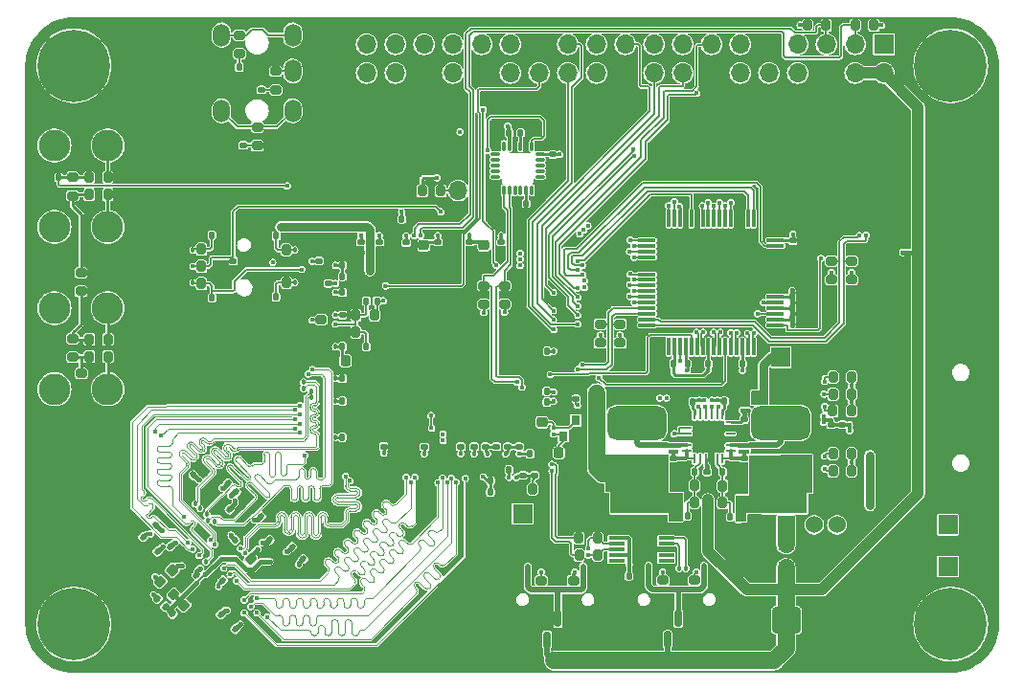
<source format=gbl>
G04 #@! TF.GenerationSoftware,KiCad,Pcbnew,7.0.6*
G04 #@! TF.CreationDate,2023-08-22T01:44:11+01:00*
G04 #@! TF.ProjectId,yasbc,79617362-632e-46b6-9963-61645f706362,rev?*
G04 #@! TF.SameCoordinates,Original*
G04 #@! TF.FileFunction,Copper,L4,Bot*
G04 #@! TF.FilePolarity,Positive*
%FSLAX46Y46*%
G04 Gerber Fmt 4.6, Leading zero omitted, Abs format (unit mm)*
G04 Created by KiCad (PCBNEW 7.0.6) date 2023-08-22 01:44:11*
%MOMM*%
%LPD*%
G01*
G04 APERTURE LIST*
G04 Aperture macros list*
%AMRoundRect*
0 Rectangle with rounded corners*
0 $1 Rounding radius*
0 $2 $3 $4 $5 $6 $7 $8 $9 X,Y pos of 4 corners*
0 Add a 4 corners polygon primitive as box body*
4,1,4,$2,$3,$4,$5,$6,$7,$8,$9,$2,$3,0*
0 Add four circle primitives for the rounded corners*
1,1,$1+$1,$2,$3*
1,1,$1+$1,$4,$5*
1,1,$1+$1,$6,$7*
1,1,$1+$1,$8,$9*
0 Add four rect primitives between the rounded corners*
20,1,$1+$1,$2,$3,$4,$5,0*
20,1,$1+$1,$4,$5,$6,$7,0*
20,1,$1+$1,$6,$7,$8,$9,0*
20,1,$1+$1,$8,$9,$2,$3,0*%
G04 Aperture macros list end*
G04 #@! TA.AperFunction,ComponentPad*
%ADD10C,0.800000*%
G04 #@! TD*
G04 #@! TA.AperFunction,ComponentPad*
%ADD11C,6.400000*%
G04 #@! TD*
G04 #@! TA.AperFunction,ComponentPad*
%ADD12C,2.800000*%
G04 #@! TD*
G04 #@! TA.AperFunction,ComponentPad*
%ADD13O,1.500000X2.000000*%
G04 #@! TD*
G04 #@! TA.AperFunction,ComponentPad*
%ADD14O,1.000000X2.100000*%
G04 #@! TD*
G04 #@! TA.AperFunction,ComponentPad*
%ADD15O,1.000000X1.600000*%
G04 #@! TD*
G04 #@! TA.AperFunction,ComponentPad*
%ADD16O,3.300000X1.500000*%
G04 #@! TD*
G04 #@! TA.AperFunction,ComponentPad*
%ADD17O,2.300000X1.500000*%
G04 #@! TD*
G04 #@! TA.AperFunction,ComponentPad*
%ADD18R,1.700000X1.700000*%
G04 #@! TD*
G04 #@! TA.AperFunction,ComponentPad*
%ADD19O,1.700000X1.700000*%
G04 #@! TD*
G04 #@! TA.AperFunction,ComponentPad*
%ADD20R,1.524000X1.524000*%
G04 #@! TD*
G04 #@! TA.AperFunction,ComponentPad*
%ADD21C,1.524000*%
G04 #@! TD*
G04 #@! TA.AperFunction,ComponentPad*
%ADD22C,3.500000*%
G04 #@! TD*
G04 #@! TA.AperFunction,SMDPad,CuDef*
%ADD23RoundRect,0.140000X-0.170000X0.140000X-0.170000X-0.140000X0.170000X-0.140000X0.170000X0.140000X0*%
G04 #@! TD*
G04 #@! TA.AperFunction,SMDPad,CuDef*
%ADD24RoundRect,0.140000X-0.219203X-0.021213X-0.021213X-0.219203X0.219203X0.021213X0.021213X0.219203X0*%
G04 #@! TD*
G04 #@! TA.AperFunction,SMDPad,CuDef*
%ADD25RoundRect,0.140000X-0.140000X-0.170000X0.140000X-0.170000X0.140000X0.170000X-0.140000X0.170000X0*%
G04 #@! TD*
G04 #@! TA.AperFunction,SMDPad,CuDef*
%ADD26RoundRect,0.200000X0.200000X0.275000X-0.200000X0.275000X-0.200000X-0.275000X0.200000X-0.275000X0*%
G04 #@! TD*
G04 #@! TA.AperFunction,SMDPad,CuDef*
%ADD27RoundRect,0.140000X0.021213X-0.219203X0.219203X-0.021213X-0.021213X0.219203X-0.219203X0.021213X0*%
G04 #@! TD*
G04 #@! TA.AperFunction,SMDPad,CuDef*
%ADD28RoundRect,0.062500X0.375000X0.062500X-0.375000X0.062500X-0.375000X-0.062500X0.375000X-0.062500X0*%
G04 #@! TD*
G04 #@! TA.AperFunction,SMDPad,CuDef*
%ADD29RoundRect,0.062500X0.062500X0.375000X-0.062500X0.375000X-0.062500X-0.375000X0.062500X-0.375000X0*%
G04 #@! TD*
G04 #@! TA.AperFunction,SMDPad,CuDef*
%ADD30R,2.600000X2.600000*%
G04 #@! TD*
G04 #@! TA.AperFunction,SMDPad,CuDef*
%ADD31RoundRect,0.250000X-0.450000X0.325000X-0.450000X-0.325000X0.450000X-0.325000X0.450000X0.325000X0*%
G04 #@! TD*
G04 #@! TA.AperFunction,SMDPad,CuDef*
%ADD32RoundRect,0.200000X-0.275000X0.200000X-0.275000X-0.200000X0.275000X-0.200000X0.275000X0.200000X0*%
G04 #@! TD*
G04 #@! TA.AperFunction,SMDPad,CuDef*
%ADD33RoundRect,0.200000X-0.200000X-0.275000X0.200000X-0.275000X0.200000X0.275000X-0.200000X0.275000X0*%
G04 #@! TD*
G04 #@! TA.AperFunction,SMDPad,CuDef*
%ADD34RoundRect,0.140000X0.140000X0.170000X-0.140000X0.170000X-0.140000X-0.170000X0.140000X-0.170000X0*%
G04 #@! TD*
G04 #@! TA.AperFunction,SMDPad,CuDef*
%ADD35RoundRect,0.225000X-0.250000X0.225000X-0.250000X-0.225000X0.250000X-0.225000X0.250000X0.225000X0*%
G04 #@! TD*
G04 #@! TA.AperFunction,SMDPad,CuDef*
%ADD36RoundRect,0.200000X-0.335876X-0.053033X-0.053033X-0.335876X0.335876X0.053033X0.053033X0.335876X0*%
G04 #@! TD*
G04 #@! TA.AperFunction,SMDPad,CuDef*
%ADD37RoundRect,0.140000X0.170000X-0.140000X0.170000X0.140000X-0.170000X0.140000X-0.170000X-0.140000X0*%
G04 #@! TD*
G04 #@! TA.AperFunction,SMDPad,CuDef*
%ADD38RoundRect,0.200000X0.275000X-0.200000X0.275000X0.200000X-0.275000X0.200000X-0.275000X-0.200000X0*%
G04 #@! TD*
G04 #@! TA.AperFunction,SMDPad,CuDef*
%ADD39RoundRect,0.140000X0.219203X0.021213X0.021213X0.219203X-0.219203X-0.021213X-0.021213X-0.219203X0*%
G04 #@! TD*
G04 #@! TA.AperFunction,SMDPad,CuDef*
%ADD40R,1.400000X0.300000*%
G04 #@! TD*
G04 #@! TA.AperFunction,SMDPad,CuDef*
%ADD41RoundRect,0.750000X-1.850000X0.750000X-1.850000X-0.750000X1.850000X-0.750000X1.850000X0.750000X0*%
G04 #@! TD*
G04 #@! TA.AperFunction,SMDPad,CuDef*
%ADD42RoundRect,0.075000X-0.350000X-0.075000X0.350000X-0.075000X0.350000X0.075000X-0.350000X0.075000X0*%
G04 #@! TD*
G04 #@! TA.AperFunction,SMDPad,CuDef*
%ADD43RoundRect,0.075000X-0.075000X0.350000X-0.075000X-0.350000X0.075000X-0.350000X0.075000X0.350000X0*%
G04 #@! TD*
G04 #@! TA.AperFunction,SMDPad,CuDef*
%ADD44RoundRect,0.250000X-1.000000X-0.900000X1.000000X-0.900000X1.000000X0.900000X-1.000000X0.900000X0*%
G04 #@! TD*
G04 #@! TA.AperFunction,SMDPad,CuDef*
%ADD45RoundRect,0.150000X0.150000X-0.587500X0.150000X0.587500X-0.150000X0.587500X-0.150000X-0.587500X0*%
G04 #@! TD*
G04 #@! TA.AperFunction,SMDPad,CuDef*
%ADD46RoundRect,0.225000X-0.225000X-0.250000X0.225000X-0.250000X0.225000X0.250000X-0.225000X0.250000X0*%
G04 #@! TD*
G04 #@! TA.AperFunction,SMDPad,CuDef*
%ADD47R,0.800000X0.900000*%
G04 #@! TD*
G04 #@! TA.AperFunction,SMDPad,CuDef*
%ADD48RoundRect,0.225000X-0.335876X-0.017678X-0.017678X-0.335876X0.335876X0.017678X0.017678X0.335876X0*%
G04 #@! TD*
G04 #@! TA.AperFunction,SMDPad,CuDef*
%ADD49RoundRect,0.075000X0.700000X0.075000X-0.700000X0.075000X-0.700000X-0.075000X0.700000X-0.075000X0*%
G04 #@! TD*
G04 #@! TA.AperFunction,SMDPad,CuDef*
%ADD50RoundRect,0.075000X0.075000X0.700000X-0.075000X0.700000X-0.075000X-0.700000X0.075000X-0.700000X0*%
G04 #@! TD*
G04 #@! TA.AperFunction,SMDPad,CuDef*
%ADD51R,5.000000X5.000000*%
G04 #@! TD*
G04 #@! TA.AperFunction,ViaPad*
%ADD52C,0.450000*%
G04 #@! TD*
G04 #@! TA.AperFunction,ViaPad*
%ADD53C,0.457200*%
G04 #@! TD*
G04 #@! TA.AperFunction,ViaPad*
%ADD54C,0.600000*%
G04 #@! TD*
G04 #@! TA.AperFunction,Conductor*
%ADD55C,0.400000*%
G04 #@! TD*
G04 #@! TA.AperFunction,Conductor*
%ADD56C,0.300000*%
G04 #@! TD*
G04 #@! TA.AperFunction,Conductor*
%ADD57C,0.250000*%
G04 #@! TD*
G04 #@! TA.AperFunction,Conductor*
%ADD58C,0.200000*%
G04 #@! TD*
G04 #@! TA.AperFunction,Conductor*
%ADD59C,0.800000*%
G04 #@! TD*
G04 #@! TA.AperFunction,Conductor*
%ADD60C,1.500000*%
G04 #@! TD*
G04 #@! TA.AperFunction,Conductor*
%ADD61C,0.150000*%
G04 #@! TD*
G04 #@! TA.AperFunction,Conductor*
%ADD62C,0.500000*%
G04 #@! TD*
G04 #@! TA.AperFunction,Conductor*
%ADD63C,1.000000*%
G04 #@! TD*
G04 #@! TA.AperFunction,Conductor*
%ADD64C,0.203200*%
G04 #@! TD*
G04 #@! TA.AperFunction,Conductor*
%ADD65C,0.100000*%
G04 #@! TD*
G04 #@! TA.AperFunction,Conductor*
%ADD66C,0.101600*%
G04 #@! TD*
G04 #@! TA.AperFunction,Conductor*
%ADD67C,0.127000*%
G04 #@! TD*
G04 APERTURE END LIST*
D10*
X130100000Y105500000D03*
X130802944Y107197056D03*
X130802944Y103802944D03*
X132500000Y107900000D03*
D11*
X132500000Y105500000D03*
D10*
X132500000Y103100000D03*
X134197056Y107197056D03*
X134197056Y103802944D03*
X134900000Y105500000D03*
X130100000Y56100000D03*
X130802944Y57797056D03*
X130802944Y54402944D03*
X132500000Y58500000D03*
D11*
X132500000Y56100000D03*
D10*
X132500000Y53700000D03*
X134197056Y57797056D03*
X134197056Y54402944D03*
X134900000Y56100000D03*
X52600000Y56100000D03*
X53302944Y57797056D03*
X53302944Y54402944D03*
X55000000Y58500000D03*
D11*
X55000000Y56100000D03*
D10*
X55000000Y53700000D03*
X56697056Y57797056D03*
X56697056Y54402944D03*
X57400000Y56100000D03*
X52600000Y105511600D03*
X53302944Y107208656D03*
X53302944Y103814544D03*
X55000000Y107911600D03*
D11*
X55000000Y105511600D03*
D10*
X55000000Y103111600D03*
X56697056Y107208656D03*
X56697056Y103814544D03*
X57400000Y105511600D03*
D12*
X53289199Y84072699D03*
X57989199Y84072699D03*
X62689199Y84072699D03*
X53289198Y76884500D03*
X57989198Y76884500D03*
X62689198Y76884500D03*
D13*
X74346600Y105023800D03*
X74346600Y108223800D03*
X68046600Y108223800D03*
X74346600Y101523800D03*
X68046600Y101523800D03*
D14*
X93228700Y58806800D03*
D15*
X93228700Y54626800D03*
D14*
X101868700Y58806800D03*
D15*
X101868700Y54626800D03*
D16*
X127377800Y100214000D03*
X127377800Y85714000D03*
D17*
X133337800Y100214000D03*
X133337800Y85714000D03*
D18*
X117495400Y79705200D03*
D19*
X120035400Y79705200D03*
D18*
X132252800Y64897000D03*
D19*
X134792800Y64897000D03*
D18*
X88967700Y97005000D03*
D19*
X88967700Y94465000D03*
D12*
X53288200Y98435900D03*
X57988200Y98435900D03*
X62688200Y98435900D03*
D20*
X117950100Y64884100D03*
D21*
X120450100Y64884100D03*
X122450100Y64884100D03*
X124950100Y64884100D03*
D22*
X114880100Y62174100D03*
X128020100Y62174100D03*
D18*
X126593600Y107391200D03*
D19*
X126593600Y104851200D03*
X124053600Y107391200D03*
X124053600Y104851200D03*
X121513600Y107391200D03*
X121513600Y104851200D03*
X118973600Y107391200D03*
X118973600Y104851200D03*
X116433600Y107391200D03*
X116433600Y104851200D03*
X113893600Y107391200D03*
X113893600Y104851200D03*
X111353600Y107391200D03*
X111353600Y104851200D03*
X108813600Y107391200D03*
X108813600Y104851200D03*
X106273600Y107391200D03*
X106273600Y104851200D03*
X103733600Y107391200D03*
X103733600Y104851200D03*
X101193600Y107391200D03*
X101193600Y104851200D03*
X98653600Y107391200D03*
X98653600Y104851200D03*
X96113600Y107391200D03*
X96113600Y104851200D03*
X93573600Y107391200D03*
X93573600Y104851200D03*
X91033600Y107391200D03*
X91033600Y104851200D03*
X88493600Y107391200D03*
X88493600Y104851200D03*
X85953600Y107391200D03*
X85953600Y104851200D03*
X83413600Y107391200D03*
X83413600Y104851200D03*
X80873600Y107391200D03*
X80873600Y104851200D03*
X78333600Y107391200D03*
X78333600Y104851200D03*
D14*
X103947500Y58806800D03*
D15*
X103947500Y54626800D03*
D14*
X112587500Y58806800D03*
D15*
X112587500Y54626800D03*
D12*
X53288200Y91247700D03*
X57988200Y91247700D03*
X62688200Y91247700D03*
D18*
X132257800Y61214000D03*
D19*
X134797800Y61214000D03*
D18*
X94665800Y65862200D03*
D19*
X94665800Y63322200D03*
D23*
X92773500Y89900700D03*
X92773500Y88940700D03*
D24*
X62417428Y62537922D03*
X63096250Y61859100D03*
D25*
X91821000Y67792600D03*
X92781000Y67792600D03*
D24*
X68007661Y56973089D03*
X68686483Y56294267D03*
D26*
X113994200Y66832155D03*
X112344200Y66832155D03*
D25*
X114099400Y79146400D03*
X115059400Y79146400D03*
D27*
X65577078Y69282878D03*
X66255900Y69961700D03*
D24*
X69320089Y67786511D03*
X69998911Y67107689D03*
D26*
X73773800Y89204800D03*
X72123800Y89204800D03*
D28*
X113038900Y73939155D03*
X113038900Y73439155D03*
X113038900Y72939155D03*
X113038900Y72439155D03*
X113038900Y71939155D03*
X113038900Y71439155D03*
D29*
X112351400Y70751655D03*
X111851400Y70751655D03*
X111351400Y70751655D03*
X110851400Y70751655D03*
X110351400Y70751655D03*
X109851400Y70751655D03*
D28*
X109163900Y71439155D03*
X109163900Y71939155D03*
X109163900Y72439155D03*
X109163900Y72939155D03*
X109163900Y73439155D03*
X109163900Y73939155D03*
D29*
X109851400Y74626655D03*
X110351400Y74626655D03*
X110851400Y74626655D03*
X111351400Y74626655D03*
X111851400Y74626655D03*
X112351400Y74626655D03*
D30*
X111101400Y72689155D03*
D31*
X117944900Y63128000D03*
X117944900Y61078000D03*
D32*
X96304100Y59956200D03*
X96304100Y58306200D03*
D33*
X85789000Y94434600D03*
X87439000Y94434600D03*
D25*
X83975000Y91948000D03*
X84935000Y91948000D03*
D34*
X96797900Y76718100D03*
X95837900Y76718100D03*
D23*
X84378800Y89865200D03*
X84378800Y88905200D03*
D26*
X123748799Y76454001D03*
X122098799Y76454001D03*
D35*
X96367600Y73949800D03*
X96367600Y72399800D03*
D25*
X78727300Y72628700D03*
X79687300Y72628700D03*
D36*
X62633406Y59870794D03*
X63800132Y58704068D03*
D24*
X65855639Y60445911D03*
X66534461Y59767089D03*
D25*
X78727300Y80655100D03*
X79687300Y80655100D03*
D34*
X96806900Y75752900D03*
X95846900Y75752900D03*
D23*
X80369300Y89900700D03*
X80369300Y88940700D03*
D33*
X119843200Y109088000D03*
X121493200Y109088000D03*
D37*
X82384900Y71815900D03*
X82384900Y72775900D03*
D33*
X99644700Y63703200D03*
X101294700Y63703200D03*
D25*
X112333600Y69575355D03*
X113293600Y69575355D03*
D34*
X93450300Y69733100D03*
X92490300Y69733100D03*
D26*
X123735600Y74955400D03*
X122085600Y74955400D03*
X123746800Y69672200D03*
X122096800Y69672200D03*
D37*
X91376500Y71790500D03*
X91376500Y72750500D03*
D38*
X123748800Y86576400D03*
X123748800Y88226400D03*
D25*
X109222600Y79146400D03*
X110182600Y79146400D03*
D33*
X108204000Y66882955D03*
X109854000Y66882955D03*
X66281800Y86233000D03*
X67931800Y86233000D03*
D38*
X55651400Y76630500D03*
X55651400Y78280500D03*
D33*
X66282741Y89281000D03*
X67932741Y89281000D03*
D23*
X110984800Y69575355D03*
X110984800Y68615355D03*
D26*
X95554800Y68069400D03*
X93904800Y68069400D03*
D39*
X68783200Y66259389D03*
X68104378Y66938211D03*
D34*
X109864600Y69575355D03*
X108904600Y69575355D03*
X102905000Y66349555D03*
X101945000Y66349555D03*
D37*
X89192100Y71795700D03*
X89192100Y72755700D03*
D39*
X68605400Y68554600D03*
X67926578Y69233422D03*
D23*
X118541800Y90043000D03*
X118541800Y89083000D03*
D25*
X108269600Y65663755D03*
X109229600Y65663755D03*
D23*
X69088000Y88237000D03*
X69088000Y87277000D03*
D25*
X119295800Y66324155D03*
X120255800Y66324155D03*
D33*
X79921600Y81937800D03*
X81571600Y81937800D03*
X56363600Y81304100D03*
X58013600Y81304100D03*
D34*
X53670200Y95616500D03*
X52710200Y95616500D03*
D36*
X70638237Y61873563D03*
X71804963Y60706837D03*
D25*
X118465600Y83083400D03*
X119425600Y83083400D03*
D37*
X76686300Y88224300D03*
X76686300Y89184300D03*
D33*
X56351400Y94092500D03*
X58001400Y94092500D03*
D23*
X107987600Y70769155D03*
X107987600Y69809155D03*
D38*
X71212600Y98426000D03*
X71212600Y100076000D03*
D26*
X123748800Y77952600D03*
X122098800Y77952600D03*
D23*
X121970800Y73733600D03*
X121970800Y72773600D03*
D33*
X112344200Y68330755D03*
X113994200Y68330755D03*
D25*
X111076800Y79146400D03*
X112036800Y79146400D03*
D26*
X73787000Y86309200D03*
X72137000Y86309200D03*
D23*
X87176500Y89900700D03*
X87176500Y88940700D03*
D24*
X62399213Y58344857D03*
X63078035Y57666035D03*
D37*
X85991700Y71765100D03*
X85991700Y72725100D03*
D23*
X89979500Y89900700D03*
X89979500Y88940700D03*
D32*
X107048300Y59981600D03*
X107048300Y58331600D03*
D27*
X62287778Y64853178D03*
X62966600Y65532000D03*
D26*
X81571600Y83436400D03*
X79921600Y83436400D03*
D25*
X69621800Y105396800D03*
X70581800Y105396800D03*
D27*
X69231189Y63541589D03*
X69910011Y64220411D03*
D34*
X94964852Y93319600D03*
X94004852Y93319600D03*
D25*
X91821000Y68783200D03*
X92781000Y68783200D03*
D34*
X93466801Y99568000D03*
X92506801Y99568000D03*
D25*
X78720900Y87835217D03*
X79680900Y87835217D03*
D37*
X92367100Y71790500D03*
X92367100Y72750500D03*
D24*
X61131239Y63824111D03*
X61810061Y63145289D03*
D40*
X107358900Y63712600D03*
X107358900Y63212600D03*
X107358900Y62712600D03*
X107358900Y62212600D03*
X107358900Y61712600D03*
X102958900Y61712600D03*
X102958900Y62212600D03*
X102958900Y62712600D03*
X102958900Y63212600D03*
X102958900Y63712600D03*
D24*
X68141639Y59963311D03*
X68820461Y59284489D03*
D34*
X72867400Y85064600D03*
X71907400Y85064600D03*
D33*
X99657900Y62204600D03*
X101307900Y62204600D03*
D25*
X80839167Y80682164D03*
X81799167Y80682164D03*
D38*
X69621800Y106553000D03*
X69621800Y108203000D03*
D41*
X104761800Y73893355D03*
X104761800Y69393355D03*
D24*
X69293850Y55686900D03*
X69972672Y55008078D03*
D26*
X125708600Y109088000D03*
X124058600Y109088000D03*
D35*
X91249500Y89634300D03*
X91249500Y88084300D03*
D26*
X123747801Y71170800D03*
X122097801Y71170800D03*
D42*
X92284000Y95193800D03*
X92284000Y95693800D03*
X92284000Y96193800D03*
X92284000Y96693800D03*
X92284000Y97193800D03*
X92284000Y97693800D03*
D43*
X92984000Y98393800D03*
X93484000Y98393800D03*
X93984000Y98393800D03*
X94484000Y98393800D03*
X94984000Y98393800D03*
X95484000Y98393800D03*
D42*
X96184000Y97693800D03*
X96184000Y97193800D03*
X96184000Y96693800D03*
X96184000Y96193800D03*
X96184000Y95693800D03*
X96184000Y95193800D03*
D43*
X95484000Y94493800D03*
X94984000Y94493800D03*
X94484000Y94493800D03*
X93984000Y94493800D03*
X93484000Y94493800D03*
X92984000Y94493800D03*
D34*
X109700000Y75793600D03*
X108740000Y75793600D03*
D39*
X74282300Y62925900D03*
X73603478Y63604722D03*
D37*
X94348300Y71790500D03*
X94348300Y72750500D03*
D38*
X91236800Y84392000D03*
X91236800Y86042000D03*
D32*
X109867700Y59981600D03*
X109867700Y58331600D03*
D23*
X122936000Y73733600D03*
X122936000Y72773600D03*
D34*
X96837500Y80248700D03*
X95877500Y80248700D03*
X107998200Y79146400D03*
X107038200Y79146400D03*
D37*
X77499100Y86245700D03*
X77499100Y87205700D03*
D38*
X103276400Y80988400D03*
X103276400Y82638400D03*
X121970800Y86576400D03*
X121970800Y88226400D03*
D37*
X99390200Y76019600D03*
X99390200Y76979600D03*
D38*
X101523800Y80988400D03*
X101523800Y82638400D03*
D23*
X81994900Y89900700D03*
X81994900Y88940700D03*
D25*
X67208400Y84988400D03*
X68168400Y84988400D03*
D24*
X63532378Y62985022D03*
X64211200Y62306200D03*
D37*
X69977000Y98467800D03*
X69977000Y99427800D03*
D23*
X114236000Y70766555D03*
X114236000Y69806555D03*
D44*
X117979300Y56464200D03*
X122279300Y56464200D03*
D25*
X112499200Y75819000D03*
X113459200Y75819000D03*
D33*
X66281116Y87757000D03*
X67931116Y87757000D03*
D39*
X71526400Y65633600D03*
X70847578Y66312422D03*
D37*
X95724900Y69278500D03*
X95724900Y70238500D03*
D34*
X72870000Y90449400D03*
X71910000Y90449400D03*
D25*
X95307100Y71180900D03*
X96267100Y71180900D03*
D37*
X71578600Y103364800D03*
X71578600Y104324800D03*
D45*
X109369900Y54739300D03*
X107469900Y54739300D03*
X108419900Y56614300D03*
D25*
X94487452Y99568000D03*
X95447452Y99568000D03*
D38*
X54889400Y94004101D03*
X54889400Y95654101D03*
D41*
X117461800Y73893355D03*
X117461800Y69393355D03*
D25*
X78727300Y75829100D03*
X79687300Y75829100D03*
D46*
X97866200Y71244400D03*
X99416200Y71244400D03*
X79008700Y79385100D03*
X80558700Y79385100D03*
D37*
X97355052Y97663000D03*
X97355052Y98623000D03*
X94720300Y69281100D03*
X94720300Y70241100D03*
D47*
X98256000Y72740000D03*
X98256000Y74140000D03*
X99356000Y74140000D03*
X99356000Y72740000D03*
D37*
X114236000Y73256200D03*
X114236000Y74216200D03*
D39*
X72272211Y63541589D03*
X71593389Y64220411D03*
D37*
X90385900Y71795700D03*
X90385900Y72755700D03*
D25*
X103113900Y60375800D03*
X104073900Y60375800D03*
D37*
X93357700Y71787900D03*
X93357700Y72747900D03*
D48*
X63716642Y60883108D03*
X64812658Y59787092D03*
D38*
X93065600Y84392000D03*
X93065600Y86042000D03*
D45*
X98727300Y54713900D03*
X96827300Y54713900D03*
X97777300Y56588900D03*
D34*
X113976800Y65612955D03*
X113016800Y65612955D03*
X81795028Y84690997D03*
X80835028Y84690997D03*
D38*
X54914800Y79717100D03*
X54914800Y81367100D03*
D25*
X119295800Y67289355D03*
X120255800Y67289355D03*
D33*
X56363600Y79766900D03*
X58013600Y79766900D03*
D32*
X99148900Y59956200D03*
X99148900Y58306200D03*
D25*
X118465600Y84074000D03*
X119425600Y84074000D03*
D34*
X102902600Y67314755D03*
X101942600Y67314755D03*
D33*
X56351400Y95616500D03*
X58001400Y95616500D03*
D49*
X117003200Y90059200D03*
X117003200Y89559200D03*
X117003200Y89059200D03*
X117003200Y88559200D03*
X117003200Y88059200D03*
X117003200Y87559200D03*
X117003200Y87059200D03*
X117003200Y86559200D03*
X117003200Y86059200D03*
X117003200Y85559200D03*
X117003200Y85059200D03*
X117003200Y84559200D03*
X117003200Y84059200D03*
X117003200Y83559200D03*
X117003200Y83059200D03*
X117003200Y82559200D03*
D50*
X115078200Y80634200D03*
X114578200Y80634200D03*
X114078200Y80634200D03*
X113578200Y80634200D03*
X113078200Y80634200D03*
X112578200Y80634200D03*
X112078200Y80634200D03*
X111578200Y80634200D03*
X111078200Y80634200D03*
X110578200Y80634200D03*
X110078200Y80634200D03*
X109578200Y80634200D03*
X109078200Y80634200D03*
X108578200Y80634200D03*
X108078200Y80634200D03*
X107578200Y80634200D03*
D49*
X105653200Y82559200D03*
X105653200Y83059200D03*
X105653200Y83559200D03*
X105653200Y84059200D03*
X105653200Y84559200D03*
X105653200Y85059200D03*
X105653200Y85559200D03*
X105653200Y86059200D03*
X105653200Y86559200D03*
X105653200Y87059200D03*
X105653200Y87559200D03*
X105653200Y88059200D03*
X105653200Y88559200D03*
X105653200Y89059200D03*
X105653200Y89559200D03*
X105653200Y90059200D03*
D50*
X107578200Y91984200D03*
X108078200Y91984200D03*
X108578200Y91984200D03*
X109078200Y91984200D03*
X109578200Y91984200D03*
X110078200Y91984200D03*
X110578200Y91984200D03*
X111078200Y91984200D03*
X111578200Y91984200D03*
X112078200Y91984200D03*
X112578200Y91984200D03*
X113078200Y91984200D03*
X113578200Y91984200D03*
X114078200Y91984200D03*
X114578200Y91984200D03*
X115078200Y91984200D03*
D51*
X111328200Y86309200D03*
D24*
X75254478Y61877522D03*
X75933300Y61198700D03*
D25*
X78727300Y77835700D03*
X79687300Y77835700D03*
X78718300Y85455700D03*
X79678300Y85455700D03*
D38*
X76860400Y83030000D03*
X76860400Y84680000D03*
X55639201Y85545900D03*
X55639201Y87195900D03*
D25*
X78720900Y86870017D03*
X79680900Y86870017D03*
D36*
X64770000Y57734200D03*
X65936726Y56567474D03*
D37*
X78746300Y83461800D03*
X78746300Y84421800D03*
D25*
X67185600Y90525600D03*
X68145600Y90525600D03*
D24*
X63728291Y57015779D03*
X64407113Y56336957D03*
D26*
X109854000Y68356155D03*
X108204000Y68356155D03*
D25*
X118465600Y85039200D03*
X119425600Y85039200D03*
D35*
X85931900Y89621300D03*
X85931900Y88071300D03*
D38*
X72848600Y103365801D03*
X72848600Y105015801D03*
D52*
X95275400Y76631800D03*
X92354400Y73329800D03*
X69443600Y94284800D03*
X53797200Y74676000D03*
X82448400Y79425800D03*
X70408800Y55422800D03*
X71729600Y106172000D03*
X71348600Y90449400D03*
X108889800Y70180200D03*
X94361000Y84074000D03*
X70402017Y65900061D03*
X52171600Y95605600D03*
X79502000Y98145600D03*
X111760000Y97028000D03*
X74333100Y61935300D03*
X68328650Y58861900D03*
X125476000Y103936800D03*
X123444000Y94742000D03*
X88544400Y54965600D03*
X71424800Y89204800D03*
X115900200Y97231200D03*
X66979800Y54508400D03*
X114173000Y83312000D03*
X90906600Y65123000D03*
X90906600Y53947000D03*
X122174000Y84582000D03*
X114300000Y100076000D03*
X107594400Y104292400D03*
X91490800Y77470000D03*
X67056000Y80772000D03*
X66471800Y64135000D03*
X71196200Y63855600D03*
X107492800Y85496400D03*
X100330000Y77419200D03*
X68630800Y89281000D03*
X107950000Y82092800D03*
X111010200Y68051355D03*
X105054400Y60655200D03*
X117856000Y94107000D03*
X81737200Y106070400D03*
X128371600Y69697600D03*
X108762800Y93726000D03*
X65024000Y105664000D03*
X70408800Y109524800D03*
X74625200Y98145600D03*
X120294400Y106984800D03*
X62484000Y105664000D03*
X71374000Y96977200D03*
X51308000Y70104000D03*
X82651600Y106121200D03*
X123825000Y56515000D03*
X105283000Y61722000D03*
X81305400Y79324200D03*
X60248800Y82702400D03*
X109982000Y89814400D03*
X130556000Y81026000D03*
X60147200Y86309200D03*
X121793000Y89662000D03*
X119989600Y83083400D03*
X71831200Y94234000D03*
X59944000Y105664000D03*
X102616000Y102108000D03*
X76250800Y98145600D03*
X88265000Y88392000D03*
X102616000Y100076000D03*
X81991200Y88366600D03*
X96037400Y99568000D03*
X119989600Y85064600D03*
X95402400Y52730400D03*
X85039200Y102870000D03*
X105613200Y106070400D03*
X59105800Y71856600D03*
X82981800Y53898800D03*
X107619800Y72567800D03*
X80391000Y88366600D03*
X97358200Y99187000D03*
X91541600Y81076800D03*
X104343200Y106070400D03*
X114261400Y69219755D03*
X94361000Y82677000D03*
X90424000Y106019600D03*
X80264000Y85445600D03*
X92837000Y77089000D03*
X80391000Y94996000D03*
X113842800Y93726000D03*
X103632000Y94361000D03*
X90906600Y64107000D03*
X98806000Y71221600D03*
X83439000Y94869000D03*
X90906600Y60043000D03*
X66395600Y56108600D03*
X118618000Y52578000D03*
X51308000Y72644000D03*
X84328000Y98145600D03*
X104952800Y101447600D03*
X100990400Y56743600D03*
X118872000Y93091000D03*
X125222000Y105714800D03*
X74676000Y106680000D03*
X71145400Y105410000D03*
X55778400Y97383600D03*
X135788400Y58115200D03*
X101244400Y67868800D03*
X77216000Y94869000D03*
X128651000Y87757000D03*
X115366800Y106070400D03*
X93192600Y68275200D03*
X88595200Y76555600D03*
X96647000Y65151000D03*
X108204000Y102108000D03*
X96647000Y68707000D03*
X90906600Y59027000D03*
X66548000Y108712000D03*
X105283000Y62611000D03*
X115443000Y57150000D03*
X77825600Y98145600D03*
X130556000Y98425000D03*
X120827800Y67310000D03*
X90373200Y73329800D03*
X80721200Y82702400D03*
X80924400Y77165200D03*
X112039400Y78562200D03*
X90220800Y77114400D03*
X100838000Y60655200D03*
X105537000Y91059000D03*
X112014000Y64643000D03*
X109728000Y98044000D03*
X60045600Y100685600D03*
X118592600Y88519000D03*
X114554000Y88900000D03*
X123393200Y97739200D03*
X66040000Y96012000D03*
X123037600Y59639200D03*
X66141600Y58953400D03*
X126898400Y70408800D03*
X94361000Y86868000D03*
X131318000Y52197000D03*
X58928000Y108712000D03*
X66040000Y83820000D03*
X53086000Y81737200D03*
X90906600Y67155000D03*
X68427600Y86995000D03*
X65179050Y60716100D03*
D53*
X109372400Y55727600D03*
D52*
X61468000Y52324000D03*
X63398400Y65024000D03*
X67868800Y92303600D03*
X60248800Y79044800D03*
X71577200Y104902000D03*
X113309400Y68330755D03*
X95300800Y80264000D03*
X78257400Y88722200D03*
X108077000Y73837800D03*
X96647000Y67056000D03*
X124968000Y59309000D03*
X72999600Y92303600D03*
X68338700Y65694500D03*
X91313000Y82677000D03*
X119938800Y99771200D03*
X82550000Y87376000D03*
X125476000Y53086000D03*
X70866000Y86868000D03*
X69367400Y99415600D03*
X109982000Y64643000D03*
X95275400Y75742800D03*
X107797600Y83616800D03*
X103505000Y88011000D03*
X75476100Y60792300D03*
X107391200Y87833200D03*
X52832000Y86766400D03*
X84074000Y75692000D03*
X101904800Y65760600D03*
X53238400Y79400400D03*
X92786200Y88366600D03*
X51308000Y67564000D03*
X55651400Y75996800D03*
X110083600Y93776800D03*
X100457000Y97790000D03*
X89966800Y88366600D03*
X126492000Y57404000D03*
X91389200Y73329800D03*
X79781400Y80010000D03*
X93370400Y73329800D03*
X114655600Y72542400D03*
X85039200Y84886800D03*
X85953600Y87325200D03*
X120243600Y105714800D03*
X114198400Y75692000D03*
X77089000Y92202000D03*
X80264000Y77825600D03*
X64770000Y55981600D03*
X110185200Y78562200D03*
X51308000Y65024000D03*
X89204800Y73329800D03*
X124079000Y89408000D03*
X64998600Y62179200D03*
X123444000Y96266000D03*
X71907400Y84429600D03*
X130683000Y74422000D03*
X114808000Y102616000D03*
X107696000Y100076000D03*
X115976400Y60045600D03*
X61468000Y54356000D03*
X128778000Y95631000D03*
X61468000Y108712000D03*
X94945200Y100177600D03*
X100380800Y106172000D03*
X66611500Y69428300D03*
X74676000Y103632000D03*
X54711600Y100939600D03*
X96774000Y73025000D03*
X127762000Y102362000D03*
X107696000Y89560400D03*
X123825000Y57150000D03*
X82397600Y80695800D03*
X90906600Y55979000D03*
X81280000Y85623400D03*
X69481700Y64551500D03*
X71805800Y60731400D03*
X99923600Y67818000D03*
X90906600Y62075000D03*
X97332800Y62280800D03*
X103174800Y76098400D03*
X123444000Y93345000D03*
X88849200Y106172000D03*
X90906600Y54963000D03*
X98806000Y65151000D03*
X64541400Y62763400D03*
X118745000Y76073000D03*
X60401200Y61544200D03*
X93014800Y81076800D03*
X71755000Y53975000D03*
X85979000Y73304400D03*
X105105200Y102616000D03*
X64008000Y108712000D03*
X90906600Y56995000D03*
X85140800Y77266800D03*
X117348000Y102616000D03*
X100965000Y91948000D03*
X119278400Y85902800D03*
X74320400Y95656400D03*
X76530200Y102489000D03*
X68148200Y91135200D03*
X60452000Y75692000D03*
X115443000Y54610000D03*
X85852000Y75438000D03*
X100482400Y54457600D03*
X129032000Y103632000D03*
X115189000Y87122000D03*
X86004400Y98145600D03*
X72847200Y109067600D03*
X81127600Y98145600D03*
X128778000Y98425000D03*
X84709000Y87376000D03*
X100330000Y82499200D03*
X94386400Y73355200D03*
X118872000Y71755000D03*
X112649000Y83312000D03*
X60401200Y96266000D03*
X130556000Y87757000D03*
X80238600Y87833200D03*
X80264000Y75819000D03*
X119380000Y87757000D03*
X54254400Y89001600D03*
X99161600Y106273600D03*
X74676000Y78232000D03*
X72948800Y107035600D03*
X69811900Y66456500D03*
X98806000Y67056000D03*
X51308000Y59944000D03*
X60248800Y89712800D03*
X67551300Y68717100D03*
X58166000Y64033400D03*
X87249000Y86487000D03*
X128651000Y74422000D03*
X116890800Y95148400D03*
X67665600Y106019600D03*
X128778000Y81026000D03*
X94589600Y56286400D03*
X108051600Y75844400D03*
X115925600Y64973200D03*
X66040000Y93980000D03*
X73215500Y63078300D03*
X106476800Y79146400D03*
X64008000Y52324000D03*
X109093000Y93040200D03*
X92456000Y75438000D03*
X130556000Y95631000D03*
X66548000Y76708000D03*
X80264000Y86868000D03*
X56946800Y74676000D03*
X90932000Y61087000D03*
X62359650Y63535500D03*
X97155000Y81534000D03*
X103733600Y79705200D03*
X111125000Y83312000D03*
X111302800Y57099200D03*
X68884800Y96367600D03*
X106172000Y98552000D03*
X93065600Y78841600D03*
X70104000Y103632000D03*
X106375200Y80467200D03*
X104902000Y78994000D03*
X84963000Y92633800D03*
X58928000Y54356000D03*
X104902000Y80264000D03*
X57480200Y67564000D03*
X123825000Y55880000D03*
X90906600Y66139000D03*
X122682000Y62331600D03*
X90220800Y75438000D03*
X63525400Y62280800D03*
X68351400Y66725800D03*
X104902000Y81534000D03*
X126390400Y66802000D03*
X105410000Y56794400D03*
X101752400Y84124800D03*
X122936000Y90932000D03*
X99771200Y102616000D03*
X106553000Y92202000D03*
X130606800Y69697600D03*
X120827800Y66370200D03*
X82753200Y98145600D03*
X84226400Y73025000D03*
X105714800Y76047600D03*
X98806000Y68707000D03*
X80264000Y72821800D03*
X82829400Y102311200D03*
X51308000Y62484000D03*
X58928000Y52324000D03*
X97536000Y102108000D03*
X123444000Y84582000D03*
X91262200Y87350600D03*
X74676000Y83820000D03*
X90906600Y63091000D03*
X95377000Y81534000D03*
X92303600Y104038400D03*
X63500000Y79248000D03*
X109956600Y62788800D03*
X109220000Y106070400D03*
X68300600Y62865000D03*
X67211050Y59979500D03*
X104495600Y76047600D03*
X119989600Y84099400D03*
X92456000Y102108000D03*
X94792800Y104038400D03*
X80314800Y74015600D03*
X67970400Y98450400D03*
X89103200Y84683600D03*
X94335600Y60655200D03*
X111506000Y60655200D03*
X107987600Y69194355D03*
X100076000Y68732400D03*
X112014000Y63246000D03*
X111633000Y69799200D03*
X115087400Y78562200D03*
X87172800Y88392000D03*
X119888000Y89611200D03*
X70739000Y88265000D03*
X67998450Y57871300D03*
X93954600Y100152200D03*
X110794800Y106070400D03*
X60147200Y93675200D03*
X112776000Y101092000D03*
X91541600Y78892400D03*
X82042000Y74701400D03*
X67462400Y103936800D03*
X109054400Y68330755D03*
X52882800Y93827600D03*
X90906600Y58011000D03*
X100711000Y83947000D03*
X69088000Y56718200D03*
X119888000Y60248800D03*
X120142000Y92075000D03*
X99314000Y61315600D03*
X68173600Y84404200D03*
X113284000Y89535000D03*
X87249000Y85598000D03*
X114173000Y72542400D03*
X82372200Y73355200D03*
X71450200Y86309200D03*
D53*
X98729800Y55702200D03*
D52*
X118554000Y67467155D03*
X80365600Y90474800D03*
D53*
X78143100Y75829100D03*
D52*
X83972400Y92583000D03*
X117538000Y67467155D03*
D53*
X90385900Y71180900D03*
D52*
X97387300Y75829100D03*
D53*
X97421700Y80248700D03*
D52*
X78134100Y86243100D03*
X115506000Y67467155D03*
X76061424Y88210262D03*
D53*
X89979500Y90484900D03*
D52*
X118033800Y67157600D03*
X78134100Y83449100D03*
X117017800Y67157600D03*
X116001800Y67157600D03*
X81994900Y90484900D03*
X116522000Y67467155D03*
X78134100Y85455700D03*
X87176500Y90484900D03*
X93459300Y69098100D03*
X94437200Y88392000D03*
D53*
X92773500Y90484900D03*
D52*
X110744000Y75920600D03*
X89128600Y99644200D03*
X100076000Y90982800D03*
X104648000Y67538600D03*
X126390400Y109093000D03*
D53*
X91579700Y71180900D03*
D52*
X121285000Y74523600D03*
X103632000Y67538600D03*
X111887000Y75920600D03*
D53*
X125374400Y66598800D03*
D52*
X123748800Y87223600D03*
X105664000Y67538600D03*
X109220000Y78562200D03*
X81178400Y90373200D03*
X106680000Y67538600D03*
X93345000Y100177600D03*
X123748800Y70434200D03*
X121285000Y73964800D03*
X119202200Y109093000D03*
X101523800Y81686400D03*
X100431600Y91338400D03*
X93065600Y83693000D03*
D53*
X125374400Y67106800D03*
X125374400Y70002400D03*
D52*
X123545600Y73736200D03*
X111404400Y75920600D03*
X103276400Y81686400D03*
X91236800Y83667600D03*
X84378800Y90449400D03*
X94437200Y88900000D03*
D53*
X123748800Y77190600D03*
D52*
X105118400Y67229045D03*
X81178400Y87934800D03*
X99503374Y75463344D03*
D53*
X123748800Y75717400D03*
X125374400Y67614800D03*
D52*
X94437200Y87833200D03*
X104076500Y61366400D03*
X97438100Y76641900D03*
X87100300Y95590300D03*
X97942400Y97663000D03*
X81178400Y87376000D03*
D53*
X125374400Y70510400D03*
D52*
X110261400Y75920600D03*
D53*
X125374400Y71018400D03*
D52*
X123571000Y73228200D03*
X78134100Y87843300D03*
X106134400Y67229045D03*
X121970800Y87223600D03*
X73812400Y91236800D03*
X74371200Y91236800D03*
D54*
X101219000Y75869800D03*
D52*
X72567800Y88110000D03*
X99720400Y90627200D03*
D54*
X101219000Y75158600D03*
X101219000Y76555600D03*
D52*
X73304400Y91236800D03*
X104102400Y67229045D03*
X107708200Y71378755D03*
X111048800Y67081400D03*
X114515400Y71378755D03*
X113956600Y71378755D03*
X108267000Y71378755D03*
X111048800Y66573400D03*
X114579400Y75031600D03*
X128270000Y88976200D03*
X108051600Y72948800D03*
X114071400Y75031600D03*
X110984800Y70057955D03*
X62763400Y64439800D03*
X63982600Y63322200D03*
X68557250Y57312500D03*
X62865000Y62966600D03*
X62052200Y58699400D03*
X73774300Y62519500D03*
X70948822Y65335831D03*
D53*
X78143100Y77835700D03*
D52*
X69697600Y56108600D03*
D53*
X68859400Y67487800D03*
D52*
X68110100Y68158300D03*
X64594850Y61274900D03*
X66052700Y68869500D03*
X82372200Y84706400D03*
X66169650Y61046300D03*
X87630000Y72898000D03*
X61775450Y64094300D03*
X106781600Y76098400D03*
X67794972Y59420700D03*
X68897500Y63992700D03*
X71640700Y63332300D03*
D53*
X78143100Y80655100D03*
D52*
X107365800Y76098400D03*
X110236000Y75336400D03*
D53*
X82384900Y71231700D03*
D52*
X87630000Y72339200D03*
X69253100Y67015300D03*
X74891900Y61376500D03*
D53*
X78143100Y72628700D03*
X85991700Y71180900D03*
D52*
X62179200Y60299600D03*
D53*
X74523600Y86334600D03*
X65532000Y89204800D03*
X74523600Y89204800D03*
D52*
X65532000Y87757000D03*
X87452200Y92583000D03*
D53*
X65532000Y86334600D03*
D52*
X75133200Y87475000D03*
X73863200Y94869000D03*
X89192100Y71180900D03*
X94094300Y69098100D03*
X94373700Y71180800D03*
D53*
X93179900Y71180900D03*
D52*
X91186000Y69138800D03*
X97409000Y72920800D03*
X97389968Y73478245D03*
X100469700Y62204600D03*
X100495100Y62788800D03*
X121335801Y69850000D03*
X84785200Y68681600D03*
X68808600Y60502800D03*
X68249800Y61061600D03*
X84357750Y69088000D03*
X69367400Y59944000D03*
X85166200Y69088000D03*
X87579200Y69037200D03*
X71170800Y58394600D03*
X70053200Y58242200D03*
X87198200Y68605400D03*
X70637400Y57658000D03*
X87985600Y68630800D03*
X70053200Y57099200D03*
X89585800Y68986400D03*
X71196200Y57099200D03*
X88776452Y68653042D03*
X72110600Y56743600D03*
X88370263Y69024611D03*
X94615000Y77063600D03*
X94157800Y77520800D03*
X121335800Y70967600D03*
X121310400Y76454000D03*
X121335801Y75361800D03*
X121335800Y77571600D03*
X91592400Y97993200D03*
D53*
X67411600Y65201800D03*
D52*
X76098400Y78638400D03*
D53*
X66855179Y65290912D03*
D52*
X75717400Y78232000D03*
X74980800Y75438000D03*
X65506600Y62738000D03*
X74549000Y75057000D03*
X65074800Y63296800D03*
X74980800Y74650600D03*
X66090800Y62179200D03*
D53*
X66675000Y61620400D03*
D52*
X74549000Y74244200D03*
X62179200Y73152000D03*
X74955400Y73837800D03*
X74523600Y73406000D03*
X62712600Y72771000D03*
X64744600Y65582800D03*
X74955400Y73025000D03*
X75387200Y71018400D03*
D53*
X66751200Y65836800D03*
D52*
X118541800Y90601800D03*
X111963200Y75336400D03*
X115138200Y75768200D03*
X114096800Y78562200D03*
X115620800Y75768200D03*
X111074200Y78562200D03*
X118465600Y85623400D03*
X118465600Y82499200D03*
X108508800Y93040200D03*
X115951000Y84556600D03*
X78130400Y82649000D03*
X72313800Y61620400D03*
X66598800Y60477400D03*
X79009548Y69174052D03*
X69716558Y62800429D03*
X79399590Y68784010D03*
X70106600Y62410387D03*
D53*
X75311000Y77512300D03*
X66133895Y66352188D03*
X65738763Y66747320D03*
X75311000Y76953500D03*
D52*
X67064408Y63542392D03*
D53*
X75947138Y76712300D03*
X75947138Y76153500D03*
D52*
X67454450Y63152350D03*
X110717500Y61251000D03*
X105817500Y60770600D03*
X110717500Y60768400D03*
X105817500Y61253200D03*
X107022900Y60706000D03*
D53*
X109080300Y61036200D03*
X108499456Y61026555D03*
D52*
X110020100Y60706000D03*
X95098700Y61227800D03*
X95098700Y60745200D03*
X99998700Y61225600D03*
X99998700Y60743000D03*
X96304100Y60706000D03*
X99301300Y60706000D03*
X86614000Y73432534D03*
X86559561Y74549000D03*
X110820200Y75336400D03*
X111379000Y75336400D03*
X115417600Y83566000D03*
X76065722Y83007294D03*
X97231200Y70253800D03*
X97259042Y69639669D03*
X125044200Y90500200D03*
X124409200Y90474800D03*
X71247000Y62738000D03*
X104495600Y85572600D03*
X104140000Y85090000D03*
X104546400Y84582000D03*
X99517200Y88239600D03*
X99949000Y87833200D03*
X99542600Y87426800D03*
X99974400Y87020400D03*
X99923600Y79019400D03*
X99542600Y78613000D03*
X101422200Y77876400D03*
X97112400Y78189400D03*
X113080800Y93395800D03*
X112572800Y93091000D03*
X112090200Y93395800D03*
X111582200Y93091000D03*
X111074200Y93395800D03*
X92329000Y87858600D03*
X91186000Y101600000D03*
X82550000Y86029800D03*
X97434400Y82169000D03*
X99542600Y82651600D03*
X104546400Y97485200D03*
X99542600Y84251800D03*
X104419400Y98069400D03*
X99542600Y83439000D03*
X97383600Y83032600D03*
X97378720Y83838388D03*
X97383600Y85445600D03*
X110058200Y103073200D03*
X99542600Y85826600D03*
X99542600Y85039200D03*
X100136861Y86487000D03*
X100152200Y85877400D03*
X85090000Y90474800D03*
X85654903Y90500200D03*
X110566200Y93091000D03*
X108077000Y93472000D03*
X107569000Y93116400D03*
X104165400Y90093800D03*
X104495600Y89560400D03*
X104114600Y89077800D03*
X104521000Y88569800D03*
X104165400Y87071200D03*
X104495600Y86588600D03*
X104140000Y86106000D03*
X121035200Y88464000D03*
X115104000Y81842911D03*
X114552400Y81842911D03*
X113604000Y81872469D03*
X113052400Y81872469D03*
X112104000Y81922381D03*
X111552400Y81922381D03*
X110604000Y81917411D03*
X110052400Y81917411D03*
X108610400Y79425800D03*
D55*
X63398400Y65100200D02*
X62966600Y65532000D01*
X69998911Y67107689D02*
X69998911Y66643511D01*
D56*
X68397872Y58861900D02*
X68820461Y59284489D01*
X62936872Y65509722D02*
X62936872Y65396678D01*
D55*
X67551300Y68858144D02*
X67926578Y69233422D01*
D56*
X61810061Y63145289D02*
X61969439Y63145289D01*
D55*
X69972672Y55008078D02*
X69994078Y55008078D01*
D56*
X61969439Y63145289D02*
X62359650Y63535500D01*
D55*
X70814378Y66312422D02*
X70402017Y65900061D01*
X75476100Y60792300D02*
X75526900Y60792300D01*
D57*
X109078200Y91984200D02*
X109078200Y93025400D01*
D56*
X62936872Y65509722D02*
X62936872Y65510928D01*
D55*
X63103700Y61859100D02*
X63525400Y62280800D01*
X66255900Y69961700D02*
X66611500Y69606100D01*
X70847578Y66312422D02*
X70814378Y66312422D01*
X63398400Y65024000D02*
X63398400Y65100200D01*
X66611500Y69606100D02*
X66611500Y69428300D01*
X64414643Y56336957D02*
X64770000Y55981600D01*
X69998911Y66643511D02*
X69811900Y66456500D01*
X64407113Y56336957D02*
X64414643Y56336957D01*
X66998639Y59767089D02*
X67211050Y59979500D01*
X69578922Y64551500D02*
X69910011Y64220411D01*
X67551300Y68717100D02*
X67551300Y68858144D01*
X71804963Y60730563D02*
X71805800Y60731400D01*
X68686483Y56294267D02*
X68686483Y56316683D01*
X64541400Y62763400D02*
X64541400Y62636400D01*
X63096250Y61859100D02*
X63103700Y61859100D01*
X73603478Y63604722D02*
X73215500Y63216744D01*
X73215500Y63216744D02*
X73215500Y63078300D01*
X69994078Y55008078D02*
X70408800Y55422800D01*
X75526900Y60792300D02*
X75933300Y61198700D01*
X71804963Y60706837D02*
X71804963Y60730563D01*
D56*
X68328650Y58861900D02*
X68397872Y58861900D01*
D55*
X64812658Y59787092D02*
X65179050Y60153484D01*
X68686483Y56316683D02*
X69088000Y56718200D01*
X66534461Y59767089D02*
X66998639Y59767089D01*
D57*
X109078200Y93025400D02*
X109093000Y93040200D01*
D55*
X65936726Y56567474D02*
X66395600Y56108600D01*
X69481700Y64551500D02*
X69578922Y64551500D01*
X64541400Y62636400D02*
X64211200Y62306200D01*
X65179050Y60153484D02*
X65179050Y60716100D01*
D57*
X83972400Y91950600D02*
X83975000Y91948000D01*
X83972400Y92583000D02*
X83972400Y91950600D01*
D56*
X90983100Y89900700D02*
X91249500Y89634300D01*
D57*
X78718300Y85455700D02*
X78134100Y85455700D01*
X78134100Y86243100D02*
X77501700Y86243100D01*
X81994900Y89900700D02*
X81994900Y90484900D01*
X96806900Y75752900D02*
X97311100Y75752900D01*
X76075462Y88224300D02*
X76061424Y88210262D01*
X90385900Y71180900D02*
X90385900Y71795700D01*
X97311100Y75752900D02*
X97387300Y75829100D01*
D56*
X89979500Y90484900D02*
X89979500Y89900700D01*
D57*
X77501700Y86243100D02*
X77499100Y86245700D01*
X97421700Y80248700D02*
X96837500Y80248700D01*
D56*
X89979500Y89900700D02*
X90983100Y89900700D01*
D57*
X86211300Y89900700D02*
X85931900Y89621300D01*
D58*
X78134100Y83449100D02*
X78733600Y83449100D01*
D57*
X78727300Y75829100D02*
X78143100Y75829100D01*
X87176500Y89900700D02*
X87176500Y90484900D01*
X80369300Y89900700D02*
X80369300Y90484900D01*
X76686300Y88224300D02*
X76075462Y88224300D01*
X87176500Y89900700D02*
X86211300Y89900700D01*
D58*
X78733600Y83449100D02*
X78746300Y83461800D01*
D57*
X80366700Y90482300D02*
X80369300Y90484900D01*
D56*
X93466801Y99568000D02*
X93466801Y100055799D01*
D57*
X123748800Y75768200D02*
X123748800Y75717400D01*
X123746800Y70381400D02*
X123746800Y71169799D01*
D59*
X125374400Y67614800D02*
X125374400Y67106800D01*
D56*
X121285000Y74523600D02*
X121285000Y74168000D01*
D57*
X85887500Y95590300D02*
X85775800Y95478600D01*
X109851400Y75051228D02*
X109700000Y75202628D01*
D58*
X99390200Y76019600D02*
X99390200Y75576518D01*
D57*
X110261400Y75920600D02*
X109827000Y75920600D01*
X101523800Y80988400D02*
X101523800Y81686400D01*
D56*
X103957500Y62212600D02*
X104076500Y62331600D01*
D59*
X81178400Y90373200D02*
X81178400Y90982800D01*
D57*
X109222600Y79146400D02*
X109222600Y78564800D01*
D56*
X93484000Y99550801D02*
X93466801Y99568000D01*
X102958900Y62212600D02*
X103957500Y62212600D01*
D57*
X103276400Y80988400D02*
X103276400Y81686400D01*
X110744000Y75920600D02*
X110261400Y75920600D01*
D56*
X123543000Y73733600D02*
X123545600Y73736200D01*
D59*
X125374400Y66598800D02*
X125374400Y66649600D01*
D57*
X123746800Y69672200D02*
X123746800Y70381400D01*
X85775800Y94447800D02*
X85789000Y94434600D01*
D59*
X125374400Y67106800D02*
X125374400Y66598800D01*
D56*
X123571000Y73228200D02*
X123571000Y73710800D01*
D60*
X104761800Y69393355D02*
X101726445Y69393355D01*
D57*
X121970800Y86576400D02*
X121970800Y87223600D01*
D56*
X125708600Y109088000D02*
X126385400Y109088000D01*
D57*
X93450300Y69733100D02*
X93450300Y69107100D01*
D61*
X109078200Y79290800D02*
X109222600Y79146400D01*
D56*
X126385400Y109088000D02*
X126390400Y109093000D01*
D57*
X112141000Y75920600D02*
X112268000Y75793600D01*
D56*
X121285000Y74168000D02*
X121920000Y74168000D01*
D59*
X80924400Y91236800D02*
X73304400Y91236800D01*
D57*
X112471200Y75174628D02*
X112471200Y75793600D01*
D59*
X81178400Y87376000D02*
X81178400Y90373200D01*
D57*
X123746800Y70381400D02*
X123746800Y70432200D01*
X87100300Y95590300D02*
X85887500Y95590300D01*
X78720900Y87835217D02*
X78142183Y87835217D01*
X91376500Y71790500D02*
X92367100Y71790500D01*
X109851400Y74626655D02*
X109851400Y75051228D01*
X91376500Y71384100D02*
X91579700Y71180900D01*
D60*
X101219000Y69900800D02*
X101219000Y74549000D01*
D57*
X93065600Y84392000D02*
X93065600Y83693000D01*
X123748799Y76454001D02*
X123748800Y77190600D01*
D59*
X125374400Y70002400D02*
X125374400Y70510400D01*
D56*
X104076500Y60378400D02*
X104073900Y60375800D01*
D58*
X99390200Y75576518D02*
X99503374Y75463344D01*
D56*
X121285000Y74168000D02*
X121285000Y73964800D01*
D57*
X112351400Y75054828D02*
X112471200Y75174628D01*
D56*
X123571000Y73710800D02*
X123545600Y73736200D01*
X104076500Y61366400D02*
X104076500Y60378400D01*
D59*
X81178400Y90982800D02*
X80924400Y91236800D01*
D56*
X92773500Y89900700D02*
X92773500Y90484900D01*
D57*
X97361900Y76718100D02*
X97438100Y76641900D01*
D59*
X125374400Y70002400D02*
X125374400Y67614800D01*
D57*
X109222600Y78564800D02*
X109220000Y78562200D01*
X111887000Y75920600D02*
X111404400Y75920600D01*
X84378800Y89865200D02*
X84378800Y90449400D01*
X109827000Y75920600D02*
X109700000Y75793600D01*
X123748800Y75768200D02*
X123748800Y74968600D01*
X96184000Y97693800D02*
X97324252Y97693800D01*
D56*
X102958900Y63712600D02*
X104016300Y63712600D01*
D57*
X109078200Y80634200D02*
X109084000Y80628400D01*
D60*
X101219000Y74549000D02*
X101219000Y76555600D01*
D57*
X91236800Y84392000D02*
X91236800Y83667600D01*
X109084000Y79285000D02*
X109222600Y79146400D01*
X109700000Y75202628D02*
X109700000Y75793600D01*
X85775800Y95478600D02*
X85775800Y94447800D01*
D56*
X121970800Y73733600D02*
X121970800Y74117200D01*
D57*
X123748800Y77190600D02*
X123748800Y75768200D01*
X112471200Y75793600D02*
X112268000Y75793600D01*
D56*
X122936000Y73733600D02*
X121970800Y73733600D01*
X119207200Y109088000D02*
X119202200Y109093000D01*
D57*
X123748800Y77952600D02*
X123748800Y77190600D01*
D60*
X101726445Y69393355D02*
X101219000Y69900800D01*
D56*
X104016300Y63712600D02*
X104076500Y63652400D01*
D58*
X108407200Y67043800D02*
X108419400Y67056000D01*
D56*
X122936000Y73733600D02*
X123543000Y73733600D01*
D57*
X123746800Y71169799D02*
X123747801Y71170800D01*
X78142183Y87835217D02*
X78134100Y87843300D01*
X93450300Y69107100D02*
X93459300Y69098100D01*
D56*
X104076500Y62331600D02*
X104076500Y63652400D01*
D57*
X123746800Y70432200D02*
X123748800Y70434200D01*
X97355052Y97663000D02*
X97942400Y97663000D01*
X112351400Y74626655D02*
X112351400Y75054828D01*
X109084000Y80628400D02*
X109084000Y79285000D01*
X111887000Y75920600D02*
X112141000Y75920600D01*
X123748800Y86576400D02*
X123748800Y87223600D01*
D56*
X93466801Y100055799D02*
X93345000Y100177600D01*
X121920000Y74168000D02*
X121970800Y74117200D01*
D57*
X96797900Y76718100D02*
X97361900Y76718100D01*
D56*
X119843200Y109088000D02*
X119207200Y109088000D01*
X93484000Y98393800D02*
X93484000Y99550801D01*
D57*
X78720900Y86870017D02*
X78720900Y87835217D01*
D56*
X104076500Y62331600D02*
X104076500Y61366400D01*
D59*
X125374400Y70510400D02*
X125374400Y71018400D01*
D57*
X91376500Y71790500D02*
X91376500Y71384100D01*
X123748800Y74968600D02*
X123735600Y74955400D01*
X110851400Y70751655D02*
X110851400Y70191355D01*
D58*
X108543845Y72939155D02*
X108524555Y72939155D01*
D62*
X107469900Y54739300D02*
X107469900Y53032700D01*
D60*
X117944900Y53924200D02*
X117944900Y59143900D01*
D58*
X113038900Y70797855D02*
X112397600Y70797855D01*
D60*
X116878100Y52857400D02*
X107645200Y52857400D01*
D58*
X108524555Y72939155D02*
X108061245Y72939155D01*
D55*
X114071400Y75031600D02*
X114579400Y75031600D01*
D58*
X109163900Y73439155D02*
X108526445Y73439155D01*
D56*
X107987600Y70766555D02*
X107987600Y71378755D01*
D63*
X129617800Y101827000D02*
X129617800Y88950800D01*
D56*
X114236000Y70766555D02*
X114236000Y71378755D01*
D58*
X108508800Y72974200D02*
X108508800Y73202800D01*
D56*
X113038900Y70797855D02*
X113070200Y70766555D01*
D58*
X108508800Y73421510D02*
X108526445Y73439155D01*
D56*
X107987600Y71378755D02*
X108267000Y71378755D01*
D55*
X114236000Y74216200D02*
X114236000Y74993000D01*
D56*
X107987600Y70769155D02*
X109079800Y70769155D01*
D63*
X129617800Y67639783D02*
X121121917Y59143900D01*
X126593600Y104851200D02*
X129617800Y101827000D01*
D55*
X129592400Y88976200D02*
X129617800Y88950800D01*
D63*
X111048800Y66573400D02*
X111048800Y67081400D01*
X121121917Y59143900D02*
X117944900Y59143900D01*
D58*
X108061245Y72939155D02*
X108051600Y72948800D01*
D60*
X107645200Y52857400D02*
X97409000Y52857400D01*
D58*
X108543845Y72939155D02*
X108508800Y72974200D01*
D63*
X117944900Y59143900D02*
X114490500Y59143900D01*
X113309400Y60325000D02*
X111048800Y62585600D01*
D62*
X96827300Y54713900D02*
X96827300Y53439100D01*
D56*
X107708200Y71378755D02*
X107987600Y71378755D01*
X113956600Y71378755D02*
X114236000Y71378755D01*
D55*
X110984800Y69575355D02*
X110984800Y70057955D01*
D63*
X114490500Y59143900D02*
X113309400Y60325000D01*
D58*
X112397600Y70797855D02*
X112351400Y70751655D01*
D57*
X113038900Y73939155D02*
X113958955Y73939155D01*
X110851400Y70191355D02*
X110984800Y70057955D01*
D58*
X109163900Y72939155D02*
X108543845Y72939155D01*
D56*
X114236000Y70766555D02*
X113070200Y70766555D01*
D62*
X107469900Y53032700D02*
X107645200Y52857400D01*
D57*
X113958955Y73939155D02*
X114236000Y74216200D01*
D63*
X129617800Y88950800D02*
X129617800Y67639783D01*
D60*
X116878100Y52857400D02*
X117944900Y53924200D01*
X117944900Y59143900D02*
X117944900Y61078000D01*
D63*
X124053600Y104851200D02*
X126593600Y104851200D01*
D56*
X109163900Y71439155D02*
X109163900Y70853255D01*
X114236000Y71378755D02*
X114515400Y71378755D01*
D55*
X128270000Y88976200D02*
X129592400Y88976200D01*
D56*
X109163900Y70853255D02*
X109079800Y70769155D01*
D63*
X111048800Y62585600D02*
X111048800Y66573400D01*
D56*
X113038900Y71439155D02*
X113038900Y70797855D01*
D58*
X109079800Y70769155D02*
X109833900Y70769155D01*
X109833900Y70769155D02*
X109851400Y70751655D01*
D62*
X96827300Y53439100D02*
X97409000Y52857400D01*
D58*
X108508800Y73202800D02*
X108508800Y73421510D01*
D55*
X65855639Y60732289D02*
X66169650Y61046300D01*
X62399213Y58352387D02*
X62052200Y58699400D01*
X75254478Y61877522D02*
X74891900Y61514944D01*
D58*
X81795028Y83659828D02*
X81571600Y83436400D01*
D55*
X65990456Y68869500D02*
X65577078Y69282878D01*
D57*
X82384900Y71231700D02*
X82384900Y71815900D01*
D55*
X71228631Y65335831D02*
X71526400Y65633600D01*
X69158111Y67786511D02*
X68859400Y67487800D01*
X68209100Y68158300D02*
X68605400Y68554600D01*
X74891900Y61514944D02*
X74891900Y61376500D01*
D58*
X82356797Y84690997D02*
X82372200Y84706400D01*
D56*
X61401428Y64094300D02*
X61131239Y63824111D01*
D55*
X62399213Y58344857D02*
X62399213Y58352387D01*
X68897500Y63992700D02*
X68897500Y63875278D01*
D58*
X81795028Y84690997D02*
X82356797Y84690997D01*
D56*
X61775450Y64094300D02*
X61401428Y64094300D01*
D61*
X110351400Y74626655D02*
X110351400Y75221000D01*
D58*
X81795028Y84690997D02*
X81795028Y83659828D01*
D55*
X68110100Y68158300D02*
X68209100Y68158300D01*
X62865000Y62966600D02*
X62846106Y62966600D01*
X62691056Y64449900D02*
X62287778Y64853178D01*
X70948822Y65335831D02*
X71228631Y65335831D01*
X62766050Y64449900D02*
X62691056Y64449900D01*
D57*
X78727300Y79666500D02*
X79008700Y79385100D01*
D55*
X69253100Y66763900D02*
X69253100Y67015300D01*
D61*
X110351400Y75221000D02*
X110236000Y75336400D01*
D55*
X62846106Y62966600D02*
X62417428Y62537922D01*
X63869556Y63322200D02*
X63532378Y62985022D01*
D56*
X67794972Y59420700D02*
X67794972Y59616644D01*
D55*
X64108434Y61274900D02*
X64594850Y61274900D01*
D56*
X67794972Y59616644D02*
X68141639Y59963311D01*
D57*
X78727300Y77835700D02*
X78143100Y77835700D01*
D55*
X68347072Y57312500D02*
X68557250Y57312500D01*
X62608006Y59870794D02*
X62179200Y60299600D01*
X69293850Y55704850D02*
X69697600Y56108600D01*
D57*
X78727300Y72628700D02*
X78143100Y72628700D01*
X78727300Y80655100D02*
X78727300Y79666500D01*
D55*
X68783200Y66294000D02*
X69253100Y66763900D01*
X66052700Y68869500D02*
X65990456Y68869500D01*
X71640700Y63332300D02*
X72062922Y63332300D01*
X68007661Y56973089D02*
X68347072Y57312500D01*
X69320089Y67786511D02*
X69158111Y67786511D01*
X68897500Y63875278D02*
X69231189Y63541589D01*
X72062922Y63332300D02*
X72272211Y63541589D01*
D57*
X78143100Y80655100D02*
X78727300Y80655100D01*
D55*
X65855639Y60445911D02*
X65855639Y60732289D01*
X63716642Y60883108D02*
X64108434Y61274900D01*
X74282300Y62925900D02*
X73875900Y62519500D01*
X63982600Y63322200D02*
X63869556Y63322200D01*
D57*
X85991700Y71180900D02*
X85991700Y71765100D01*
D55*
X73875900Y62519500D02*
X73774300Y62519500D01*
X62633406Y59870794D02*
X62608006Y59870794D01*
D58*
X73787000Y86309200D02*
X73002200Y86309200D01*
X74523600Y86334600D02*
X73812400Y86334600D01*
X72867400Y86174400D02*
X72867400Y85064600D01*
X73002200Y86309200D02*
X72867400Y86174400D01*
X73812400Y86334600D02*
X73787000Y86309200D01*
X67185600Y89436000D02*
X67185600Y90525600D01*
X66282741Y89281000D02*
X65608200Y89281000D01*
X65608200Y89281000D02*
X65532000Y89204800D01*
X67030600Y89281000D02*
X67185600Y89436000D01*
X66282741Y89281000D02*
X67030600Y89281000D01*
X73773800Y89204800D02*
X73047800Y89204800D01*
X74523600Y89204800D02*
X73773800Y89204800D01*
X72870000Y89382600D02*
X72870000Y90449400D01*
X73047800Y89204800D02*
X72870000Y89382600D01*
D61*
X86995000Y93040200D02*
X69519800Y93040200D01*
D58*
X67106800Y87960200D02*
X67106800Y88442800D01*
D61*
X69519800Y93040200D02*
X69088000Y92608400D01*
X69088000Y88237000D02*
X69088000Y88519000D01*
D58*
X66903600Y87757000D02*
X67106800Y87960200D01*
D61*
X69088000Y88519000D02*
X69088000Y92608400D01*
D58*
X67106800Y88442800D02*
X67183000Y88519000D01*
X67183000Y88519000D02*
X69088000Y88519000D01*
X65532000Y87757000D02*
X66281116Y87757000D01*
D61*
X87452200Y92583000D02*
X86995000Y93040200D01*
D58*
X66281116Y87757000D02*
X66903600Y87757000D01*
X67208400Y85544600D02*
X67208400Y84988400D01*
X69037200Y85544600D02*
X69174199Y85681599D01*
X66281800Y86233000D02*
X65633600Y86233000D01*
X67208400Y85544600D02*
X69037200Y85544600D01*
X70256400Y87475000D02*
X75133200Y87475000D01*
X67005200Y86233000D02*
X67208400Y86029800D01*
X65633600Y86233000D02*
X65532000Y86334600D01*
X66281800Y86233000D02*
X67005200Y86233000D01*
X67208400Y86029800D02*
X67208400Y85544600D01*
X69174199Y85681599D02*
X69174199Y86392799D01*
X69174199Y86392799D02*
X70256400Y87475000D01*
D57*
X54851799Y95616500D02*
X54889400Y95654101D01*
D61*
X53771800Y94869000D02*
X53670200Y94970600D01*
D57*
X53670200Y95616500D02*
X54851799Y95616500D01*
X56351400Y95616500D02*
X54927001Y95616500D01*
D61*
X53670200Y94970600D02*
X53670200Y95616500D01*
D57*
X54927001Y95616500D02*
X54889400Y95654101D01*
D61*
X73863200Y94869000D02*
X53771800Y94869000D01*
X89192100Y71767700D02*
X89192100Y71180900D01*
D57*
X95724900Y69278500D02*
X94722900Y69278500D01*
D58*
X95724900Y68950700D02*
X95554800Y68780600D01*
D57*
X94277300Y69281100D02*
X94094300Y69098100D01*
X94722900Y69278500D02*
X94720300Y69281100D01*
X94720300Y69281100D02*
X94277300Y69281100D01*
D58*
X95554800Y68780600D02*
X95554800Y68069400D01*
X95724900Y69278500D02*
X95724900Y68950700D01*
D57*
X94373700Y71180800D02*
X95307000Y71180800D01*
X95307000Y71180800D02*
X95307100Y71180900D01*
X93357700Y71358700D02*
X93179900Y71180900D01*
X93357700Y71787900D02*
X93357700Y71358700D01*
X93357700Y71787900D02*
X94345700Y71787900D01*
X94345700Y71787900D02*
X94348300Y71790500D01*
X94484000Y98393800D02*
X94484000Y99564548D01*
X94984000Y94493800D02*
X94984000Y93338748D01*
X91821000Y67792600D02*
X91821000Y68783200D01*
X91541600Y68783200D02*
X91186000Y69138800D01*
X91821000Y68783200D02*
X91541600Y68783200D01*
D58*
X98256000Y72740000D02*
X98256000Y72294600D01*
X98075200Y72920800D02*
X98256000Y72740000D01*
X97409000Y72920800D02*
X98075200Y72920800D01*
X98256000Y72294600D02*
X97866200Y71904800D01*
X97866200Y71904800D02*
X97866200Y71244400D01*
X97218200Y73949800D02*
X96342200Y73949800D01*
X97389968Y73478245D02*
X97389968Y73778032D01*
X99356000Y74043200D02*
X98791045Y73478245D01*
X98791045Y73478245D02*
X97389968Y73478245D01*
X99356000Y74140000D02*
X99356000Y74043200D01*
X97389968Y73778032D02*
X97218200Y73949800D01*
D64*
X102958900Y62712600D02*
X101815900Y62712600D01*
D61*
X101307900Y62204600D02*
X100469700Y62204600D01*
D64*
X101815900Y62712600D02*
X101307900Y62204600D01*
D61*
X100622100Y63703200D02*
X100520500Y63601600D01*
X100520500Y63601600D02*
X100495100Y63576200D01*
X101294700Y63703200D02*
X100622100Y63703200D01*
D64*
X102958900Y63212600D02*
X101785300Y63212600D01*
D61*
X100495100Y63576200D02*
X100495100Y62788800D01*
D64*
X101785300Y63212600D02*
X101294700Y63703200D01*
D58*
X88967700Y94465000D02*
X87469400Y94465000D01*
X87469400Y94465000D02*
X87439000Y94434600D01*
X122096800Y69672200D02*
X121513600Y69672200D01*
X121513600Y69672200D02*
X121335801Y69850000D01*
D65*
X83475567Y65085967D02*
X83475568Y65085968D01*
X81778512Y63813176D02*
X81527358Y64064331D01*
X79232927Y60843327D02*
X79232928Y60843328D01*
X82627039Y64237439D02*
X82627040Y64237440D01*
X79406019Y61943030D02*
X79657191Y61691855D01*
X81951622Y64488595D02*
X82202775Y64237439D01*
X80081455Y61691855D02*
X80081456Y61691856D01*
X78384400Y60419064D02*
X78133248Y60670217D01*
X69024500Y60718700D02*
X69202300Y60718700D01*
X81778511Y63813177D02*
X81778512Y63813176D01*
X82627040Y64661704D02*
X82375858Y64912887D01*
X82800122Y65337151D02*
X83051303Y65085967D01*
X80254548Y62791557D02*
X80254547Y62791558D01*
X69202300Y60718700D02*
X70319900Y59601100D01*
X82627039Y64661705D02*
X82627040Y64661704D01*
X84785200Y66395600D02*
X84785200Y68681600D01*
X79232927Y61267593D02*
X79232928Y61267592D01*
X81778511Y63388911D02*
X81778512Y63388912D01*
X81103085Y63640076D02*
X81354247Y63388911D01*
X80929983Y62540383D02*
X80929984Y62540384D01*
X79406020Y61943029D02*
X79406019Y61943030D01*
X78557513Y61094480D02*
X78557512Y61094481D01*
X80929983Y62964649D02*
X80929984Y62964648D01*
X77990700Y59601100D02*
X78384400Y59994800D01*
X80254547Y62791558D02*
X80505719Y62540383D01*
X78557512Y61094481D02*
X78808663Y60843327D01*
X80081456Y62116120D02*
X79830283Y62367294D01*
X80929984Y62964648D02*
X80678821Y63215812D01*
X82800123Y65337150D02*
X82800122Y65337151D01*
X80081455Y62116121D02*
X80081456Y62116120D01*
X81103086Y63640075D02*
X81103085Y63640076D01*
X83475568Y65085968D02*
X84785200Y66395600D01*
X79232928Y61267592D02*
X78981755Y61518766D01*
X78384399Y60419065D02*
X78384400Y60419064D01*
X68808600Y60502800D02*
X69024500Y60718700D01*
X70319900Y59601100D02*
X77990700Y59601100D01*
X81951623Y64488594D02*
X81951622Y64488595D01*
X82800133Y65337160D02*
G75*
G03*
X82375858Y65337151I-212133J-212160D01*
G01*
X80678865Y63640032D02*
G75*
G03*
X80678821Y63215812I212135J-212132D01*
G01*
X82202776Y64237440D02*
G75*
G03*
X82627038Y64237440I212131J212131D01*
G01*
X79232887Y60843369D02*
G75*
G03*
X79232926Y61267592I-212087J212131D01*
G01*
X80081444Y61691868D02*
G75*
G03*
X80081455Y62116121I-212144J212132D01*
G01*
X79657192Y61691856D02*
G75*
G03*
X80081454Y61691856I212131J212131D01*
G01*
X82627011Y64237469D02*
G75*
G03*
X82627038Y64661704I-212111J212131D01*
G01*
X82375877Y65337132D02*
G75*
G03*
X82375858Y64912887I212123J-212132D01*
G01*
X83051304Y65085968D02*
G75*
G03*
X83475566Y65085968I212131J212131D01*
G01*
X81951632Y64488603D02*
G75*
G03*
X81527359Y64488594I-212132J-212103D01*
G01*
X80254532Y62791541D02*
G75*
G03*
X79830284Y62791557I-212132J-212141D01*
G01*
X80930000Y62540368D02*
G75*
G03*
X80929983Y62964649I-212100J212132D01*
G01*
X81527321Y64488632D02*
G75*
G03*
X81527358Y64064331I212179J-212132D01*
G01*
X80505720Y62540384D02*
G75*
G03*
X80929982Y62540384I212131J212131D01*
G01*
X78557532Y61094499D02*
G75*
G03*
X78133249Y61094480I-212132J-212199D01*
G01*
X79406032Y61943041D02*
G75*
G03*
X78981756Y61943029I-212132J-212141D01*
G01*
X78133297Y61094432D02*
G75*
G03*
X78133248Y60670217I212103J-212132D01*
G01*
X81103133Y63640122D02*
G75*
G03*
X80678821Y63640076I-212133J-212222D01*
G01*
X78981753Y61943032D02*
G75*
G03*
X78981755Y61518766I212147J-212132D01*
G01*
X78808664Y60843328D02*
G75*
G03*
X79232926Y60843328I212131J212131D01*
G01*
X78384431Y59994769D02*
G75*
G03*
X78384398Y60419064I-212131J212131D01*
G01*
X81354248Y63388912D02*
G75*
G03*
X81778510Y63388912I212131J212131D01*
G01*
X79830310Y62791531D02*
G75*
G03*
X79830284Y62367295I212090J-212131D01*
G01*
X81778555Y63388869D02*
G75*
G03*
X81778510Y63813176I-212155J212131D01*
G01*
X80043158Y63274808D02*
X80043159Y63274809D01*
X81740214Y64971864D02*
X81740215Y64971865D01*
X81956125Y66028747D02*
X82164479Y65820394D01*
X80891687Y64547601D02*
X80683277Y64756012D01*
X78561971Y62634678D02*
X78770366Y62426280D01*
X80259089Y64331672D02*
X80467422Y64123336D01*
X79194630Y62426280D02*
X79194631Y62426281D01*
X81956126Y66028746D02*
X81956125Y66028747D01*
X82588743Y66244657D02*
X82380384Y66453017D01*
X81531862Y66028747D02*
X81531861Y66028747D01*
X79194630Y62850546D02*
X79194631Y62850545D01*
X78346102Y62002018D02*
X78346103Y62002017D01*
X77713448Y61786145D02*
X77713447Y61786146D01*
X81740214Y65396130D02*
X81740215Y65396129D01*
X80043159Y63699073D02*
X79834825Y63907408D01*
X80891686Y64123336D02*
X80891687Y64123337D01*
X70650100Y59956700D02*
X76725050Y59956700D01*
X68249800Y61061600D02*
X68554600Y61366400D01*
X81740215Y65396129D02*
X81531862Y65604483D01*
X77497574Y61153490D02*
X77497575Y61153489D01*
X80891686Y64547602D02*
X80891687Y64547601D01*
X82588743Y65820394D02*
X82588743Y65820393D01*
X80259090Y64331671D02*
X80259089Y64331672D01*
X79194631Y62850545D02*
X78986268Y63058909D01*
X79410532Y63483173D02*
X79618894Y63274808D01*
X76725050Y59956700D02*
X77497575Y60729225D01*
X69240400Y61366400D02*
X70650100Y59956700D01*
X83437271Y66668921D02*
X84357750Y67589400D01*
X80043158Y63699074D02*
X80043159Y63699073D01*
X82588742Y66244658D02*
X82588743Y66244657D01*
X81107542Y65180275D02*
X81107541Y65180276D01*
X78346103Y62002017D02*
X78137707Y62210414D01*
X82804648Y66877281D02*
X83013006Y66668920D01*
X77497575Y61153489D02*
X77289183Y61361882D01*
X77713447Y61786146D02*
X77921838Y61577752D01*
X81107541Y65180276D02*
X81315950Y64971864D01*
X84357750Y67589400D02*
X84357750Y69088000D01*
X78561972Y62634677D02*
X78561971Y62634678D01*
X83437270Y66668920D02*
X83437271Y66668921D01*
X68554600Y61366400D02*
X69240400Y61366400D01*
X82804649Y66877280D02*
X82804648Y66877281D01*
X78346102Y61577752D02*
X78346103Y61577753D01*
X79410533Y63483172D02*
X79410532Y63483173D01*
X79194644Y62426268D02*
G75*
G03*
X79194630Y62850546I-212144J212132D01*
G01*
X80259133Y64331714D02*
G75*
G03*
X79834825Y64331672I-212133J-212214D01*
G01*
X82804633Y66877264D02*
G75*
G03*
X82380384Y66877281I-212133J-212164D01*
G01*
X78770367Y62426281D02*
G75*
G03*
X79194629Y62426281I212131J212131D01*
G01*
X78561932Y62634637D02*
G75*
G03*
X78137708Y62634677I-212132J-212137D01*
G01*
X81956133Y66028753D02*
G75*
G03*
X81531861Y66028747I-212133J-212153D01*
G01*
X77497531Y60729269D02*
G75*
G03*
X77497573Y61153489I-212131J212131D01*
G01*
X82380434Y66877231D02*
G75*
G03*
X82380385Y66453018I212066J-212131D01*
G01*
X81531877Y66028732D02*
G75*
G03*
X81531862Y65604483I212123J-212132D01*
G01*
X80891656Y64123368D02*
G75*
G03*
X80891686Y64547602I-212056J212132D01*
G01*
X79618895Y63274809D02*
G75*
G03*
X80043157Y63274809I212131J212131D01*
G01*
X80043200Y63274768D02*
G75*
G03*
X80043158Y63699074I-212200J212132D01*
G01*
X82588768Y65820368D02*
G75*
G03*
X82588742Y66244658I-212168J212132D01*
G01*
X78986310Y63483131D02*
G75*
G03*
X78986269Y63058910I212090J-212131D01*
G01*
X78137754Y62634631D02*
G75*
G03*
X78137708Y62210415I212046J-212131D01*
G01*
X82164480Y65820395D02*
G75*
G03*
X82588742Y65820395I212131J212131D01*
G01*
X79834865Y64331632D02*
G75*
G03*
X79834825Y63907408I212135J-212132D01*
G01*
X81740211Y64971869D02*
G75*
G03*
X81740213Y65396129I-212111J212131D01*
G01*
X81107533Y65180266D02*
G75*
G03*
X80683277Y65180276I-212133J-212166D01*
G01*
X78346087Y61577769D02*
G75*
G03*
X78346101Y62002017I-212087J212131D01*
G01*
X80683321Y65180232D02*
G75*
G03*
X80683277Y64756012I212079J-212132D01*
G01*
X80467423Y64123337D02*
G75*
G03*
X80891685Y64123337I212131J212131D01*
G01*
X81315951Y64971865D02*
G75*
G03*
X81740213Y64971865I212131J212131D01*
G01*
X77713433Y61786130D02*
G75*
G03*
X77289183Y61786146I-212133J-212130D01*
G01*
X77289197Y61786132D02*
G75*
G03*
X77289183Y61361882I212103J-212132D01*
G01*
X83013007Y66668921D02*
G75*
G03*
X83437269Y66668921I212131J212131D01*
G01*
X79410532Y63483171D02*
G75*
G03*
X78986269Y63483172I-212132J-212171D01*
G01*
X77921839Y61577753D02*
G75*
G03*
X78346101Y61577753I212131J212131D01*
G01*
X80655328Y60962792D02*
X80435088Y61183033D01*
X85191600Y69062600D02*
X85166200Y69088000D01*
X84897967Y64781167D02*
X84897968Y64781168D01*
X84253446Y65001427D02*
X84253445Y65001428D01*
X83404933Y64152884D02*
X83404932Y64152885D01*
X70078600Y59232800D02*
X79349600Y59232800D01*
X79806799Y60114265D02*
X79806800Y60114264D01*
X84049439Y64356905D02*
X84049440Y64356904D01*
X82556409Y63304352D02*
X82556408Y63304353D01*
X80655327Y60962793D02*
X80655328Y60962792D01*
X84049439Y63932639D02*
X84049440Y63932640D01*
X83404932Y64152885D02*
X83625175Y63932639D01*
X80859352Y61607297D02*
X81079591Y61387055D01*
X80859353Y61607296D02*
X80859352Y61607297D01*
X82556408Y63304353D02*
X82776647Y63084111D01*
X83200912Y63508376D02*
X82980668Y63728621D01*
X69367400Y59944000D02*
X70078600Y59232800D01*
X80655327Y60538527D02*
X80655328Y60538528D01*
X81503855Y61811321D02*
X81503856Y61811320D01*
X82352383Y62659849D02*
X82352384Y62659848D01*
X80010824Y60758769D02*
X80231063Y60538527D01*
X84253445Y65001428D02*
X84473703Y64781167D01*
X79349600Y59232800D02*
X79806800Y59690000D01*
X81503856Y61811320D02*
X81283634Y62031543D01*
X83200911Y63084111D02*
X83200912Y63084112D01*
X81707899Y62455806D02*
X81707898Y62455807D01*
X83200911Y63508377D02*
X83200912Y63508376D01*
X81707898Y62455807D02*
X81928119Y62235583D01*
X84897968Y64781168D02*
X85191600Y65074800D01*
X80010825Y60758768D02*
X80010824Y60758769D01*
X82352383Y62235583D02*
X82352384Y62235584D01*
X82352384Y62659848D02*
X82132144Y62880089D01*
X79806800Y60114264D02*
X79586560Y60334505D01*
X85191600Y65074800D02*
X85191600Y69062600D01*
X84049440Y64356904D02*
X83829181Y64577164D01*
X81503855Y61387055D02*
X81503856Y61387056D01*
X83200955Y63084069D02*
G75*
G03*
X83200910Y63508376I-212155J212131D01*
G01*
X84253432Y65001413D02*
G75*
G03*
X83829182Y65001427I-212132J-212113D01*
G01*
X82556432Y63304375D02*
G75*
G03*
X82132145Y63304352I-212132J-212175D01*
G01*
X81283609Y62455832D02*
G75*
G03*
X81283634Y62031543I212191J-212132D01*
G01*
X83404933Y64152884D02*
G75*
G03*
X82980668Y64152885I-212133J-212184D01*
G01*
X81928120Y62235584D02*
G75*
G03*
X82352382Y62235584I212131J212131D01*
G01*
X81503844Y61387068D02*
G75*
G03*
X81503855Y61811321I-212144J212132D01*
G01*
X79806831Y59689969D02*
G75*
G03*
X79806798Y60114264I-212131J212131D01*
G01*
X80859333Y61607276D02*
G75*
G03*
X80435088Y61607297I-212133J-212076D01*
G01*
X82776648Y63084112D02*
G75*
G03*
X83200910Y63084112I212131J212131D01*
G01*
X84473704Y64781168D02*
G75*
G03*
X84897966Y64781168I212131J212131D01*
G01*
X83829177Y65001432D02*
G75*
G03*
X83829181Y64577164I212123J-212132D01*
G01*
X80435053Y61607332D02*
G75*
G03*
X80435088Y61183033I212147J-212132D01*
G01*
X82980621Y64152932D02*
G75*
G03*
X82980668Y63728621I212179J-212132D01*
G01*
X83625176Y63932640D02*
G75*
G03*
X84049438Y63932640I212131J212131D01*
G01*
X81079592Y61387056D02*
G75*
G03*
X81503854Y61387056I212131J212131D01*
G01*
X79586597Y60758732D02*
G75*
G03*
X79586560Y60334505I212103J-212132D01*
G01*
X82132165Y63304332D02*
G75*
G03*
X82132144Y62880089I212135J-212132D01*
G01*
X82352400Y62235568D02*
G75*
G03*
X82352383Y62659849I-212100J212132D01*
G01*
X80010832Y60758775D02*
G75*
G03*
X79586561Y60758768I-212132J-212175D01*
G01*
X81707933Y62455840D02*
G75*
G03*
X81283634Y62455807I-212133J-212140D01*
G01*
X80231064Y60538528D02*
G75*
G03*
X80655326Y60538528I212131J212131D01*
G01*
X84049411Y63932669D02*
G75*
G03*
X84049438Y64356904I-212111J212131D01*
G01*
X80655287Y60538569D02*
G75*
G03*
X80655326Y60962792I-212087J212131D01*
G01*
X79467800Y58094600D02*
X79467800Y57794600D01*
X86845885Y64291649D02*
X86845885Y64291650D01*
X86382051Y63058419D02*
X86382050Y63058419D01*
X86385271Y63903731D02*
X86421618Y63867383D01*
X75867800Y58094600D02*
X75867800Y57794600D01*
X72867800Y57794600D02*
X72867800Y58094600D01*
X76467800Y57794600D02*
X76467800Y58094600D01*
X74067800Y57794600D02*
X74067800Y58094600D01*
X86633750Y63655251D02*
X86633752Y63655252D01*
X78867800Y57794600D02*
X78867800Y58094600D01*
X87596100Y69020300D02*
X87596100Y64617600D01*
X86421618Y63867383D02*
X86633750Y63655251D01*
X86806317Y63137557D02*
X86727180Y63058420D01*
X73467800Y58094600D02*
X73467800Y57794600D01*
X80667800Y58094600D02*
X80667800Y57794600D01*
X78267800Y58094600D02*
X78267800Y57794600D01*
X85573088Y62594588D02*
X85573089Y62594589D01*
X77667800Y57794600D02*
X77667800Y58094600D01*
X85536778Y63055163D02*
X85573088Y63018852D01*
X85536779Y63479428D02*
X85536778Y63479427D01*
X85573089Y62594589D02*
X81373100Y58394600D01*
X81373100Y58394600D02*
X80967800Y58394600D01*
X80067800Y57794600D02*
X80067800Y58094600D01*
X86385273Y64327997D02*
X86385271Y64327995D01*
X86382050Y63058419D02*
X85961043Y63479428D01*
X86845885Y64291650D02*
X86809537Y64327997D01*
X74667800Y58094600D02*
X74667800Y57794600D01*
X86633752Y63655252D02*
X86806316Y63482685D01*
X87596100Y64617600D02*
X87270150Y64291650D01*
X75267800Y57794600D02*
X75267800Y58094600D01*
X77067800Y58094600D02*
X77067800Y57794600D01*
X86806315Y63137556D02*
X86806317Y63137557D01*
X72567800Y58394600D02*
X71170800Y58394600D01*
X75267800Y57794600D02*
G75*
G03*
X75567800Y57494600I300000J0D01*
G01*
X78867800Y58094600D02*
G75*
G03*
X78567800Y58394600I-300000J0D01*
G01*
X74067800Y58094600D02*
G75*
G03*
X73767800Y58394600I-300000J0D01*
G01*
X80067800Y58094600D02*
G75*
G03*
X79767800Y58394600I-300000J0D01*
G01*
X85573107Y62594569D02*
G75*
G03*
X85573087Y63018851I-212107J212131D01*
G01*
X78567800Y58394600D02*
G75*
G03*
X78267800Y58094600I0J-300000D01*
G01*
X86385235Y64328031D02*
G75*
G03*
X86385272Y63903732I212165J-212131D01*
G01*
X86845868Y64291632D02*
G75*
G03*
X87270150Y64291650I212132J212168D01*
G01*
X74067800Y57794600D02*
G75*
G03*
X74367800Y57494600I300000J0D01*
G01*
X76467800Y58094600D02*
G75*
G03*
X76167800Y58394600I-300000J0D01*
G01*
X78867800Y57794600D02*
G75*
G03*
X79167800Y57494600I300000J0D01*
G01*
X73767800Y58394600D02*
G75*
G03*
X73467800Y58094600I0J-300000D01*
G01*
X72867800Y57794600D02*
G75*
G03*
X73167800Y57494600I300000J0D01*
G01*
X76767800Y57494600D02*
G75*
G03*
X77067800Y57794600I0J300000D01*
G01*
X77367800Y58394600D02*
G75*
G03*
X77067800Y58094600I0J-300000D01*
G01*
X75567800Y57494600D02*
G75*
G03*
X75867800Y57794600I0J300000D01*
G01*
X72867800Y58094600D02*
G75*
G03*
X72567800Y58394600I-300000J0D01*
G01*
X79767800Y58394600D02*
G75*
G03*
X79467800Y58094600I0J-300000D01*
G01*
X85536773Y63479432D02*
G75*
G03*
X85536778Y63055163I212127J-212132D01*
G01*
X74967800Y58394600D02*
G75*
G03*
X74667800Y58094600I0J-300000D01*
G01*
X77967800Y57494600D02*
G75*
G03*
X78267800Y57794600I0J300000D01*
G01*
X75267800Y58094600D02*
G75*
G03*
X74967800Y58394600I-300000J0D01*
G01*
X85961042Y63479427D02*
G75*
G03*
X85536780Y63479427I-212131J-212131D01*
G01*
X86806336Y63137535D02*
G75*
G03*
X86806316Y63482685I-172536J172565D01*
G01*
X80367800Y57494600D02*
G75*
G03*
X80667800Y57794600I0J300000D01*
G01*
X74367800Y57494600D02*
G75*
G03*
X74667800Y57794600I0J300000D01*
G01*
X80067800Y57794600D02*
G75*
G03*
X80367800Y57494600I300000J0D01*
G01*
X76467800Y57794600D02*
G75*
G03*
X76767800Y57494600I300000J0D01*
G01*
X77667800Y57794600D02*
G75*
G03*
X77967800Y57494600I300000J0D01*
G01*
X86382037Y63058405D02*
G75*
G03*
X86727179Y63058421I172563J172595D01*
G01*
X77667800Y58094600D02*
G75*
G03*
X77367800Y58394600I-300000J0D01*
G01*
X73167800Y57494600D02*
G75*
G03*
X73467800Y57794600I0J300000D01*
G01*
X79167800Y57494600D02*
G75*
G03*
X79467800Y57794600I0J300000D01*
G01*
X76167800Y58394600D02*
G75*
G03*
X75867800Y58094600I0J-300000D01*
G01*
X80967800Y58394600D02*
G75*
G03*
X80667800Y58094600I0J-300000D01*
G01*
X86809536Y64327996D02*
G75*
G03*
X86385274Y64327996I-212131J-212131D01*
G01*
X83391473Y62621688D02*
X83391472Y62621689D01*
X70612000Y58801000D02*
X80441800Y58801000D01*
X87198200Y65557400D02*
X87198200Y68605400D01*
X82342056Y60701257D02*
X82342056Y60701256D01*
X82542925Y61773180D02*
X82766319Y61549783D01*
X70053200Y58242200D02*
X70612000Y58801000D01*
X81493528Y60276992D02*
X81270103Y60500418D01*
X81493527Y59852727D02*
X81493528Y59852728D01*
X81694366Y60924682D02*
X81917792Y60701257D01*
X83391472Y62621689D02*
X83614847Y62398311D01*
X80845909Y60076084D02*
X81069263Y59852727D01*
X83190584Y61974048D02*
X82967208Y62197425D01*
X81694367Y60924681D02*
X81694366Y60924682D01*
X80645000Y59428464D02*
X80421645Y59651820D01*
X80644999Y59428465D02*
X80645000Y59428464D01*
X84239991Y63470226D02*
X84239990Y63470227D01*
X84039111Y62398311D02*
X84039112Y62398312D01*
X80441800Y58801000D02*
X80645000Y59004200D01*
X84039111Y62822577D02*
X84039112Y62822576D01*
X81270103Y60924682D02*
X81270102Y60924682D01*
X84887639Y63246839D02*
X84887640Y63246840D01*
X84239990Y63470227D02*
X84463375Y63246839D01*
X81493527Y60276993D02*
X81493528Y60276992D01*
X84887640Y63246840D02*
X87198200Y65557400D01*
X82342056Y61125520D02*
X82118661Y61348916D01*
X82342055Y61125521D02*
X82342056Y61125520D01*
X80845910Y60076083D02*
X80845909Y60076084D01*
X83190583Y61974049D02*
X83190584Y61974048D01*
X84039112Y62822576D02*
X83815726Y63045963D01*
X82542926Y61773179D02*
X82542925Y61773180D01*
X83190583Y61549783D02*
X83190584Y61549784D01*
X82118710Y61773131D02*
G75*
G03*
X82118662Y61348917I212090J-212131D01*
G01*
X81694333Y60924647D02*
G75*
G03*
X81270102Y60924682I-212133J-212047D01*
G01*
X84240033Y63470268D02*
G75*
G03*
X83815726Y63470227I-212133J-212168D01*
G01*
X82542932Y61773185D02*
G75*
G03*
X82118662Y61773179I-212132J-212185D01*
G01*
X84463376Y63246840D02*
G75*
G03*
X84887638Y63246840I212131J212131D01*
G01*
X81917793Y60701258D02*
G75*
G03*
X82342055Y60701258I212131J212131D01*
G01*
X82967165Y62621732D02*
G75*
G03*
X82967208Y62197425I212135J-212132D01*
G01*
X80845932Y60076105D02*
G75*
G03*
X80421646Y60076083I-212132J-212205D01*
G01*
X80421597Y60076132D02*
G75*
G03*
X80421645Y59651820I212203J-212132D01*
G01*
X83815721Y63470232D02*
G75*
G03*
X83815726Y63045963I212179J-212132D01*
G01*
X80645031Y59004169D02*
G75*
G03*
X80644998Y59428464I-212131J212131D01*
G01*
X82342044Y60701268D02*
G75*
G03*
X82342055Y61125521I-212144J212132D01*
G01*
X82766320Y61549784D02*
G75*
G03*
X83190582Y61549784I212131J212131D01*
G01*
X83614848Y62398312D02*
G75*
G03*
X84039110Y62398312I212131J212131D01*
G01*
X84039155Y62398269D02*
G75*
G03*
X84039110Y62822576I-212155J212131D01*
G01*
X81493487Y59852769D02*
G75*
G03*
X81493526Y60276992I-212087J212131D01*
G01*
X83190600Y61549768D02*
G75*
G03*
X83190583Y61974049I-212100J212132D01*
G01*
X81270154Y60924631D02*
G75*
G03*
X81270104Y60500419I212046J-212131D01*
G01*
X81069264Y59852728D02*
G75*
G03*
X81493526Y59852728I212131J212131D01*
G01*
X83391433Y62621648D02*
G75*
G03*
X82967208Y62621689I-212133J-212048D01*
G01*
X80975200Y56896000D02*
X87985600Y63906400D01*
X70637400Y57658000D02*
X70967600Y57988200D01*
X72771000Y56896000D02*
X73152000Y56896000D01*
X75252000Y56228612D02*
X75252000Y56596000D01*
X74652000Y56596000D02*
X74652000Y56228612D01*
X87985600Y63906400D02*
X87985600Y68630800D01*
X76452000Y56228586D02*
X76452000Y56596000D01*
X73452000Y56596000D02*
X73452000Y56228612D01*
X70967600Y57988200D02*
X71678800Y57988200D01*
X75852000Y56596000D02*
X75852000Y56228586D01*
X71678800Y57988200D02*
X72771000Y56896000D01*
X76752000Y56896000D02*
X80975200Y56896000D01*
X74052000Y56228612D02*
X74052000Y56596000D01*
X74952000Y55928600D02*
G75*
G03*
X75252000Y56228612I0J300000D01*
G01*
X74352000Y56896000D02*
G75*
G03*
X74052000Y56596000I0J-300000D01*
G01*
X75851986Y56228586D02*
G75*
G03*
X76152000Y55928586I300014J14D01*
G01*
X76152000Y55928600D02*
G75*
G03*
X76452000Y56228586I0J300000D01*
G01*
X75852000Y56596000D02*
G75*
G03*
X75552000Y56896000I-300000J0D01*
G01*
X74652000Y56596000D02*
G75*
G03*
X74352000Y56896000I-300000J0D01*
G01*
X76752000Y56896000D02*
G75*
G03*
X76452000Y56596000I0J-300000D01*
G01*
X75552000Y56896000D02*
G75*
G03*
X75252000Y56596000I0J-300000D01*
G01*
X74652012Y56228612D02*
G75*
G03*
X74952000Y55928612I299988J-12D01*
G01*
X73452012Y56228612D02*
G75*
G03*
X73752000Y55928612I299988J-12D01*
G01*
X73752000Y55928600D02*
G75*
G03*
X74052000Y56228612I0J300000D01*
G01*
X73452000Y56596000D02*
G75*
G03*
X73152000Y56896000I-300000J0D01*
G01*
X89585800Y62077600D02*
X89585800Y68986400D01*
X70053200Y57099200D02*
X72923400Y54229000D01*
X72923400Y54229000D02*
X81737200Y54229000D01*
X81737200Y54229000D02*
X89585800Y62077600D01*
X86480521Y59357710D02*
X86480523Y59357711D01*
X87329070Y60206193D02*
X87245542Y60122665D01*
X85153538Y59752605D02*
X85153537Y59752604D01*
X81203800Y54762400D02*
X73533000Y54762400D01*
X85249506Y58808106D02*
X85249507Y58808107D01*
X86002068Y60176871D02*
X86310169Y59868769D01*
X73533000Y54762400D02*
X71196200Y57099200D01*
X87370835Y61353700D02*
X87274825Y61449709D01*
X86850561Y61449709D02*
X86850559Y61449707D01*
X86310169Y59868769D02*
X86480522Y59698415D01*
X86056257Y59274151D02*
X86056256Y59274149D01*
X87158702Y60717302D02*
X87329070Y60546931D01*
X88776452Y68653042D02*
X88776452Y62335052D01*
X87370835Y61353699D02*
X87370835Y61353700D01*
X85153537Y59328340D02*
X85249506Y59232370D01*
X86904804Y60122665D02*
X86734435Y60293035D01*
X86002070Y60601137D02*
X86002068Y60601135D01*
X86480523Y59357711D02*
X86396962Y59274150D01*
X88776452Y62335052D02*
X87795100Y61353700D01*
X86946568Y60929433D02*
X87158700Y60717301D01*
X87158700Y60717301D02*
X87158702Y60717302D01*
X86056256Y59274149D02*
X85577802Y59752605D01*
X86850559Y61025443D02*
X86946568Y60929433D01*
X85249507Y58808107D02*
X81203800Y54762400D01*
X86734435Y60293035D02*
X86426334Y60601137D01*
X85577801Y59752604D02*
G75*
G03*
X85153539Y59752604I-212131J-212131D01*
G01*
X87329031Y60206232D02*
G75*
G03*
X87329069Y60546930I-170331J170368D01*
G01*
X85249544Y58808068D02*
G75*
G03*
X85249506Y59232370I-212144J212132D01*
G01*
X86002072Y60601131D02*
G75*
G03*
X86002069Y60176872I212128J-212131D01*
G01*
X87370869Y61353732D02*
G75*
G03*
X87795100Y61353700I212131J212068D01*
G01*
X86056248Y59274142D02*
G75*
G03*
X86396961Y59274151I170352J170358D01*
G01*
X86480483Y59357748D02*
G75*
G03*
X86480521Y59698414I-170283J170352D01*
G01*
X85153509Y59752632D02*
G75*
G03*
X85153537Y59328340I212191J-212132D01*
G01*
X87274824Y61449708D02*
G75*
G03*
X86850562Y61449708I-212131J-212131D01*
G01*
X86850535Y61449731D02*
G75*
G03*
X86850560Y61025444I212165J-212131D01*
G01*
X86904805Y60122666D02*
G75*
G03*
X87245541Y60122666I170368J170369D01*
G01*
X86426333Y60601136D02*
G75*
G03*
X86002071Y60601136I-212131J-212131D01*
G01*
X79566800Y55575200D02*
X79566800Y56216692D01*
X77166800Y55575200D02*
X77166800Y55787954D01*
X78966800Y56216692D02*
X78966800Y55575200D01*
X78729044Y55099687D02*
X78604556Y55099687D01*
X88375100Y63322200D02*
X80628100Y55575200D01*
X79566800Y55343330D02*
X79566800Y55575200D01*
X78366800Y55337443D02*
X78366800Y55575200D01*
X77766800Y56216692D02*
X77766800Y55575200D01*
X77766800Y55575200D02*
X77766800Y55337443D01*
X78966800Y55575200D02*
X78966800Y55337443D01*
X76566800Y55787954D02*
X76566800Y55575200D01*
X73279000Y55575200D02*
X72110600Y56743600D01*
X78366800Y55575200D02*
X78366800Y56216692D01*
X88375100Y69019774D02*
X88375100Y63322200D01*
X75641800Y55575200D02*
X73279000Y55575200D01*
X75734930Y55575200D02*
X75641800Y55575200D01*
X76954046Y56000708D02*
X76779554Y56000708D01*
X79978060Y55111460D02*
X79798670Y55111460D01*
X80628100Y55575200D02*
X80441800Y55575200D01*
X76566800Y55575200D02*
X76566800Y55343330D01*
X77166800Y55337443D02*
X77166800Y55575200D01*
X88370263Y69024611D02*
X88375100Y69019774D01*
X77529044Y55099687D02*
X77404556Y55099687D01*
X76334930Y55111460D02*
X76198670Y55111460D01*
X75966860Y55343330D02*
G75*
G03*
X76198670Y55111460I231840J-30D01*
G01*
X77529044Y55099600D02*
G75*
G03*
X77766800Y55337443I-44J237800D01*
G01*
X76334930Y55111400D02*
G75*
G03*
X76566800Y55343330I-30J231900D01*
G01*
X79266800Y56516700D02*
G75*
G03*
X78966800Y56216692I0J-300000D01*
G01*
X78066800Y56516700D02*
G75*
G03*
X77766800Y56216692I0J-300000D01*
G01*
X80441800Y55575170D02*
G75*
G03*
X80209930Y55343330I0J-231870D01*
G01*
X78366792Y56216692D02*
G75*
G03*
X78066800Y56516692I-299992J8D01*
G01*
X77166887Y55337443D02*
G75*
G03*
X77404556Y55099687I237713J-43D01*
G01*
X79566792Y56216692D02*
G75*
G03*
X79266800Y56516692I-299992J8D01*
G01*
X79978060Y55111470D02*
G75*
G03*
X80209930Y55343330I40J231830D01*
G01*
X78366887Y55337443D02*
G75*
G03*
X78604556Y55099687I237713J-43D01*
G01*
X75966800Y55343330D02*
G75*
G03*
X75734930Y55575200I-231900J-30D01*
G01*
X79566860Y55343330D02*
G75*
G03*
X79798670Y55111460I231840J-30D01*
G01*
X76779554Y56000800D02*
G75*
G03*
X76566800Y55787954I46J-212800D01*
G01*
X78729044Y55099600D02*
G75*
G03*
X78966800Y55337443I-44J237800D01*
G01*
X77166708Y55787954D02*
G75*
G03*
X76954046Y56000708I-212708J46D01*
G01*
D61*
X92371600Y78028800D02*
X92371600Y86020600D01*
X93548252Y94429548D02*
X93484000Y94493800D01*
X93624400Y92862400D02*
X93548252Y92938548D01*
X93548252Y92938548D02*
X93548252Y94429548D01*
X92473200Y77927200D02*
X92371600Y78028800D01*
X92393000Y86042000D02*
X93065600Y86042000D01*
X93065600Y87350600D02*
X93624400Y87909400D01*
X93624400Y87909400D02*
X93624400Y92862400D01*
X93065600Y86042000D02*
X93065600Y87350600D01*
X94615000Y77673200D02*
X94361000Y77927200D01*
X94361000Y77927200D02*
X92473200Y77927200D01*
X94615000Y77063600D02*
X94615000Y77673200D01*
X92984000Y92994800D02*
X92984000Y94493800D01*
X93319600Y92659200D02*
X92984000Y92994800D01*
X91236800Y86918800D02*
X92049600Y86918800D01*
X94157800Y77520800D02*
X92252800Y77520800D01*
X91935800Y86042000D02*
X91948000Y86029800D01*
X92252800Y77520800D02*
X91948000Y77825600D01*
X92049600Y86918800D02*
X93319600Y88188800D01*
X91236800Y86042000D02*
X91236800Y86918800D01*
X91236800Y86042000D02*
X91935800Y86042000D01*
X91948000Y86029800D02*
X91948000Y77825600D01*
X93319600Y88188800D02*
X93319600Y92659200D01*
D58*
X121539000Y71170800D02*
X121335800Y70967600D01*
X122097801Y71170800D02*
X121539000Y71170800D01*
X122098800Y76454000D02*
X121310400Y76454000D01*
X121335800Y75006200D02*
X121335801Y75361800D01*
X121386600Y74955400D02*
X121335800Y75006200D01*
X122098800Y74955400D02*
X121386600Y74955400D01*
X122098800Y77952600D02*
X121335800Y77952600D01*
X121335800Y77952600D02*
X121335800Y77571600D01*
D61*
X96570800Y100609400D02*
X96215200Y100965000D01*
X95484000Y98393800D02*
X95484000Y98862200D01*
X91592400Y100736400D02*
X91592400Y97993200D01*
X95656400Y99034600D02*
X96342200Y99034600D01*
X91821000Y100965000D02*
X91592400Y100736400D01*
X96570800Y99263200D02*
X96570800Y100609400D01*
X96342200Y99034600D02*
X96570800Y99263200D01*
X95484000Y98862200D02*
X95656400Y99034600D01*
X96215200Y100965000D02*
X91821000Y100965000D01*
D65*
X70793077Y65711831D02*
X70008746Y64927500D01*
X76098400Y78638400D02*
X77520800Y78638400D01*
X75237400Y67287211D02*
X75237400Y68101400D01*
X76737400Y68101400D02*
X76737400Y67287211D01*
X74237400Y67287232D02*
X74237400Y68101400D01*
X76237400Y67287211D02*
X76237400Y68101400D01*
X67685900Y64927500D02*
X67627500Y64985900D01*
X77520800Y68351400D02*
X76987400Y68351400D01*
X75737400Y68101400D02*
X75737400Y67287211D01*
X77765500Y68596100D02*
X77520800Y68351400D01*
X70008746Y64927500D02*
X67685900Y64927500D01*
X73987400Y68351400D02*
X73533000Y68351400D01*
X67411600Y65201800D02*
X67627500Y64985900D01*
X77765500Y78393700D02*
X77765500Y68596100D01*
X73533000Y68351400D02*
X70893431Y65711831D01*
X74737400Y68101400D02*
X74737400Y67287232D01*
X77520800Y78638400D02*
X77765500Y78393700D01*
X70893431Y65711831D02*
X70793077Y65711831D01*
X76987400Y68351400D02*
G75*
G03*
X76737400Y68101400I0J-250000D01*
G01*
X74987400Y68351400D02*
G75*
G03*
X74737400Y68101400I0J-250000D01*
G01*
X76487400Y67037200D02*
G75*
G03*
X76737400Y67287211I0J250000D01*
G01*
X74487400Y67037200D02*
G75*
G03*
X74737400Y67287232I0J250000D01*
G01*
X74237400Y68101400D02*
G75*
G03*
X73987400Y68351400I-250000J0D01*
G01*
X75237411Y67287211D02*
G75*
G03*
X75487400Y67037211I249989J-11D01*
G01*
X74237432Y67287232D02*
G75*
G03*
X74487400Y67037232I249968J-32D01*
G01*
X75487400Y67037200D02*
G75*
G03*
X75737400Y67287211I0J250000D01*
G01*
X76237411Y67287211D02*
G75*
G03*
X76487400Y67037211I249989J-11D01*
G01*
X76237400Y68101400D02*
G75*
G03*
X75987400Y68351400I-250000J0D01*
G01*
X75237400Y68101400D02*
G75*
G03*
X74987400Y68351400I-250000J0D01*
G01*
X75987400Y68351400D02*
G75*
G03*
X75737400Y68101400I0J-250000D01*
G01*
X67893255Y65608200D02*
X67183000Y65608200D01*
X70349866Y68584040D02*
X70349865Y68584039D01*
X75717400Y78232000D02*
X75768200Y78181200D01*
X77190600Y69138800D02*
X76962000Y68910200D01*
X71056969Y68937590D02*
X72259053Y67735510D01*
X70349866Y68230486D02*
X71056974Y67523381D01*
X73107200Y68910200D02*
X72797346Y68910200D01*
X72117629Y68584037D02*
X71410524Y69291145D01*
X70703420Y68584041D02*
X70703419Y68584039D01*
X75907200Y69627048D02*
X75907200Y69160200D01*
X72259053Y67381957D02*
X72259053Y67381958D01*
X71905500Y67381957D02*
X70703420Y68584041D01*
X72797346Y68910200D02*
X72471182Y68584036D01*
X77190600Y77901800D02*
X77190600Y69138800D01*
X69205646Y65318500D02*
X68182955Y65318500D01*
X76407200Y69160200D02*
X76407200Y69627048D01*
X76962000Y68910200D02*
X76657200Y68910200D01*
X74907200Y69627053D02*
X74907200Y69160200D01*
X71056973Y67169827D02*
X69205646Y65318500D01*
X71056970Y69291144D02*
X71056971Y69291146D01*
X75768200Y78181200D02*
X76911200Y78181200D01*
X71410524Y69291145D02*
X71410523Y69291143D01*
X68182955Y65318500D02*
X67893255Y65608200D01*
X74657200Y68910200D02*
X73107200Y68910200D01*
X72259053Y67735510D02*
X72259052Y67735510D01*
X76911200Y78181200D02*
X77190600Y77901800D01*
X67183000Y65608200D02*
X66865712Y65290912D01*
X75407200Y69160200D02*
X75407200Y69627053D01*
X71056974Y67523381D02*
X71056972Y67523380D01*
X71056939Y69291178D02*
G75*
G03*
X71056970Y68937591I176861J-176778D01*
G01*
X76407248Y69627048D02*
G75*
G03*
X76157200Y69877048I-250048J-48D01*
G01*
X75657200Y68910200D02*
G75*
G03*
X75907200Y69160200I0J250000D01*
G01*
X71410476Y69291096D02*
G75*
G03*
X71056971Y69291143I-176776J-176696D01*
G01*
X70703376Y68583996D02*
G75*
G03*
X70349867Y68584039I-176776J-176696D01*
G01*
X75407200Y69160200D02*
G75*
G03*
X75657200Y68910200I250000J0D01*
G01*
X76407200Y69160200D02*
G75*
G03*
X76657200Y68910200I250000J0D01*
G01*
X70349828Y68584076D02*
G75*
G03*
X70349866Y68230486I176772J-176776D01*
G01*
X71905525Y67381982D02*
G75*
G03*
X72259052Y67381959I176775J176718D01*
G01*
X75407153Y69627053D02*
G75*
G03*
X75157200Y69877053I-249953J47D01*
G01*
X72117624Y68584032D02*
G75*
G03*
X72471181Y68584037I176776J176768D01*
G01*
X76157200Y69877000D02*
G75*
G03*
X75907200Y69627048I0J-250000D01*
G01*
X71056976Y67169824D02*
G75*
G03*
X71056972Y67523380I-176776J176776D01*
G01*
X75157200Y69877100D02*
G75*
G03*
X74907200Y69627053I0J-250000D01*
G01*
X74657200Y68910200D02*
G75*
G03*
X74907200Y69160200I0J250000D01*
G01*
X72259086Y67381924D02*
G75*
G03*
X72259052Y67735510I-176786J176776D01*
G01*
X74980800Y75438000D02*
X63246000Y75438000D01*
X60121800Y73964800D02*
X60121800Y66425186D01*
X60121800Y66425186D02*
X62729486Y63817500D01*
X64020700Y63817500D02*
X65100200Y62738000D01*
X62729486Y63817500D02*
X64020700Y63817500D01*
X63246000Y75438000D02*
X63144400Y75336400D01*
X65100200Y62738000D02*
X65506600Y62738000D01*
X61493400Y75336400D02*
X60121800Y73964800D01*
X63144400Y75336400D02*
X61493400Y75336400D01*
X60579000Y73761600D02*
X60579000Y67183000D01*
X62211162Y65550835D02*
X62211162Y65550836D01*
X61955977Y66356313D02*
X61955978Y66356313D01*
X61955975Y66709867D02*
X61955976Y66709867D01*
X62211162Y65550836D02*
X63347600Y64414400D01*
X61476391Y65523173D02*
X61476391Y65523172D01*
X61476390Y65523174D02*
X61476391Y65523173D01*
X61829944Y65523171D02*
X61829945Y65523172D01*
X63347600Y64414400D02*
X63957200Y64414400D01*
X61504054Y66611500D02*
X61602422Y66709868D01*
X61955978Y66356313D02*
X61476391Y65876727D01*
X61829945Y65523172D02*
X61857609Y65550836D01*
X63957200Y64414400D02*
X65074800Y63296800D01*
X61955976Y66709867D02*
X61955977Y66709867D01*
X61874400Y75057000D02*
X60579000Y73761600D01*
X60579000Y67183000D02*
X61150500Y66611500D01*
X74549000Y75057000D02*
X61874400Y75057000D01*
X61955976Y66709868D02*
G75*
G03*
X61602423Y66709867I-176776J-176768D01*
G01*
X61150500Y66611500D02*
G75*
G03*
X61504054Y66611500I176777J176778D01*
G01*
X61476341Y65876777D02*
G75*
G03*
X61476390Y65523174I176859J-176777D01*
G01*
X62211177Y65550850D02*
G75*
G03*
X61857609Y65550836I-176777J-176750D01*
G01*
X61476423Y65523204D02*
G75*
G03*
X61829944Y65523171I176777J176696D01*
G01*
X61955967Y66356323D02*
G75*
G03*
X61955977Y66709867I-176767J176777D01*
G01*
X66370200Y62458600D02*
X66090800Y62179200D01*
X61036200Y73660000D02*
X61036200Y68056370D01*
X61180785Y67558231D02*
X61004008Y67381454D01*
X61887891Y67204678D02*
X61900590Y67191980D01*
X66370200Y62722370D02*
X66370200Y62458600D01*
X74980800Y74650600D02*
X62026800Y74650600D01*
X61357560Y67027900D02*
X61357561Y67027900D01*
X61900590Y67191977D02*
X66370200Y62722370D01*
X61036200Y68056370D02*
X61180785Y67911785D01*
X61357561Y67027900D02*
X61534337Y67204676D01*
X62026800Y74650600D02*
X61036200Y73660000D01*
X61887891Y67204676D02*
X61887891Y67204678D01*
X61900590Y67191980D02*
X61900590Y67191977D01*
X61003985Y67381477D02*
G75*
G03*
X61004008Y67027900I176815J-176777D01*
G01*
X61887891Y67204676D02*
G75*
G03*
X61534337Y67204676I-176777J-176778D01*
G01*
X61180792Y67558224D02*
G75*
G03*
X61180784Y67911784I-176792J176776D01*
G01*
X61004008Y67027900D02*
G75*
G03*
X61357560Y67027900I176776J176776D01*
G01*
X65921609Y63872395D02*
X67183000Y62611000D01*
X61493400Y73456800D02*
X61493400Y68300600D01*
X65653946Y64821886D02*
X65653947Y64821884D01*
X65489809Y64304194D02*
X65489810Y64304193D01*
X74549000Y74244200D02*
X62280800Y74244200D01*
X65653945Y65175439D02*
X65653946Y65175438D01*
X62280800Y74244200D02*
X61493400Y73456800D01*
X65653947Y64821884D02*
X65489810Y64657747D01*
X65136254Y65011300D02*
X65300392Y65175438D01*
X65489810Y64304193D02*
X65921605Y63872395D01*
X61493400Y68300600D02*
X64782700Y65011300D01*
X67183000Y62611000D02*
X67183000Y62128400D01*
X65921605Y63872395D02*
X65921609Y63872395D01*
X67183000Y62128400D02*
X66675000Y61620400D01*
X65489781Y64657776D02*
G75*
G03*
X65489810Y64304195I176819J-176776D01*
G01*
X65653907Y64821925D02*
G75*
G03*
X65653945Y65175437I-176707J176775D01*
G01*
X64782700Y65011300D02*
G75*
G03*
X65136254Y65011300I176777J176778D01*
G01*
X65653975Y65175469D02*
G75*
G03*
X65300393Y65175437I-176775J-176769D01*
G01*
X62280800Y73583800D02*
X62534800Y73837800D01*
X62179200Y73482200D02*
X62280800Y73583800D01*
X62179200Y73152000D02*
X62179200Y73482200D01*
X62534800Y73837800D02*
X74955400Y73837800D01*
X62712600Y72771000D02*
X63347600Y73406000D01*
X63347600Y73406000D02*
X74523600Y73406000D01*
X62604789Y68335200D02*
X63427800Y68335200D01*
X63427800Y69835200D02*
X62604789Y69835200D01*
X62604767Y70335200D02*
X63427800Y70335200D01*
X63677800Y66649600D02*
X64744600Y65582800D01*
X74955400Y73025000D02*
X64236600Y73025000D01*
X63427800Y71835200D02*
X62604767Y71835200D01*
X63677800Y68085200D02*
X63677800Y67535200D01*
X62604789Y69335200D02*
X63427800Y69335200D01*
X63427800Y68835200D02*
X62604789Y68835200D01*
X63677800Y67535200D02*
X63677800Y66649600D01*
X62604767Y71335200D02*
X63427800Y71335200D01*
X64236600Y73025000D02*
X63677800Y72466200D01*
X63677800Y72466200D02*
X63677800Y72085200D01*
X63427800Y70835200D02*
X62604767Y70835200D01*
X62604789Y68835211D02*
G75*
G03*
X62354789Y68585200I11J-250011D01*
G01*
X62354800Y69585200D02*
G75*
G03*
X62604789Y69335200I250000J0D01*
G01*
X63427800Y69835200D02*
G75*
G03*
X63677800Y70085200I0J250000D01*
G01*
X63427800Y70835200D02*
G75*
G03*
X63677800Y71085200I0J250000D01*
G01*
X63677800Y70085200D02*
G75*
G03*
X63427800Y70335200I-250000J0D01*
G01*
X63677800Y71085200D02*
G75*
G03*
X63427800Y71335200I-250000J0D01*
G01*
X63677800Y68085200D02*
G75*
G03*
X63427800Y68335200I-250000J0D01*
G01*
X63427800Y68835200D02*
G75*
G03*
X63677800Y69085200I0J250000D01*
G01*
X62604767Y70835233D02*
G75*
G03*
X62354767Y70585200I33J-250033D01*
G01*
X62354800Y71585200D02*
G75*
G03*
X62604767Y71335200I250000J0D01*
G01*
X62354800Y68585200D02*
G75*
G03*
X62604789Y68335200I250000J0D01*
G01*
X63677800Y69085200D02*
G75*
G03*
X63427800Y69335200I-250000J0D01*
G01*
X62354800Y70585200D02*
G75*
G03*
X62604767Y70335200I250000J0D01*
G01*
X62604789Y69835211D02*
G75*
G03*
X62354789Y69585200I11J-250011D01*
G01*
X63427800Y71835200D02*
G75*
G03*
X63677800Y72085200I0J250000D01*
G01*
X62604767Y71835233D02*
G75*
G03*
X62354767Y71585200I33J-250033D01*
G01*
X68647960Y70124510D02*
X68647959Y70124510D01*
X75209400Y70231000D02*
X75387200Y70408800D01*
X69708624Y70831621D02*
X70415731Y70124515D01*
X73801800Y69446187D02*
X73801800Y69981000D01*
X73301800Y70231000D02*
X73301800Y69446187D01*
X69390420Y68321386D02*
X69390421Y68321385D01*
X70415731Y70124515D02*
X70415732Y70124514D01*
X69355063Y68356740D02*
X69390420Y68321386D01*
X69743974Y68321386D02*
X69743972Y68321385D01*
X72301800Y70481000D02*
X72301800Y69346177D01*
X68647960Y69770956D02*
X68647959Y69770957D01*
X70557150Y69275983D02*
X69355070Y70478067D01*
X71801800Y70481000D02*
X71801800Y71065823D01*
X68009611Y67437414D02*
X68082184Y67437414D01*
X69355070Y70831621D02*
X69355071Y70831622D01*
X69001513Y70124510D02*
X69885397Y69240627D01*
X66751200Y66179003D02*
X68009611Y67437414D01*
X73301800Y71065823D02*
X73301800Y70231000D01*
X69355070Y70478067D02*
X69355069Y70478068D01*
X70557151Y68922431D02*
X70557149Y68922430D01*
X72801800Y69346177D02*
X72801800Y70231000D01*
X70769285Y70124515D02*
X70875770Y70231000D01*
X66751200Y65836800D02*
X66751200Y66179003D01*
X68082184Y67437414D02*
X69001509Y68356740D01*
X75387200Y70408800D02*
X75387200Y71018400D01*
X72801800Y70231000D02*
X72801800Y71065823D01*
X70875770Y70231000D02*
X71551800Y70231000D01*
X74051800Y70231000D02*
X75209400Y70231000D01*
X69743973Y68674938D02*
X68647960Y69770956D01*
X69885397Y69240627D02*
X70203598Y68922430D01*
X72301800Y71065823D02*
X72301800Y70481000D01*
X72551800Y69096200D02*
G75*
G03*
X72801800Y69346177I0J250000D01*
G01*
X72051800Y71315800D02*
G75*
G03*
X71801800Y71065823I0J-250000D01*
G01*
X73551800Y69196200D02*
G75*
G03*
X73801800Y69446187I0J250000D01*
G01*
X69390424Y68321388D02*
G75*
G03*
X69743974Y68321386I176776J176812D01*
G01*
X69743934Y68321423D02*
G75*
G03*
X69743973Y68674938I-176734J176777D01*
G01*
X73051800Y71315800D02*
G75*
G03*
X72801800Y71065823I0J-250000D01*
G01*
X70557156Y68922423D02*
G75*
G03*
X70557150Y69275983I-176756J176777D01*
G01*
X70415725Y70124507D02*
G75*
G03*
X70769284Y70124516I176775J176793D01*
G01*
X68647994Y70124476D02*
G75*
G03*
X68647960Y69770958I176706J-176776D01*
G01*
X74051800Y70231000D02*
G75*
G03*
X73801800Y69981000I0J-250000D01*
G01*
X69708577Y70831574D02*
G75*
G03*
X69355071Y70831622I-176777J-176774D01*
G01*
X69001513Y70124510D02*
G75*
G03*
X68647959Y70124510I-176777J-176778D01*
G01*
X69355063Y68356740D02*
G75*
G03*
X69001509Y68356740I-176777J-176778D01*
G01*
X72301777Y69346177D02*
G75*
G03*
X72551800Y69096177I250023J23D01*
G01*
X69355114Y70831577D02*
G75*
G03*
X69355069Y70478068I176686J-176777D01*
G01*
X73301787Y69446187D02*
G75*
G03*
X73551800Y69196187I250013J13D01*
G01*
X73301823Y71065823D02*
G75*
G03*
X73051800Y71315823I-250023J-23D01*
G01*
X72301823Y71065823D02*
G75*
G03*
X72051800Y71315823I-250023J-23D01*
G01*
X70203624Y68922456D02*
G75*
G03*
X70557151Y68922431I176776J176744D01*
G01*
X71551800Y70231000D02*
G75*
G03*
X71801800Y70481000I0J250000D01*
G01*
D57*
X108578200Y92970800D02*
X108508800Y93040200D01*
D61*
X111851400Y75224600D02*
X111963200Y75336400D01*
D57*
X111076800Y79146400D02*
X111076800Y80632800D01*
D59*
X117495400Y79705200D02*
X116636800Y79705200D01*
D57*
X108078200Y80634200D02*
X108078200Y79226400D01*
X111074200Y78562200D02*
X110600600Y78088600D01*
D55*
X118465600Y83083400D02*
X118465600Y85039200D01*
D57*
X111076800Y79146400D02*
X111076800Y78564800D01*
X118525600Y90059200D02*
X118541800Y90043000D01*
D59*
X116636800Y79705200D02*
X115951000Y79019400D01*
D57*
X117003200Y85059200D02*
X118445600Y85059200D01*
X114099400Y78564800D02*
X114096800Y78562200D01*
X118541800Y90043000D02*
X118541800Y90601800D01*
X115953600Y84559200D02*
X115951000Y84556600D01*
X114078200Y80634200D02*
X114078200Y79167600D01*
D61*
X111851400Y74626655D02*
X111851400Y75224600D01*
D57*
X108169600Y78088600D02*
X107998200Y78260000D01*
X118441400Y83059200D02*
X118465600Y83083400D01*
X111076800Y78564800D02*
X111074200Y78562200D01*
D59*
X115951000Y76327000D02*
X115951000Y79019400D01*
D55*
X118465600Y85039200D02*
X118465600Y85623400D01*
D59*
X115951000Y76327000D02*
X115265200Y76327000D01*
D57*
X117003200Y83059200D02*
X118441400Y83059200D01*
X118450800Y84059200D02*
X118465600Y84074000D01*
X107998200Y78260000D02*
X107998200Y79146400D01*
X117003200Y90059200D02*
X118525600Y90059200D01*
X110600600Y78088600D02*
X108169600Y78088600D01*
X108578200Y91984200D02*
X108578200Y92970800D01*
X118445600Y85059200D02*
X118465600Y85039200D01*
X114099400Y79146400D02*
X114099400Y78564800D01*
X114078200Y79167600D02*
X114099400Y79146400D01*
X117003200Y84059200D02*
X118450800Y84059200D01*
X108078200Y79226400D02*
X107998200Y79146400D01*
X111076800Y80632800D02*
X111078200Y80634200D01*
X117003200Y84559200D02*
X115953600Y84559200D01*
D55*
X118465600Y83083400D02*
X118465600Y82499200D01*
D58*
X113016800Y65612955D02*
X113016800Y66755955D01*
X112940600Y66832155D02*
X112344200Y66832155D01*
X113016800Y66755955D02*
X112940600Y66832155D01*
X112344200Y68330755D02*
X112344200Y66832155D01*
X111851400Y70258155D02*
X111851400Y70751655D01*
X112333600Y69575355D02*
X112333600Y69775955D01*
X112344200Y68330755D02*
X112344200Y69361555D01*
X112333600Y69775955D02*
X111851400Y70258155D01*
X109854000Y68356155D02*
X109854000Y69564755D01*
X110351400Y70364355D02*
X109864600Y69877555D01*
X110351400Y70751655D02*
X110351400Y70364355D01*
X109229600Y65663755D02*
X109229600Y66829555D01*
X109854000Y66882955D02*
X109854000Y68356155D01*
X109229600Y66829555D02*
X109283000Y66882955D01*
X109864600Y69877555D02*
X109864600Y69575355D01*
X109854000Y69564755D02*
X109864600Y69575355D01*
X109283000Y66882955D02*
X109854000Y66882955D01*
X80670400Y81937800D02*
X80839167Y81769033D01*
X79921600Y82712000D02*
X79921600Y83436400D01*
X79921600Y81937800D02*
X79921600Y82712000D01*
X79921600Y81937800D02*
X80670400Y81937800D01*
X78130400Y82649000D02*
X79858600Y82649000D01*
X80839167Y81769033D02*
X80839167Y80682164D01*
X80835028Y83550228D02*
X80835028Y84690997D01*
X80721200Y83436400D02*
X80835028Y83550228D01*
X79921600Y83436400D02*
X80721200Y83436400D01*
X79858600Y82649000D02*
X79921600Y82712000D01*
X69621800Y105396799D02*
X69621800Y106553000D01*
X71578600Y103364800D02*
X72847600Y103364799D01*
X72847600Y103364799D02*
X72848601Y103365800D01*
X66551808Y60477400D02*
X65866008Y59791600D01*
D55*
X69317987Y61873013D02*
X67994413Y61873013D01*
X64285066Y58219134D02*
X64291218Y58219134D01*
X70231000Y60960000D02*
X69317987Y61873013D01*
D58*
X66598800Y60477400D02*
X66551808Y60477400D01*
X65866008Y59791600D02*
X65862200Y59791600D01*
D55*
X64285066Y58219134D02*
X64770000Y57734200D01*
X63405001Y57339069D02*
X64285066Y58219134D01*
X63078035Y57666035D02*
X63728291Y57015779D01*
X70866000Y60960000D02*
X70231000Y60960000D01*
X65862200Y59790116D02*
X65862200Y59791600D01*
X72313800Y61620400D02*
X71526400Y61620400D01*
X63800132Y58704068D02*
X64285066Y58219134D01*
X64291218Y58219134D02*
X65862200Y59790116D01*
X67994413Y61873013D02*
X66598800Y60477400D01*
X71526400Y61620400D02*
X70866000Y60960000D01*
D65*
X74195400Y65572016D02*
X74195400Y64947800D01*
X79009548Y65310234D02*
X78647114Y64947800D01*
X74195400Y64947800D02*
X74195400Y64461012D01*
X74998600Y64120384D02*
X74998600Y64744600D01*
X78647114Y64947800D02*
X77597000Y64947800D01*
X71281114Y64947800D02*
X70116700Y63783386D01*
X74013413Y64279025D02*
X73980587Y64279025D01*
X79009548Y69174052D02*
X79009549Y68326000D01*
X76198600Y64744600D02*
X76198600Y65572016D01*
X70116700Y63783386D02*
X70116700Y62954214D01*
X75395400Y64947800D02*
X75395400Y64120384D01*
X70116700Y62954214D02*
X69962915Y62800429D01*
X75395400Y65572016D02*
X75395400Y64947800D01*
X76198600Y64120384D02*
X76198600Y64744600D01*
X77398600Y65146200D02*
X77398600Y65572016D01*
X73798600Y64461012D02*
X73798600Y64744600D01*
X74998600Y64744600D02*
X74998600Y65572016D01*
X79009549Y66724400D02*
X79912749Y66724400D01*
X78309549Y66724400D02*
X79009549Y66724400D01*
X79009549Y65926000D02*
X79009548Y65310234D01*
X71896024Y64947800D02*
X71281114Y64947800D01*
X76595400Y65146200D02*
X76595400Y64120384D01*
X69962915Y62800429D02*
X69716558Y62800429D01*
X79912749Y67527600D02*
X79411149Y67527600D01*
X79411149Y67527600D02*
X78309549Y67527600D01*
X76595400Y65572016D02*
X76595400Y65146200D01*
X72995400Y65572016D02*
X72995400Y65146200D01*
X79912749Y66327600D02*
X79411149Y66327600D01*
X73798600Y64744600D02*
X73798600Y65572016D01*
X79411149Y67924400D02*
X79912749Y67924400D01*
X72797000Y64947800D02*
X71896024Y64947800D01*
X73798625Y64461012D02*
G75*
G03*
X73980587Y64279025I181975J-12D01*
G01*
X74998616Y65572016D02*
G75*
G03*
X74597000Y65973616I-401616J-16D01*
G01*
X75197000Y63922000D02*
G75*
G03*
X75395400Y64120384I0J198400D01*
G01*
X76198616Y65572016D02*
G75*
G03*
X75797000Y65973616I-401616J-16D01*
G01*
X79411149Y66327551D02*
G75*
G03*
X79009549Y65926000I-49J-401551D01*
G01*
X77398600Y65146200D02*
G75*
G03*
X77597000Y64947800I198400J0D01*
G01*
X74597000Y65973600D02*
G75*
G03*
X74195400Y65572016I0J-401600D01*
G01*
X77907900Y67126000D02*
G75*
G03*
X78309549Y66724400I401600J0D01*
G01*
X79912749Y67527551D02*
G75*
G03*
X80111149Y67726000I-49J198449D01*
G01*
X79009500Y68326000D02*
G75*
G03*
X79411149Y67924400I401600J0D01*
G01*
X76198584Y64120384D02*
G75*
G03*
X76397000Y63921984I198416J16D01*
G01*
X75797000Y65973600D02*
G75*
G03*
X75395400Y65572016I0J-401600D01*
G01*
X73397000Y65973600D02*
G75*
G03*
X72995400Y65572016I0J-401600D01*
G01*
X78309549Y67527551D02*
G75*
G03*
X77907949Y67126000I-49J-401551D01*
G01*
X76997000Y65973600D02*
G75*
G03*
X76595400Y65572016I0J-401600D01*
G01*
X79912749Y66327551D02*
G75*
G03*
X80111149Y66526000I-49J198449D01*
G01*
X74013413Y64279000D02*
G75*
G03*
X74195400Y64461012I-13J182000D01*
G01*
X72797000Y64947800D02*
G75*
G03*
X72995400Y65146200I0J198400D01*
G01*
X80111100Y67726000D02*
G75*
G03*
X79912749Y67924400I-198400J0D01*
G01*
X76397000Y63922000D02*
G75*
G03*
X76595400Y64120384I0J198400D01*
G01*
X77398616Y65572016D02*
G75*
G03*
X76997000Y65973616I-401616J-16D01*
G01*
X80111100Y66526000D02*
G75*
G03*
X79912749Y66724400I-198400J0D01*
G01*
X74998584Y64120384D02*
G75*
G03*
X75197000Y63921984I198416J16D01*
G01*
X73798616Y65572016D02*
G75*
G03*
X73397000Y65973616I-401616J-16D01*
G01*
X79411149Y68127600D02*
X79912749Y68127600D01*
X79212749Y65926000D02*
X79212749Y65226063D01*
X71365286Y64744600D02*
X70319900Y63699214D01*
X71896024Y64744600D02*
X71365286Y64744600D01*
X76798600Y65572016D02*
X76798600Y65146200D01*
X78731286Y64744600D02*
X77597000Y64744600D01*
X76798600Y65146200D02*
X76798600Y64120384D01*
X79411149Y67324400D02*
X78309549Y67324400D01*
X70106600Y62656744D02*
X70106600Y62410387D01*
X79912749Y66124400D02*
X79411149Y66124400D01*
X74398600Y65572016D02*
X74398600Y64947800D01*
X72797000Y64744600D02*
X71896024Y64744600D01*
X73595400Y64461012D02*
X73595400Y64744600D01*
X70319900Y63699214D02*
X70319900Y62870044D01*
X79212749Y68597169D02*
X79212749Y68326000D01*
X78309549Y66927600D02*
X79009549Y66927600D01*
X73595400Y64744600D02*
X73595400Y65572016D01*
X74013413Y64075825D02*
X73980587Y64075825D01*
X79212749Y65226063D02*
X78731286Y64744600D01*
X73198600Y65572016D02*
X73198600Y65146200D01*
X79399590Y68784010D02*
X79212749Y68597169D01*
X79912749Y67324400D02*
X79411149Y67324400D01*
X74795400Y64744600D02*
X74795400Y65572016D01*
X77195400Y65146200D02*
X77195400Y65572016D01*
X79009549Y66927600D02*
X79912749Y66927600D01*
X75598600Y64947800D02*
X75598600Y64120384D01*
X75995400Y64744600D02*
X75995400Y65572016D01*
X74398600Y64947800D02*
X74398600Y64461012D01*
X75598600Y65572016D02*
X75598600Y64947800D01*
X70319900Y62870044D02*
X70106600Y62656744D01*
X75995400Y64120384D02*
X75995400Y64744600D01*
X74795400Y64120384D02*
X74795400Y64744600D01*
X73397000Y65770400D02*
G75*
G03*
X73198600Y65572016I0J-198400D01*
G01*
X76997000Y65770400D02*
G75*
G03*
X76798600Y65572016I0J-198400D01*
G01*
X78309549Y67324351D02*
G75*
G03*
X78111149Y67126000I-49J-198351D01*
G01*
X74795416Y65572016D02*
G75*
G03*
X74597000Y65770416I-198416J-16D01*
G01*
X75197000Y63718800D02*
G75*
G03*
X75598600Y64120384I0J401600D01*
G01*
X77195416Y65572016D02*
G75*
G03*
X76997000Y65770416I-198416J-16D01*
G01*
X72797000Y64744600D02*
G75*
G03*
X73198600Y65146200I0J401600D01*
G01*
X73595425Y64461012D02*
G75*
G03*
X73980587Y64075825I385175J-12D01*
G01*
X75995384Y64120384D02*
G75*
G03*
X76397000Y63718784I401616J16D01*
G01*
X75797000Y65770400D02*
G75*
G03*
X75598600Y65572016I0J-198400D01*
G01*
X80314300Y67726000D02*
G75*
G03*
X79912749Y68127600I-401600J0D01*
G01*
X77195400Y65146200D02*
G75*
G03*
X77597000Y64744600I401600J0D01*
G01*
X79411149Y66124351D02*
G75*
G03*
X79212749Y65926000I-49J-198351D01*
G01*
X74013413Y64075800D02*
G75*
G03*
X74398600Y64461012I-13J385200D01*
G01*
X74597000Y65770400D02*
G75*
G03*
X74398600Y65572016I0J-198400D01*
G01*
X79212700Y68326000D02*
G75*
G03*
X79411149Y68127600I198400J0D01*
G01*
X80314300Y66526000D02*
G75*
G03*
X79912749Y66927600I-401600J0D01*
G01*
X79912749Y67324351D02*
G75*
G03*
X80314349Y67726000I-49J401649D01*
G01*
X76397000Y63718800D02*
G75*
G03*
X76798600Y64120384I0J401600D01*
G01*
X78111100Y67126000D02*
G75*
G03*
X78309549Y66927600I198400J0D01*
G01*
X75995416Y65572016D02*
G75*
G03*
X75797000Y65770416I-198416J-16D01*
G01*
X79912749Y66124351D02*
G75*
G03*
X80314349Y66526000I-49J401649D01*
G01*
X74795384Y64120384D02*
G75*
G03*
X75197000Y63718784I401616J16D01*
G01*
X73595416Y65572016D02*
G75*
G03*
X73397000Y65770416I-198416J-16D01*
G01*
D66*
X67578589Y70065743D02*
X66896281Y70748050D01*
X75311000Y77512300D02*
X76352186Y77512300D01*
X67368720Y69358635D02*
X66133895Y68123809D01*
X68285697Y70772850D02*
X68285696Y70772850D01*
X76631800Y73818200D02*
X76631800Y73768200D01*
X76631800Y72818200D02*
X76631800Y72768200D01*
X76203600Y73144800D02*
X76305200Y73144800D01*
X76631800Y77232686D02*
X76631800Y75768200D01*
X76080200Y74318200D02*
X76080200Y74268200D01*
X76080200Y75318200D02*
X76080200Y75268200D01*
X66686412Y70538183D02*
X66686413Y70538182D01*
X76080200Y73318200D02*
X76080200Y73268200D01*
X68992803Y71479957D02*
X68699388Y71773371D01*
X76631800Y71763714D02*
X76445286Y71577200D01*
X66133895Y68123809D02*
X66133895Y66352188D01*
X66686413Y70538182D02*
X67368720Y69855874D01*
X68075828Y70065742D02*
X68075827Y70065742D01*
X76305200Y73441600D02*
X76203600Y73441600D01*
X76631800Y72768200D02*
X76631800Y71763714D01*
X76631800Y74818200D02*
X76631800Y74768200D01*
X67368721Y69358635D02*
X67368720Y69358635D01*
X68992804Y71479957D02*
X68992803Y71479957D01*
X76203600Y74144800D02*
X76305200Y74144800D01*
X68075827Y70065742D02*
X68075828Y70065743D01*
X68782934Y70772849D02*
X68782935Y70772850D01*
X76203600Y75144800D02*
X76305200Y75144800D01*
X69587286Y71577200D02*
X69490042Y71479957D01*
X76352186Y77512300D02*
X76631800Y77232686D01*
X67393515Y71245294D02*
X68075827Y70562981D01*
X76305200Y75441600D02*
X76203600Y75441600D01*
X67393514Y71245295D02*
X67393515Y71245294D01*
X76305200Y74441600D02*
X76203600Y74441600D01*
X68489519Y71563504D02*
X68489520Y71563503D01*
X76445286Y71577200D02*
X69587286Y71577200D01*
X68285696Y70772850D02*
X67603383Y71455162D01*
X67578590Y70065743D02*
X67578589Y70065743D01*
X68782935Y70772849D02*
X68782934Y70772849D01*
X68489520Y71563503D02*
X68782934Y71270088D01*
X76305200Y75441600D02*
G75*
G03*
X76631800Y75768200I0J326600D01*
G01*
X76631800Y72818200D02*
G75*
G03*
X76305200Y73144800I-326600J0D01*
G01*
X67368675Y69358681D02*
G75*
G03*
X67368720Y69855874I-248575J248619D01*
G01*
X76305200Y74441600D02*
G75*
G03*
X76631800Y74768200I0J326600D01*
G01*
X76080200Y73268200D02*
G75*
G03*
X76203600Y73144800I123400J0D01*
G01*
X66686429Y70748034D02*
G75*
G03*
X66686412Y70538183I104871J-104934D01*
G01*
X68699388Y71773371D02*
G75*
G03*
X68489520Y71773371I-104934J-104934D01*
G01*
X68075789Y70065781D02*
G75*
G03*
X68075827Y70562981I-248589J248619D01*
G01*
X76203600Y73441600D02*
G75*
G03*
X76080200Y73318200I0J-123400D01*
G01*
X76203600Y75441600D02*
G75*
G03*
X76080200Y75318200I0J-123400D01*
G01*
X76203600Y74441600D02*
G75*
G03*
X76080200Y74318200I0J-123400D01*
G01*
X67603383Y71455162D02*
G75*
G03*
X67393515Y71455162I-104934J-104934D01*
G01*
X76631800Y73818200D02*
G75*
G03*
X76305200Y74144800I-326600J0D01*
G01*
X76080200Y75268200D02*
G75*
G03*
X76203600Y75144800I123400J0D01*
G01*
X67578590Y70065743D02*
G75*
G03*
X68075828Y70065743I248619J248620D01*
G01*
X76631800Y74818200D02*
G75*
G03*
X76305200Y75144800I-326600J0D01*
G01*
X68782903Y70772881D02*
G75*
G03*
X68782934Y71270088I-248603J248619D01*
G01*
X76305200Y73441600D02*
G75*
G03*
X76631800Y73768200I0J326600D01*
G01*
X68285697Y70772850D02*
G75*
G03*
X68782935Y70772850I248619J248620D01*
G01*
X68992804Y71479957D02*
G75*
G03*
X69490042Y71479957I248619J248620D01*
G01*
X76080200Y74268200D02*
G75*
G03*
X76203600Y74144800I123400J0D01*
G01*
X68489557Y71773334D02*
G75*
G03*
X68489519Y71563504I104943J-104934D01*
G01*
X66896281Y70748050D02*
G75*
G03*
X66686413Y70748050I-104934J-104934D01*
G01*
X67393543Y71455134D02*
G75*
G03*
X67393514Y71245295I104857J-104934D01*
G01*
X75877000Y75318200D02*
X75877000Y75268200D01*
X68345835Y71917057D02*
X68345835Y71917056D01*
X76203600Y73941600D02*
X76305200Y73941600D01*
X75877000Y73318200D02*
X75877000Y73268200D01*
X66542728Y70891736D02*
X66542728Y70891735D01*
X67722275Y70209428D02*
X67039967Y70891735D01*
X76305200Y74644800D02*
X76203600Y74644800D01*
X66542728Y70394496D02*
X67225035Y69712188D01*
X76305200Y75644800D02*
X76203600Y75644800D01*
X76428600Y73818200D02*
X76428600Y73768200D01*
X65930694Y68207980D02*
X65930694Y66939251D01*
X76203600Y74941600D02*
X76305200Y74941600D01*
X67225036Y69502321D02*
X65930694Y68207980D01*
X66542727Y70394496D02*
X66542728Y70394496D01*
X65930694Y66939251D02*
X65738763Y66747320D01*
X67249829Y71101608D02*
X67249830Y71101608D01*
X67249830Y71101608D02*
X67932142Y70419295D01*
X76428600Y77148514D02*
X76428600Y75768200D01*
X76428600Y72768200D02*
X76428600Y71847886D01*
X76428600Y72818200D02*
X76428600Y72768200D01*
X68345834Y71419817D02*
X68345835Y71419817D01*
X76428600Y71847886D02*
X76361114Y71780400D01*
X76305200Y73644800D02*
X76203600Y73644800D01*
X76428600Y74818200D02*
X76428600Y74768200D01*
X69136489Y71623642D02*
X68843074Y71917056D01*
X68429382Y70916535D02*
X67747069Y71598847D01*
X75311000Y76953500D02*
X75666599Y77309099D01*
X67932142Y70209427D02*
X67932143Y70209428D01*
X76361114Y71780400D02*
X69503114Y71780400D01*
X75666599Y77309099D02*
X76268015Y77309099D01*
X68345835Y71419817D02*
X68639249Y71126402D01*
X69503114Y71780400D02*
X69346357Y71623642D01*
X76268015Y77309099D02*
X76428600Y77148514D01*
X76203600Y72941600D02*
X76305200Y72941600D01*
X75877000Y74318200D02*
X75877000Y74268200D01*
X68639249Y70916534D02*
X68639250Y70916535D01*
X67225035Y69502320D02*
X67225036Y69502321D01*
X67249830Y71598848D02*
X67249830Y71598847D01*
X68843119Y71917101D02*
G75*
G03*
X68345836Y71917056I-248619J-248701D01*
G01*
X76203600Y73644800D02*
G75*
G03*
X75877000Y73318200I0J-326600D01*
G01*
X76203600Y75644800D02*
G75*
G03*
X75877000Y75318200I0J-326600D01*
G01*
X76305200Y73644800D02*
G75*
G03*
X76428600Y73768200I0J123400D01*
G01*
X67224989Y69502366D02*
G75*
G03*
X67225035Y69712188I-104889J104934D01*
G01*
X67932103Y70209466D02*
G75*
G03*
X67932142Y70419295I-104903J104934D01*
G01*
X68429382Y70916535D02*
G75*
G03*
X68639250Y70916535I104934J104934D01*
G01*
X68639217Y70916566D02*
G75*
G03*
X68639249Y71126402I-104917J104934D01*
G01*
X67722275Y70209428D02*
G75*
G03*
X67932143Y70209428I104934J104934D01*
G01*
X67249857Y71598820D02*
G75*
G03*
X67249829Y71101608I248543J-248620D01*
G01*
X68345871Y71917020D02*
G75*
G03*
X68345834Y71419817I248629J-248620D01*
G01*
X76428600Y73818200D02*
G75*
G03*
X76305200Y73941600I-123400J0D01*
G01*
X75877000Y75268200D02*
G75*
G03*
X76203600Y74941600I326600J0D01*
G01*
X76428600Y72818200D02*
G75*
G03*
X76305200Y72941600I-123400J0D01*
G01*
X67747020Y71598798D02*
G75*
G03*
X67249830Y71598848I-248620J-248598D01*
G01*
X75877000Y74268200D02*
G75*
G03*
X76203600Y73941600I326600J0D01*
G01*
X67039920Y70891688D02*
G75*
G03*
X66542728Y70891736I-248620J-248588D01*
G01*
X76203600Y74644800D02*
G75*
G03*
X75877000Y74318200I0J-326600D01*
G01*
X76305200Y75644800D02*
G75*
G03*
X76428600Y75768200I0J123400D01*
G01*
X66542743Y70891720D02*
G75*
G03*
X66542727Y70394496I248557J-248620D01*
G01*
X76305200Y74644800D02*
G75*
G03*
X76428600Y74768200I0J123400D01*
G01*
X76428600Y74818200D02*
G75*
G03*
X76305200Y74941600I-123400J0D01*
G01*
X69136489Y71623642D02*
G75*
G03*
X69346357Y71623642I104934J104934D01*
G01*
X75877000Y73268200D02*
G75*
G03*
X76203600Y72941600I326600J0D01*
G01*
X65114957Y71610881D02*
X65658842Y71066995D01*
X67251249Y63729233D02*
X67064408Y63542392D01*
X64951736Y70150021D02*
X64287400Y69485686D01*
X66175632Y71964420D02*
X66365949Y71774102D01*
X65114957Y72108119D02*
X65114957Y72108120D01*
X64407850Y71401012D02*
X64407850Y71401013D01*
X66365949Y71564234D02*
X66365950Y71564235D01*
X64407850Y70903774D02*
X64951735Y70359888D01*
X66175632Y72461660D02*
X66175632Y72461659D01*
X75460030Y76225192D02*
X75460030Y72758916D01*
X65114956Y71610881D02*
X65114957Y71610881D01*
X65658842Y70857127D02*
X65658843Y70857128D01*
X75947138Y76712300D02*
X75460030Y76225192D01*
X67251249Y64050065D02*
X67251249Y63729233D01*
X64407849Y70903774D02*
X64407850Y70903774D01*
X67318714Y72517000D02*
X67073057Y72271342D01*
X64287400Y67013914D02*
X67251249Y64050065D01*
X66863189Y72271342D02*
X66672871Y72461659D01*
X66156082Y71564235D02*
X65612196Y72108120D01*
X75218114Y72517000D02*
X67318714Y72517000D01*
X64951735Y70150020D02*
X64951736Y70150021D01*
X64287400Y69485686D02*
X64287400Y67013914D01*
X65448975Y70857128D02*
X64905089Y71401013D01*
X75460030Y72758916D02*
X75218114Y72517000D01*
X66175631Y71964420D02*
X66175632Y71964420D01*
X66863189Y72271342D02*
G75*
G03*
X67073057Y72271342I104934J104934D01*
G01*
X66175671Y72461620D02*
G75*
G03*
X66175631Y71964420I248629J-248620D01*
G01*
X66672920Y72461708D02*
G75*
G03*
X66175632Y72461660I-248620J-248708D01*
G01*
X64407844Y71401019D02*
G75*
G03*
X64407850Y70903775I248656J-248619D01*
G01*
X66365917Y71564266D02*
G75*
G03*
X66365949Y71774102I-104917J104934D01*
G01*
X66156082Y71564235D02*
G75*
G03*
X66365950Y71564235I104934J104934D01*
G01*
X64951689Y70150066D02*
G75*
G03*
X64951735Y70359888I-104889J104934D01*
G01*
X65114957Y72108120D02*
G75*
G03*
X65114956Y71610881I248643J-248620D01*
G01*
X65612219Y72108143D02*
G75*
G03*
X65114957Y72108119I-248619J-248643D01*
G01*
X64905119Y71401043D02*
G75*
G03*
X64407850Y71401012I-248619J-248643D01*
G01*
X65658803Y70857166D02*
G75*
G03*
X65658842Y71066995I-104903J104934D01*
G01*
X65448975Y70857128D02*
G75*
G03*
X65658843Y70857128I104934J104934D01*
G01*
X65095420Y70006335D02*
X64490600Y69401514D01*
X65258642Y71754567D02*
X65802527Y71210681D01*
X75675707Y76153500D02*
X75663230Y76141023D01*
X64490600Y67098086D02*
X67454450Y64134236D01*
X66719503Y72127657D02*
X66529185Y72317974D01*
X66319317Y72108106D02*
X66509634Y71917788D01*
X75663230Y76141023D02*
X75663230Y72674744D01*
X66509635Y71420549D02*
X66509634Y71420549D01*
X64490600Y69401514D02*
X64490600Y67098086D01*
X65305289Y70713443D02*
X64761403Y71257328D01*
X64551534Y71047461D02*
X64551535Y71047460D01*
X66319316Y72108107D02*
X66319317Y72108106D01*
X67402886Y72313800D02*
X67216742Y72127657D01*
X66012397Y71420550D02*
X66012396Y71420550D01*
X65802526Y70713442D02*
X65802527Y70713442D01*
X65258641Y71754568D02*
X65258642Y71754567D01*
X64551535Y71047460D02*
X65095420Y70503574D01*
X75302286Y72313800D02*
X67402886Y72313800D01*
X66719504Y72127657D02*
X66719503Y72127657D01*
X65095419Y70006335D02*
X65095420Y70006335D01*
X65802527Y70713442D02*
X65802528Y70713443D01*
X75947138Y76153500D02*
X75675707Y76153500D01*
X75663230Y72674744D02*
X75302286Y72313800D01*
X66012396Y71420550D02*
X65468510Y71964435D01*
X66509634Y71420549D02*
X66509635Y71420550D01*
X67454450Y64134236D02*
X67454450Y63152350D01*
X65305290Y70713443D02*
X65305289Y70713443D01*
X64761403Y71257328D02*
G75*
G03*
X64551535Y71257328I-104934J-104934D01*
G01*
X66012397Y71420550D02*
G75*
G03*
X66509635Y71420550I248619J248620D01*
G01*
X66529185Y72317974D02*
G75*
G03*
X66319317Y72317974I-104934J-104934D01*
G01*
X66319357Y72317934D02*
G75*
G03*
X66319316Y72108107I104943J-104934D01*
G01*
X65095374Y70006380D02*
G75*
G03*
X65095420Y70503574I-248574J248620D01*
G01*
X65258643Y71964434D02*
G75*
G03*
X65258641Y71754568I104957J-104934D01*
G01*
X66719504Y72127657D02*
G75*
G03*
X67216742Y72127657I248619J248620D01*
G01*
X64551529Y71257334D02*
G75*
G03*
X64551534Y71047461I104971J-104934D01*
G01*
X65305290Y70713443D02*
G75*
G03*
X65802528Y70713443I248619J248620D01*
G01*
X65802488Y70713480D02*
G75*
G03*
X65802527Y71210681I-248588J248620D01*
G01*
X66509603Y71420581D02*
G75*
G03*
X66509634Y71917788I-248603J248619D01*
G01*
X65468510Y71964435D02*
G75*
G03*
X65258642Y71964435I-104934J-104934D01*
G01*
D60*
X117944900Y63128000D02*
X117944900Y64878900D01*
X117944900Y64878900D02*
X117950100Y64884100D01*
D62*
X105817500Y61253200D02*
X105817500Y59498400D01*
X106159300Y59156600D02*
X108546900Y59156600D01*
X110401100Y59156600D02*
X110717500Y59473000D01*
X110717500Y59473000D02*
X110717500Y61251000D01*
D55*
X108419900Y56614300D02*
X108419900Y59029600D01*
D62*
X105817500Y59498400D02*
X106159300Y59156600D01*
D55*
X108419900Y59029600D02*
X108546900Y59156600D01*
D62*
X108546900Y59156600D02*
X110401100Y59156600D01*
D58*
X107022900Y60706000D02*
X107022900Y60007000D01*
X107022900Y60007000D02*
X107048300Y59981600D01*
D64*
X107358900Y63712600D02*
X108893100Y63712600D01*
X109080300Y63525400D02*
X108893100Y63712600D01*
X109080300Y61036200D02*
X109080300Y63525400D01*
X108499456Y63014044D02*
X108300900Y63212600D01*
X107358900Y63212600D02*
X108300900Y63212600D01*
X108499456Y61026555D02*
X108499456Y63014044D01*
D58*
X109867700Y59981600D02*
X109867700Y60553600D01*
X109867700Y60553600D02*
X110020100Y60706000D01*
D62*
X99834700Y59131200D02*
X100012500Y59309000D01*
X95098700Y61227800D02*
X95098700Y59396800D01*
X97777300Y56588900D02*
X97777300Y59004200D01*
X95098700Y59396800D02*
X95364300Y59131200D01*
X98767900Y59131200D02*
X99834700Y59131200D01*
X97650300Y59131200D02*
X98767900Y59131200D01*
X100012500Y61211800D02*
X99998700Y61225600D01*
X100012500Y59309000D02*
X100012500Y61211800D01*
X97777300Y59004200D02*
X97650300Y59131200D01*
X95364300Y59131200D02*
X97650300Y59131200D01*
D58*
X96304100Y60706000D02*
X96304100Y59956200D01*
D56*
X99148900Y60553600D02*
X99301300Y60706000D01*
X99148900Y59956200D02*
X99148900Y60553600D01*
D58*
X72848600Y105015800D02*
X74338600Y105015800D01*
X70243599Y108203000D02*
X70739399Y108698800D01*
X72194800Y108223800D02*
X74346600Y108223800D01*
X72187200Y108216200D02*
X72194800Y108223800D01*
X70739399Y108698800D02*
X71704600Y108698800D01*
X71704600Y108698800D02*
X72187200Y108216200D01*
X68067400Y108203000D02*
X70243599Y108203000D01*
X69452600Y100117800D02*
X68046600Y101523800D01*
D61*
X86559561Y74549000D02*
X86559561Y73486973D01*
D58*
X72940600Y100117800D02*
X71212600Y100117800D01*
X71212600Y100117800D02*
X69452600Y100117800D01*
X74346600Y101523800D02*
X72940600Y100117800D01*
D56*
X113726400Y71939155D02*
X113728000Y71937555D01*
X113038900Y71939155D02*
X113726400Y71939155D01*
D55*
X113728000Y71937555D02*
X114794800Y71937555D01*
D62*
X114794800Y71937555D02*
X117157000Y71937555D01*
X117157000Y71937555D02*
X117461800Y72242355D01*
X117461800Y72242355D02*
X117461800Y73893355D01*
X104761800Y72115355D02*
X104938000Y71939155D01*
X104938000Y71939155D02*
X107422051Y71939155D01*
D55*
X108522600Y71939155D02*
X107422051Y71939155D01*
D56*
X109163900Y71939155D02*
X108522600Y71939155D01*
D62*
X104761800Y73893355D02*
X104761800Y72115355D01*
D61*
X110851400Y74626655D02*
X110851400Y75305200D01*
X110851400Y75305200D02*
X110820200Y75336400D01*
X111351400Y75308800D02*
X111379000Y75336400D01*
X111351400Y74626655D02*
X111351400Y75308800D01*
X117003200Y83559200D02*
X115424400Y83559200D01*
X115424400Y83559200D02*
X115417600Y83566000D01*
D57*
X58001400Y95616500D02*
X57988200Y95629700D01*
X57988200Y95629700D02*
X57988200Y98435900D01*
X57988200Y91247700D02*
X57988200Y94079300D01*
X57988200Y94079300D02*
X58001400Y94092500D01*
X55639201Y82624901D02*
X54914800Y81900500D01*
X56363600Y81304100D02*
X54977800Y81304100D01*
X54914800Y81367100D02*
X54914800Y81900500D01*
X55639201Y85545900D02*
X55639201Y82624901D01*
X54977800Y81304100D02*
X54914800Y81367100D01*
X58013600Y81311200D02*
X58013599Y84123500D01*
X58020699Y81304101D02*
X58013600Y81311200D01*
X55600600Y79766900D02*
X54964600Y79766900D01*
X55651400Y79716100D02*
X55600600Y79766900D01*
X54964600Y79766900D02*
X54914800Y79717100D01*
X55651400Y78280500D02*
X55651400Y79716100D01*
X56363600Y79766900D02*
X55600600Y79766900D01*
X58013600Y79747600D02*
X58020699Y79754699D01*
X58013599Y76884500D02*
X58013600Y79747600D01*
D58*
X76088428Y83030000D02*
X76065722Y83007294D01*
X76860400Y83030000D02*
X76088428Y83030000D01*
X69977000Y98467800D02*
X71212600Y98467800D01*
D61*
X97536000Y70253800D02*
X97682642Y70107158D01*
X97561400Y69339400D02*
X97561400Y63931800D01*
X99644700Y63703200D02*
X97790000Y63703200D01*
X97682642Y70107158D02*
X97682642Y69460642D01*
X97682642Y69460642D02*
X97561400Y69339400D01*
X97561400Y63931800D02*
X97790000Y63703200D01*
X97231200Y70253800D02*
X97536000Y70253800D01*
X98971100Y62331600D02*
X98971100Y63220600D01*
X98793300Y63398400D02*
X97561400Y63398400D01*
X97259042Y69639669D02*
X97259042Y63700758D01*
X97259042Y63700758D02*
X97561400Y63398400D01*
X99098100Y62204600D02*
X98971100Y62331600D01*
X99657900Y62204600D02*
X99098100Y62204600D01*
X98971100Y63220600D02*
X98793300Y63398400D01*
D57*
X55651400Y87208099D02*
X55639201Y87195900D01*
X55651400Y92365300D02*
X54889400Y93127300D01*
X54977799Y94092500D02*
X54889400Y94004101D01*
X55651400Y92365300D02*
X55651400Y87208099D01*
X54889400Y93127300D02*
X54889400Y94004101D01*
X56351400Y94092500D02*
X54977799Y94092500D01*
D61*
X123037600Y88214200D02*
X123037600Y89712800D01*
X105653200Y82559200D02*
X115002000Y82559200D01*
X123748800Y88226400D02*
X123049800Y88226400D01*
X115002000Y82559200D02*
X116459000Y81102200D01*
X123037600Y89712800D02*
X123291600Y89966800D01*
X124917200Y89966800D02*
X125044200Y90093800D01*
X121462800Y81102200D02*
X123037600Y82677000D01*
X123291600Y89966800D02*
X124917200Y89966800D01*
X116459000Y81102200D02*
X121462800Y81102200D01*
X123049800Y88226400D02*
X123037600Y88214200D01*
X123037600Y82677000D02*
X123037600Y88214200D01*
X125044200Y90093800D02*
X125044200Y90500200D01*
X122682000Y82778600D02*
X122682000Y88214200D01*
X115189000Y82854800D02*
X116611400Y81432400D01*
X121335800Y81432400D02*
X122682000Y82778600D01*
X122669800Y88226400D02*
X122682000Y88214200D01*
X116611400Y81432400D02*
X121335800Y81432400D01*
X122682000Y88214200D02*
X122682000Y89941400D01*
X123037600Y90297000D02*
X124231400Y90297000D01*
X121970800Y88226400D02*
X122669800Y88226400D01*
X124231400Y90297000D02*
X124409200Y90474800D01*
X106678800Y83059200D02*
X106883200Y82854800D01*
X106883200Y82854800D02*
X115189000Y82854800D01*
X122682000Y89941400D02*
X123037600Y90297000D01*
X105653200Y83059200D02*
X106678800Y83059200D01*
D55*
X70638237Y62129237D02*
X71247000Y62738000D01*
X70638237Y61873563D02*
X70638237Y62129237D01*
D67*
X105653200Y85559200D02*
X104509000Y85559200D01*
D61*
X104509000Y85559200D02*
X104495600Y85572600D01*
X104170800Y85059200D02*
X104140000Y85090000D01*
D67*
X105653200Y85059200D02*
X104170800Y85059200D01*
X105653200Y84559200D02*
X104569200Y84559200D01*
D61*
X104569200Y84559200D02*
X104546400Y84582000D01*
X109578200Y91984200D02*
X109578200Y94129800D01*
X99542600Y88265000D02*
X99517200Y88239600D01*
X105966200Y94129800D02*
X100101400Y88265000D01*
X109578200Y94129800D02*
X105966200Y94129800D01*
X100101400Y88265000D02*
X99542600Y88265000D01*
X99949000Y88671400D02*
X99136200Y88671400D01*
X114578200Y94057400D02*
X114223800Y94411800D01*
X99060000Y88595200D02*
X99060000Y88036400D01*
X114223800Y94411800D02*
X105689400Y94411800D01*
X114578200Y91984200D02*
X114578200Y94057400D01*
X105689400Y94411800D02*
X99949000Y88671400D01*
X99136200Y88671400D02*
X99060000Y88595200D01*
X99060000Y88036400D02*
X99263200Y87833200D01*
X99263200Y87833200D02*
X99949000Y87833200D01*
X114817200Y94751200D02*
X105419200Y94751200D01*
X115078200Y91984200D02*
X115078200Y94490200D01*
X115078200Y94490200D02*
X114817200Y94751200D01*
X98958400Y88976200D02*
X98704400Y88722200D01*
X98704400Y87630000D02*
X98907600Y87426800D01*
X98704400Y88722200D02*
X98704400Y87630000D01*
X105419200Y94751200D02*
X99644200Y88976200D01*
X98907600Y87426800D02*
X99542600Y87426800D01*
X99644200Y88976200D02*
X98958400Y88976200D01*
X98323400Y87426800D02*
X98323400Y89230200D01*
X116053800Y89559200D02*
X117003200Y89559200D01*
X99466400Y89331800D02*
X105257600Y95123000D01*
X98323400Y87172800D02*
X98526600Y86969600D01*
X99923600Y86969600D02*
X99974400Y87020400D01*
X98425000Y89331800D02*
X99466400Y89331800D01*
X115671600Y94792800D02*
X115671600Y89941400D01*
X105257600Y95123000D02*
X115341400Y95123000D01*
X98323400Y87426800D02*
X98323400Y87172800D01*
X98526600Y86969600D02*
X99923600Y86969600D01*
X98323400Y89230200D02*
X98425000Y89331800D01*
X115341400Y95123000D02*
X115671600Y94792800D01*
X115671600Y89941400D02*
X116053800Y89559200D01*
X98323400Y87426800D02*
X98323400Y87223600D01*
X99923600Y79019400D02*
X101955600Y79019400D01*
X102196400Y82638400D02*
X102209600Y82651600D01*
X102209600Y82651600D02*
X102209600Y83642200D01*
X101955600Y79019400D02*
X102209600Y79273400D01*
X102209600Y83642200D02*
X102626600Y84059200D01*
X102209600Y79273400D02*
X102209600Y82651600D01*
X102626600Y84059200D02*
X105653200Y84059200D01*
X101523800Y82638400D02*
X102196400Y82638400D01*
X102565200Y83261200D02*
X102863200Y83559200D01*
X102578400Y82638400D02*
X102565200Y82651600D01*
X103276400Y82638400D02*
X102578400Y82638400D01*
X102565200Y79070200D02*
X102565200Y82651600D01*
X102108000Y78613000D02*
X102565200Y79070200D01*
X102565200Y82651600D02*
X102565200Y83261200D01*
X102863200Y83559200D02*
X105653200Y83559200D01*
X99542600Y78613000D02*
X102108000Y78613000D01*
X102031800Y77266800D02*
X101422200Y77876400D01*
X112578200Y80634200D02*
X112578200Y77602400D01*
X112578200Y77602400D02*
X112242600Y77266800D01*
X112242600Y77266800D02*
X102031800Y77266800D01*
X100550400Y78300000D02*
X105579600Y78300000D01*
X105579600Y78300000D02*
X105706600Y78427000D01*
X105706600Y78427000D02*
X105706600Y81475000D01*
X105706600Y81475000D02*
X105920600Y81689000D01*
X97112400Y78189400D02*
X100439800Y78189400D01*
X100439800Y78189400D02*
X100550400Y78300000D01*
X109578200Y81689000D02*
X109578200Y80634200D01*
X105920600Y81689000D02*
X109578200Y81689000D01*
D67*
X113078200Y91984200D02*
X113078200Y93393200D01*
X113078200Y93393200D02*
X113080800Y93395800D01*
X112578200Y91984200D02*
X112578200Y93085600D01*
D61*
X112578200Y93085600D02*
X112572800Y93091000D01*
D67*
X112078200Y91984200D02*
X112078200Y93383800D01*
D61*
X112078200Y93383800D02*
X112090200Y93395800D01*
X111578200Y93087000D02*
X111582200Y93091000D01*
D67*
X111578200Y91984200D02*
X111578200Y93087000D01*
X111078200Y91984200D02*
X111078200Y93391800D01*
D61*
X111078200Y93391800D02*
X111074200Y93395800D01*
X91490800Y91440000D02*
X91186000Y91744800D01*
X91186000Y91744800D02*
X91186000Y98653600D01*
X92049600Y88138000D02*
X92049600Y90881200D01*
X92329000Y87858600D02*
X92049600Y88138000D01*
X91186000Y98653600D02*
X91186000Y101600000D01*
X92049600Y90881200D02*
X91490800Y91440000D01*
X89458800Y86207600D02*
X89458800Y90551000D01*
X90754200Y103378000D02*
X90830400Y103454200D01*
X89281000Y86029800D02*
X89458800Y86207600D01*
X95910400Y103454200D02*
X96113600Y103657400D01*
X96113600Y103657400D02*
X96113600Y104851200D01*
X90881200Y91973400D02*
X90881200Y101320600D01*
X90830400Y103454200D02*
X95910400Y103454200D01*
X82550000Y86029800D02*
X89281000Y86029800D01*
X89458800Y90551000D02*
X90881200Y91973400D01*
X90881200Y101320600D02*
X90754200Y101447600D01*
X90754200Y101447600D02*
X90754200Y103378000D01*
X97205800Y82169000D02*
X95173800Y84201000D01*
X97434400Y82169000D02*
X97205800Y82169000D01*
X95173800Y84201000D02*
X95173800Y91821000D01*
X98653600Y95300800D02*
X98653600Y104851200D01*
X95173800Y91821000D02*
X98653600Y95300800D01*
X99034600Y95173800D02*
X99034600Y103581200D01*
X99872800Y104419400D02*
X99872800Y107238800D01*
X99720400Y107391200D02*
X98653600Y107391200D01*
X99542600Y82651600D02*
X99517200Y82626200D01*
X95554800Y84251800D02*
X95554800Y91694000D01*
X97180400Y82626200D02*
X95554800Y84251800D01*
X95554800Y91694000D02*
X99034600Y95173800D01*
X99872800Y107238800D02*
X99720400Y107391200D01*
X99517200Y82626200D02*
X97180400Y82626200D01*
X99034600Y103581200D02*
X99872800Y104419400D01*
X104444800Y97485200D02*
X97332800Y90373200D01*
X104546400Y97485200D02*
X104444800Y97485200D01*
X97332800Y86842600D02*
X99136200Y85039200D01*
X99136200Y85039200D02*
X99136200Y84658200D01*
X99136200Y84658200D02*
X99542600Y84251800D01*
X97332800Y90373200D02*
X97332800Y86842600D01*
X97002600Y90551000D02*
X97002600Y86766400D01*
X104419400Y98069400D02*
X104419400Y97967800D01*
X97002600Y86766400D02*
X98679000Y85090000D01*
X98679000Y84302600D02*
X99542600Y83439000D01*
X98679000Y85090000D02*
X98679000Y84302600D01*
X104419400Y97967800D02*
X97002600Y90551000D01*
X104902000Y107391200D02*
X105016300Y107276900D01*
X105016300Y107276900D02*
X105016300Y103771700D01*
X95935800Y84480400D02*
X97383600Y83032600D01*
X105892600Y103530400D02*
X105892600Y101473000D01*
X105016300Y103771700D02*
X105130600Y103657400D01*
X95935800Y91516200D02*
X95935800Y84480400D01*
X105892600Y101473000D02*
X95935800Y91516200D01*
X105765600Y103657400D02*
X105892600Y103530400D01*
X105130600Y103657400D02*
X105765600Y103657400D01*
X103733600Y107391200D02*
X104902000Y107391200D01*
X96354900Y84862208D02*
X96354900Y91351100D01*
X96354900Y91351100D02*
X106273600Y101269800D01*
X97378720Y83838388D02*
X96354900Y84862208D01*
X106273600Y101269800D02*
X106273600Y104851200D01*
X96723200Y91109800D02*
X106705400Y101092000D01*
X108813600Y103733600D02*
X108813600Y104851200D01*
X108737400Y103657400D02*
X108813600Y103733600D01*
X106705400Y103530400D02*
X106832400Y103657400D01*
X97383600Y85445600D02*
X96723200Y86106000D01*
X106705400Y101092000D02*
X106705400Y103530400D01*
X106832400Y103657400D02*
X108737400Y103657400D01*
X96723200Y86106000D02*
X96723200Y91109800D01*
X107619800Y102971600D02*
X109956600Y102971600D01*
X97902400Y89622000D02*
X105562400Y97282000D01*
X105562400Y97282000D02*
X105562400Y98780600D01*
X107518200Y102870000D02*
X107619800Y102971600D01*
X107518200Y100736400D02*
X107518200Y102870000D01*
X105562400Y98780600D02*
X107518200Y100736400D01*
X99542600Y85852000D02*
X99187000Y85852000D01*
X109956600Y102971600D02*
X110058200Y103073200D01*
X99187000Y85852000D02*
X97902400Y87136600D01*
X97902400Y87136600D02*
X97902400Y89622000D01*
X107264200Y103301800D02*
X109702600Y103301800D01*
X105156000Y97409000D02*
X105156000Y98958400D01*
X110058200Y103657400D02*
X110058200Y107264200D01*
X110159800Y107365800D02*
X111328200Y107365800D01*
X109702600Y103301800D02*
X110058200Y103657400D01*
X110058200Y107264200D02*
X110159800Y107365800D01*
X111328200Y107365800D02*
X111353600Y107391200D01*
X97612200Y89865200D02*
X105156000Y97409000D01*
X107111800Y100914200D02*
X107111800Y103149400D01*
X97612200Y86969600D02*
X97612200Y89865200D01*
X99542600Y85039200D02*
X97612200Y86969600D01*
X105156000Y98958400D02*
X107111800Y100914200D01*
X107111800Y103149400D02*
X107264200Y103301800D01*
X85115400Y90500200D02*
X85115400Y91109800D01*
X89636600Y103530400D02*
X89636600Y108356400D01*
D58*
X121493200Y107411600D02*
X121513600Y107391200D01*
D61*
X118771400Y108406200D02*
X120496600Y108406200D01*
X120624600Y108961000D02*
X120751600Y109088000D01*
D58*
X121493200Y109088000D02*
X121493200Y107411600D01*
D61*
X90017600Y103149400D02*
X89636600Y103530400D01*
X120496600Y108406200D02*
X120624600Y108534200D01*
X85496400Y91490800D02*
X89128600Y91490800D01*
X118364000Y108813600D02*
X118771400Y108406200D01*
X90093800Y108813600D02*
X118364000Y108813600D01*
X120624600Y108534200D02*
X120624600Y108961000D01*
X89128600Y91490800D02*
X90017600Y92379800D01*
X85115400Y91109800D02*
X85496400Y91490800D01*
X89636600Y108356400D02*
X90093800Y108813600D01*
X90017600Y92379800D02*
X90017600Y103149400D01*
X120751600Y109088000D02*
X121493200Y109088000D01*
D58*
X124053600Y109083000D02*
X124058600Y109088000D01*
D61*
X90297000Y108508800D02*
X89941400Y108153200D01*
X117754400Y106375200D02*
X117754400Y108321000D01*
D58*
X124053600Y107391200D02*
X124053600Y109083000D01*
D61*
X122656600Y106197400D02*
X117932200Y106197400D01*
X124053600Y109093000D02*
X122961400Y109093000D01*
X89941400Y103708200D02*
X90322400Y103327200D01*
X90322400Y92125800D02*
X89382600Y91186000D01*
X85654903Y90500200D02*
X85654903Y91039703D01*
X122834400Y106375200D02*
X122656600Y106197400D01*
X117754400Y108321000D02*
X117566600Y108508800D01*
X122834400Y108966000D02*
X122834400Y106375200D01*
X89941400Y108153200D02*
X89941400Y103708200D01*
X124058600Y109088000D02*
X124053600Y109093000D01*
X89382600Y91186000D02*
X88442800Y91186000D01*
X90322400Y103327200D02*
X90322400Y92125800D01*
X85654903Y91039703D02*
X85801200Y91186000D01*
X117932200Y106197400D02*
X117754400Y106375200D01*
X122961400Y109093000D02*
X122834400Y108966000D01*
X117566600Y108508800D02*
X90297000Y108508800D01*
X85801200Y91186000D02*
X88442800Y91186000D01*
D67*
X110566200Y93091000D02*
X110566200Y91996200D01*
D61*
X110566200Y91996200D02*
X110578200Y91984200D01*
X108078200Y93470800D02*
X108077000Y93472000D01*
D67*
X108078200Y91984200D02*
X108078200Y93470800D01*
X107569000Y93116400D02*
X107569000Y91993400D01*
D61*
X107569000Y91993400D02*
X107578200Y91984200D01*
D67*
X105653200Y90059200D02*
X104200000Y90059200D01*
D61*
X104200000Y90059200D02*
X104165400Y90093800D01*
D67*
X105653200Y89559200D02*
X104496800Y89559200D01*
D61*
X104496800Y89559200D02*
X104495600Y89560400D01*
D67*
X105653200Y89059200D02*
X104133200Y89059200D01*
D61*
X104133200Y89059200D02*
X104114600Y89077800D01*
X104531600Y88559200D02*
X104521000Y88569800D01*
D67*
X105653200Y88559200D02*
X104531600Y88559200D01*
X105653200Y87059200D02*
X104177400Y87059200D01*
D61*
X104177400Y87059200D02*
X104165400Y87071200D01*
D67*
X105653200Y86559200D02*
X104525000Y86559200D01*
D61*
X104525000Y86559200D02*
X104495600Y86588600D01*
X104186800Y86059200D02*
X104140000Y86106000D01*
D67*
X105653200Y86059200D02*
X104186800Y86059200D01*
D61*
X118033800Y82118200D02*
X118076400Y82075600D01*
X117948400Y82559200D02*
X117003200Y82559200D01*
X118033800Y82118200D02*
X118033800Y82473800D01*
X120980200Y88409000D02*
X120980200Y82270600D01*
X120785200Y82075600D02*
X120980200Y82270600D01*
X121035200Y88464000D02*
X120980200Y88409000D01*
X118033800Y82473800D02*
X117948400Y82559200D01*
X118076400Y82075600D02*
X120785200Y82075600D01*
D64*
X115078200Y80634200D02*
X114980601Y80731799D01*
X114980601Y80731799D02*
X114980601Y81719512D01*
X114980601Y81719512D02*
X115104000Y81842911D01*
X114675799Y80731799D02*
X114675799Y81719512D01*
X114675799Y81719512D02*
X114552400Y81842911D01*
X114578200Y80634200D02*
X114675799Y80731799D01*
X113578200Y80634200D02*
X113480601Y80731799D01*
X113480601Y81749070D02*
X113604000Y81872469D01*
X113480601Y80731799D02*
X113480601Y81749070D01*
X113175799Y81749070D02*
X113052400Y81872469D01*
X113175799Y80731799D02*
X113175799Y81749070D01*
X113078200Y80634200D02*
X113175799Y80731799D01*
X112078200Y80634200D02*
X111980601Y80731799D01*
X111980601Y80731799D02*
X111980601Y81798982D01*
X111980601Y81798982D02*
X112104000Y81922381D01*
X111675799Y80731799D02*
X111675799Y81798982D01*
X111578200Y80634200D02*
X111675799Y80731799D01*
X111675799Y81798982D02*
X111552400Y81922381D01*
X110480601Y80731799D02*
X110480601Y81794012D01*
X110578200Y80634200D02*
X110480601Y80731799D01*
X110480601Y81794012D02*
X110604000Y81917411D01*
X110078200Y80634200D02*
X110175799Y80731799D01*
X110175799Y81794012D02*
X110052400Y81917411D01*
X110175799Y80731799D02*
X110175799Y81794012D01*
D61*
X108578200Y80634200D02*
X108578200Y79458000D01*
X108578200Y79458000D02*
X108610400Y79425800D01*
G04 #@! TA.AperFunction,Conductor*
G36*
X109609715Y70552469D02*
G01*
X109624301Y70517255D01*
X109624301Y70360436D01*
X109633849Y70312432D01*
X109633851Y70312428D01*
X109670228Y70257986D01*
X109670231Y70257983D01*
X109724674Y70221605D01*
X109724676Y70221604D01*
X109772684Y70212055D01*
X109772687Y70212055D01*
X109793060Y70212055D01*
X109828274Y70197469D01*
X109842860Y70162255D01*
X109828274Y70127041D01*
X109751957Y70050724D01*
X109738352Y70041071D01*
X109735352Y70039626D01*
X109735350Y70039624D01*
X109735349Y70039624D01*
X109714540Y70013529D01*
X109712678Y70011445D01*
X109705596Y70004363D01*
X109705590Y70004355D01*
X109705549Y70004290D01*
X109705523Y70004271D01*
X109703853Y70002177D01*
X109703248Y70002658D01*
X109674457Y69982243D01*
X109673117Y69981957D01*
X109630137Y69973408D01*
X109630136Y69973407D01*
X109630135Y69973407D01*
X109550057Y69919900D01*
X109550054Y69919897D01*
X109496547Y69839819D01*
X109496546Y69839817D01*
X109482500Y69769201D01*
X109482500Y69381508D01*
X109496546Y69310892D01*
X109496547Y69310890D01*
X109550054Y69230812D01*
X109550055Y69230811D01*
X109597224Y69199294D01*
X109629768Y69177548D01*
X109650943Y69145857D01*
X109651900Y69136142D01*
X109651900Y68982601D01*
X109637314Y68947387D01*
X109607838Y68933133D01*
X109594675Y68931605D01*
X109583636Y68930325D01*
X109480315Y68884704D01*
X109400450Y68804839D01*
X109354829Y68701518D01*
X109354828Y68701516D01*
X109351901Y68676279D01*
X109351900Y68676262D01*
X109351900Y68036040D01*
X109354828Y68010793D01*
X109354829Y68010791D01*
X109400450Y67907470D01*
X109480315Y67827605D01*
X109583637Y67781984D01*
X109607840Y67779176D01*
X109641138Y67760629D01*
X109651900Y67729708D01*
X109651900Y67509401D01*
X109637314Y67474187D01*
X109607838Y67459933D01*
X109596359Y67458601D01*
X109583636Y67457125D01*
X109480315Y67411504D01*
X109400450Y67331639D01*
X109354829Y67228318D01*
X109354828Y67228316D01*
X109351900Y67203069D01*
X109351900Y67138601D01*
X109337314Y67103387D01*
X109307676Y67089114D01*
X109306209Y67088948D01*
X109306209Y67088949D01*
X109294430Y67087621D01*
X109273040Y67085212D01*
X109270250Y67085055D01*
X109260231Y67085055D01*
X109250438Y67082819D01*
X109247711Y67082357D01*
X109214534Y67078619D01*
X109211716Y67076848D01*
X109196304Y67070464D01*
X109193057Y67069723D01*
X109185389Y67063608D01*
X109166954Y67048907D01*
X109164676Y67047291D01*
X109163623Y67046629D01*
X109156198Y67041964D01*
X109156195Y67041962D01*
X109149107Y67034874D01*
X109147024Y67033013D01*
X109120928Y67012202D01*
X109117433Y67007819D01*
X109116418Y67008628D01*
X109103927Y66996139D01*
X109104738Y66995123D01*
X109100349Y66991624D01*
X109079540Y66965529D01*
X109077678Y66963445D01*
X109070594Y66956361D01*
X109070252Y66955817D01*
X109065260Y66947874D01*
X109063645Y66945598D01*
X109042832Y66919499D01*
X109042091Y66916250D01*
X109035708Y66900842D01*
X109033936Y66898021D01*
X109032217Y66882759D01*
X109032187Y66882497D01*
X109013748Y66849139D01*
X108977122Y66838588D01*
X108943764Y66857027D01*
X108932900Y66888075D01*
X108932900Y67658650D01*
X108932900Y67658655D01*
X108924747Y67699641D01*
X108906441Y67743835D01*
X108898812Y67758808D01*
X108848480Y67801796D01*
X108804286Y67820102D01*
X108763300Y67828255D01*
X108763296Y67828255D01*
X107712700Y67828255D01*
X107677486Y67842841D01*
X107662900Y67878055D01*
X107662900Y70352402D01*
X107677486Y70387616D01*
X107712700Y70402202D01*
X107722415Y70401245D01*
X107793753Y70387055D01*
X107793756Y70387055D01*
X108181446Y70387055D01*
X108252062Y70401101D01*
X108252064Y70401102D01*
X108332142Y70454609D01*
X108332143Y70454610D01*
X108333885Y70457216D01*
X108359080Y70494923D01*
X108390772Y70516098D01*
X108400487Y70517055D01*
X109050065Y70517055D01*
X109059781Y70516098D01*
X109079800Y70512116D01*
X109104630Y70517055D01*
X109178165Y70531682D01*
X109178166Y70531682D01*
X109218544Y70558662D01*
X109246211Y70567055D01*
X109574501Y70567055D01*
X109609715Y70552469D01*
G37*
G04 #@! TD.AperFunction*
G04 #@! TA.AperFunction,Conductor*
G36*
X107350984Y81497314D02*
G01*
X107365570Y81462100D01*
X107357177Y81434433D01*
X107336375Y81403301D01*
X107336374Y81403299D01*
X107326100Y81351647D01*
X107326100Y79916756D01*
X107326101Y79916749D01*
X107336374Y79865100D01*
X107336376Y79865096D01*
X107375516Y79806519D01*
X107375519Y79806516D01*
X107434097Y79767375D01*
X107434099Y79767374D01*
X107485755Y79757100D01*
X107670638Y79757100D01*
X107670648Y79757101D01*
X107722298Y79767374D01*
X107722304Y79767376D01*
X107773633Y79801673D01*
X107811016Y79809109D01*
X107842707Y79787933D01*
X107851100Y79760266D01*
X107851100Y79602700D01*
X107836514Y79567486D01*
X107811015Y79553857D01*
X107771097Y79545917D01*
X107763737Y79544453D01*
X107763735Y79544452D01*
X107683657Y79490945D01*
X107683654Y79490942D01*
X107630147Y79410864D01*
X107630146Y79410862D01*
X107616100Y79340246D01*
X107616100Y78952553D01*
X107630146Y78881937D01*
X107630147Y78881935D01*
X107683654Y78801857D01*
X107683655Y78801856D01*
X107748968Y78758215D01*
X107770143Y78726523D01*
X107771100Y78716808D01*
X107771100Y78266605D01*
X107771066Y78265302D01*
X107768884Y78223680D01*
X107778374Y78198955D01*
X107780591Y78191468D01*
X107786097Y78165566D01*
X107786098Y78165565D01*
X107793047Y78156000D01*
X107799247Y78144582D01*
X107803483Y78133548D01*
X107803484Y78133547D01*
X107822199Y78114831D01*
X107827271Y78108893D01*
X107842843Y78087462D01*
X107842843Y78087461D01*
X107853083Y78081549D01*
X107863393Y78073637D01*
X108004339Y77932691D01*
X108005235Y77931746D01*
X108033128Y77900769D01*
X108033131Y77900767D01*
X108057322Y77889996D01*
X108064186Y77886268D01*
X108086393Y77871847D01*
X108086398Y77871845D01*
X108098074Y77869995D01*
X108110532Y77866305D01*
X108121326Y77861500D01*
X108121328Y77861500D01*
X108147801Y77861500D01*
X108155591Y77860887D01*
X108181750Y77856743D01*
X108181752Y77856744D01*
X108193168Y77859803D01*
X108206057Y77861500D01*
X110593994Y77861500D01*
X110595297Y77861466D01*
X110636918Y77859285D01*
X110636921Y77859285D01*
X110636922Y77859285D01*
X110661636Y77868771D01*
X110669124Y77870989D01*
X110695032Y77876497D01*
X110695035Y77876499D01*
X110704596Y77883445D01*
X110716018Y77889647D01*
X110727048Y77893882D01*
X110727050Y77893883D01*
X110745766Y77912599D01*
X110751708Y77917674D01*
X110773138Y77933244D01*
X110778513Y77942554D01*
X110779050Y77943484D01*
X110786963Y77953796D01*
X111053682Y78220514D01*
X111088896Y78235100D01*
X111131877Y78235100D01*
X111240272Y78274552D01*
X111251028Y78283578D01*
X111328639Y78348701D01*
X111359928Y78402895D01*
X111386313Y78448595D01*
X111386313Y78448596D01*
X111386315Y78448599D01*
X111400615Y78529699D01*
X111406346Y78562197D01*
X111406346Y78562202D01*
X111386316Y78675797D01*
X111386315Y78675797D01*
X111386315Y78675801D01*
X111358517Y78723946D01*
X111353543Y78761734D01*
X111373978Y78790252D01*
X111391344Y78801856D01*
X111391345Y78801857D01*
X111444852Y78881935D01*
X111444853Y78881937D01*
X111454491Y78930392D01*
X111458900Y78952556D01*
X111458900Y79340244D01*
X111444853Y79410863D01*
X111391344Y79490944D01*
X111326031Y79534585D01*
X111304856Y79566275D01*
X111303899Y79575991D01*
X111303899Y79677175D01*
X111303899Y79761203D01*
X111318485Y79796416D01*
X111353699Y79811002D01*
X111381366Y79802609D01*
X111434097Y79767375D01*
X111434099Y79767374D01*
X111485755Y79757100D01*
X111670638Y79757100D01*
X111670648Y79757101D01*
X111722298Y79767374D01*
X111722300Y79767374D01*
X111722301Y79767375D01*
X111722303Y79767376D01*
X111780880Y79806516D01*
X111780881Y79806517D01*
X111780883Y79806519D01*
X111786793Y79815364D01*
X111818486Y79836539D01*
X111855868Y79829103D01*
X111869607Y79815364D01*
X111875518Y79806517D01*
X111875519Y79806516D01*
X111934097Y79767375D01*
X111934099Y79767374D01*
X111985755Y79757100D01*
X112170638Y79757100D01*
X112170648Y79757101D01*
X112222298Y79767374D01*
X112222300Y79767374D01*
X112222301Y79767375D01*
X112222303Y79767376D01*
X112280880Y79806516D01*
X112280881Y79806517D01*
X112280883Y79806519D01*
X112286793Y79815364D01*
X112318486Y79836539D01*
X112355868Y79829103D01*
X112369607Y79815364D01*
X112375518Y79806517D01*
X112375519Y79806516D01*
X112378971Y79804210D01*
X112400144Y79772516D01*
X112401100Y79762805D01*
X112401100Y77696385D01*
X112386514Y77661171D01*
X112183828Y77458486D01*
X112148614Y77443900D01*
X102125785Y77443900D01*
X102090571Y77458486D01*
X101941819Y77607238D01*
X101760430Y77788626D01*
X101745845Y77823839D01*
X101746600Y77832476D01*
X101753887Y77873799D01*
X101754346Y77876399D01*
X101754346Y77876402D01*
X101736801Y77975901D01*
X101734315Y77990001D01*
X101709314Y78033304D01*
X101700714Y78048200D01*
X101695739Y78085989D01*
X101718942Y78116228D01*
X101743842Y78122900D01*
X105558984Y78122900D01*
X105567958Y78122084D01*
X105571687Y78121400D01*
X105590612Y78117932D01*
X105626453Y78129101D01*
X105627902Y78129505D01*
X105664365Y78138492D01*
X105669264Y78141063D01*
X105673960Y78143903D01*
X105673961Y78143904D01*
X105673963Y78143905D01*
X105700532Y78170474D01*
X105701598Y78171478D01*
X105729712Y78196385D01*
X105729712Y78196386D01*
X105733146Y78201361D01*
X105733870Y78200861D01*
X105739268Y78209210D01*
X105817249Y78287192D01*
X105824174Y78292963D01*
X105843127Y78306045D01*
X105848195Y78315700D01*
X105860581Y78339300D01*
X105861309Y78340593D01*
X105880741Y78372736D01*
X105880741Y78372739D01*
X105882385Y78378012D01*
X105883700Y78383348D01*
X105883700Y78420904D01*
X105883744Y78422390D01*
X105886012Y78459878D01*
X105886010Y78459881D01*
X105884922Y78465826D01*
X105885786Y78465984D01*
X105883700Y78475705D01*
X105883700Y81381014D01*
X105898286Y81416228D01*
X105979371Y81497314D01*
X106014585Y81511900D01*
X107315770Y81511900D01*
X107350984Y81497314D01*
G37*
G04 #@! TD.AperFunction*
G04 #@! TA.AperFunction,Conductor*
G36*
X110355868Y79829103D02*
G01*
X110369607Y79815364D01*
X110375518Y79806517D01*
X110375519Y79806516D01*
X110434097Y79767375D01*
X110434099Y79767374D01*
X110485755Y79757100D01*
X110670638Y79757100D01*
X110670648Y79757101D01*
X110722298Y79767374D01*
X110722304Y79767376D01*
X110772233Y79800738D01*
X110809616Y79808174D01*
X110841307Y79786998D01*
X110849700Y79759331D01*
X110849700Y79575991D01*
X110835114Y79540777D01*
X110827567Y79534584D01*
X110762257Y79490945D01*
X110762254Y79490942D01*
X110708747Y79410864D01*
X110708746Y79410862D01*
X110694700Y79340246D01*
X110694700Y78952553D01*
X110708746Y78881937D01*
X110708747Y78881935D01*
X110762254Y78801857D01*
X110762256Y78801855D01*
X110775871Y78792757D01*
X110797044Y78761064D01*
X110791328Y78726452D01*
X110762086Y78675804D01*
X110762083Y78675797D01*
X110742429Y78564334D01*
X110728600Y78537768D01*
X110521118Y78330286D01*
X110485904Y78315700D01*
X109541642Y78315700D01*
X109506428Y78330286D01*
X109491842Y78365500D01*
X109498514Y78390400D01*
X109532113Y78448595D01*
X109532113Y78448596D01*
X109532115Y78448599D01*
X109546415Y78529699D01*
X109552146Y78562197D01*
X109552146Y78562202D01*
X109532116Y78675797D01*
X109532115Y78675797D01*
X109532115Y78675801D01*
X109504317Y78723946D01*
X109499343Y78761734D01*
X109519778Y78790252D01*
X109537144Y78801856D01*
X109537145Y78801857D01*
X109590652Y78881935D01*
X109590653Y78881937D01*
X109600291Y78930392D01*
X109604700Y78952556D01*
X109604700Y79340244D01*
X109590653Y79410863D01*
X109537144Y79490944D01*
X109457063Y79544453D01*
X109386444Y79558500D01*
X109386440Y79558500D01*
X109360900Y79558500D01*
X109325686Y79573086D01*
X109311100Y79608300D01*
X109311100Y79756391D01*
X109325686Y79791605D01*
X109360900Y79806191D01*
X109388567Y79797798D01*
X109434097Y79767375D01*
X109434099Y79767374D01*
X109485755Y79757100D01*
X109670638Y79757100D01*
X109670648Y79757101D01*
X109722298Y79767374D01*
X109722300Y79767374D01*
X109722301Y79767375D01*
X109722303Y79767376D01*
X109780880Y79806516D01*
X109780881Y79806517D01*
X109780883Y79806519D01*
X109786793Y79815364D01*
X109818486Y79836539D01*
X109855868Y79829103D01*
X109869607Y79815364D01*
X109875518Y79806517D01*
X109875519Y79806516D01*
X109934097Y79767375D01*
X109934099Y79767374D01*
X109985755Y79757100D01*
X110170638Y79757100D01*
X110170648Y79757101D01*
X110222298Y79767374D01*
X110222300Y79767374D01*
X110222301Y79767375D01*
X110222303Y79767376D01*
X110280880Y79806516D01*
X110280881Y79806517D01*
X110280883Y79806519D01*
X110286793Y79815364D01*
X110318486Y79836539D01*
X110355868Y79829103D01*
G37*
G04 #@! TD.AperFunction*
G04 #@! TA.AperFunction,Conductor*
G36*
X104817020Y83367514D02*
G01*
X104823213Y83359967D01*
X104825516Y83356519D01*
X104825517Y83356518D01*
X104834364Y83350607D01*
X104855539Y83318914D01*
X104848103Y83281532D01*
X104834364Y83267793D01*
X104825520Y83261883D01*
X104825517Y83261881D01*
X104825516Y83261880D01*
X104786375Y83203302D01*
X104786374Y83203300D01*
X104776100Y83151647D01*
X104776100Y82966761D01*
X104776101Y82966751D01*
X104786374Y82915101D01*
X104786376Y82915096D01*
X104825516Y82856519D01*
X104825517Y82856518D01*
X104834364Y82850607D01*
X104855539Y82818914D01*
X104848103Y82781532D01*
X104834364Y82767793D01*
X104825520Y82761883D01*
X104825517Y82761881D01*
X104825516Y82761880D01*
X104786375Y82703302D01*
X104786374Y82703300D01*
X104776100Y82651647D01*
X104776100Y82466761D01*
X104776101Y82466751D01*
X104786374Y82415101D01*
X104786376Y82415096D01*
X104825516Y82356519D01*
X104825519Y82356516D01*
X104884097Y82317375D01*
X104884099Y82317374D01*
X104935755Y82307100D01*
X106370643Y82307100D01*
X106370650Y82307101D01*
X106422299Y82317374D01*
X106422303Y82317376D01*
X106480880Y82356516D01*
X106480883Y82356519D01*
X106483187Y82359967D01*
X106514878Y82381143D01*
X106524594Y82382100D01*
X114908014Y82382100D01*
X114943228Y82367514D01*
X115060263Y82250478D01*
X115074849Y82215264D01*
X115060263Y82180050D01*
X115042081Y82168467D01*
X114937927Y82130558D01*
X114860210Y82065346D01*
X114823859Y82053885D01*
X114796190Y82065344D01*
X114718473Y82130558D01*
X114610077Y82170011D01*
X114494723Y82170011D01*
X114386327Y82130558D01*
X114297961Y82056410D01*
X114297959Y82056407D01*
X114240286Y81956515D01*
X114240284Y81956509D01*
X114220254Y81842913D01*
X114220254Y81842908D01*
X114240284Y81729312D01*
X114240286Y81729306D01*
X114297959Y81629414D01*
X114297960Y81629412D01*
X114297961Y81629412D01*
X114320535Y81610470D01*
X114389665Y81552463D01*
X114388991Y81551660D01*
X114409350Y81525128D01*
X114404373Y81487339D01*
X114388914Y81470833D01*
X114375520Y81461883D01*
X114375517Y81461881D01*
X114375516Y81461880D01*
X114369607Y81453036D01*
X114337916Y81431860D01*
X114300533Y81439296D01*
X114286793Y81453036D01*
X114280883Y81461880D01*
X114280882Y81461882D01*
X114222301Y81501025D01*
X114170645Y81511300D01*
X113985756Y81511299D01*
X113934099Y81501025D01*
X113934098Y81501024D01*
X113934096Y81501023D01*
X113875519Y81461883D01*
X113875516Y81461880D01*
X113869607Y81453036D01*
X113837916Y81431860D01*
X113800533Y81439296D01*
X113786793Y81453036D01*
X113780883Y81461880D01*
X113780882Y81461882D01*
X113739663Y81489423D01*
X113718490Y81521112D01*
X113725925Y81558495D01*
X113750298Y81577624D01*
X113770073Y81584822D01*
X113770074Y81584822D01*
X113807148Y81615931D01*
X113858439Y81658970D01*
X113897273Y81726232D01*
X113916113Y81758864D01*
X113916113Y81758865D01*
X113916115Y81758868D01*
X113927869Y81825528D01*
X113936146Y81872466D01*
X113936146Y81872471D01*
X113923170Y81946058D01*
X113916115Y81986070D01*
X113858439Y82085968D01*
X113770073Y82160116D01*
X113661677Y82199569D01*
X113546323Y82199569D01*
X113437927Y82160116D01*
X113360210Y82094903D01*
X113323860Y82083442D01*
X113296190Y82094903D01*
X113218473Y82160116D01*
X113110077Y82199569D01*
X112994723Y82199569D01*
X112886327Y82160116D01*
X112797961Y82085968D01*
X112797959Y82085965D01*
X112740286Y81986073D01*
X112740284Y81986067D01*
X112720254Y81872471D01*
X112720254Y81872466D01*
X112740284Y81758870D01*
X112740286Y81758864D01*
X112797959Y81658972D01*
X112797960Y81658970D01*
X112797961Y81658970D01*
X112822454Y81638417D01*
X112886326Y81584822D01*
X112906101Y81577624D01*
X112934201Y81551872D01*
X112935862Y81513793D01*
X112916733Y81489421D01*
X112903148Y81480344D01*
X112875519Y81461883D01*
X112875516Y81461880D01*
X112869607Y81453036D01*
X112837916Y81431860D01*
X112800533Y81439296D01*
X112786793Y81453036D01*
X112780883Y81461880D01*
X112780882Y81461882D01*
X112722301Y81501025D01*
X112670645Y81511300D01*
X112485756Y81511299D01*
X112434099Y81501025D01*
X112434098Y81501024D01*
X112434096Y81501023D01*
X112375519Y81461883D01*
X112375516Y81461880D01*
X112369607Y81453036D01*
X112337916Y81431860D01*
X112300533Y81439296D01*
X112286793Y81453036D01*
X112280883Y81461880D01*
X112280882Y81461882D01*
X112222301Y81501025D01*
X112222298Y81501025D01*
X112217769Y81502902D01*
X112218460Y81504570D01*
X112192696Y81521782D01*
X112184301Y81549453D01*
X112184301Y81568644D01*
X112198887Y81603858D01*
X112217067Y81615440D01*
X112270072Y81634733D01*
X112270074Y81634734D01*
X112313366Y81671061D01*
X112358439Y81708882D01*
X112411045Y81799998D01*
X112416113Y81808776D01*
X112416113Y81808777D01*
X112416115Y81808780D01*
X112426922Y81870070D01*
X112436146Y81922378D01*
X112436146Y81922383D01*
X112426255Y81978474D01*
X112416115Y82035982D01*
X112358439Y82135880D01*
X112270073Y82210028D01*
X112161677Y82249481D01*
X112046323Y82249481D01*
X111937927Y82210028D01*
X111860210Y82144815D01*
X111823860Y82133354D01*
X111796190Y82144815D01*
X111718473Y82210028D01*
X111610077Y82249481D01*
X111494723Y82249481D01*
X111386327Y82210028D01*
X111297961Y82135880D01*
X111297959Y82135877D01*
X111240286Y82035985D01*
X111240284Y82035979D01*
X111220254Y81922383D01*
X111220254Y81922378D01*
X111240284Y81808782D01*
X111240286Y81808776D01*
X111297959Y81708884D01*
X111386325Y81634734D01*
X111386327Y81634733D01*
X111439333Y81615440D01*
X111467434Y81589689D01*
X111472099Y81568644D01*
X111472099Y81549453D01*
X111457513Y81514239D01*
X111438210Y81503925D01*
X111438634Y81502904D01*
X111434099Y81501025D01*
X111375519Y81461883D01*
X111375516Y81461880D01*
X111369607Y81453036D01*
X111337916Y81431860D01*
X111300533Y81439296D01*
X111286793Y81453036D01*
X111280883Y81461880D01*
X111280882Y81461882D01*
X111222301Y81501025D01*
X111170645Y81511300D01*
X110985756Y81511299D01*
X110934099Y81501025D01*
X110934098Y81501024D01*
X110934096Y81501023D01*
X110875519Y81461883D01*
X110875516Y81461880D01*
X110869607Y81453036D01*
X110837916Y81431860D01*
X110800533Y81439296D01*
X110786793Y81453036D01*
X110780883Y81461880D01*
X110780882Y81461882D01*
X110722301Y81501025D01*
X110722298Y81501025D01*
X110717769Y81502902D01*
X110718460Y81504570D01*
X110692696Y81521782D01*
X110684301Y81549453D01*
X110684301Y81563674D01*
X110698887Y81598888D01*
X110717067Y81610470D01*
X110770072Y81629763D01*
X110770074Y81629764D01*
X110807148Y81660873D01*
X110858439Y81703912D01*
X110886656Y81752785D01*
X110916113Y81803806D01*
X110916113Y81803807D01*
X110916115Y81803810D01*
X110925842Y81858976D01*
X110936146Y81917408D01*
X110936146Y81917413D01*
X110926516Y81972026D01*
X110916115Y82031012D01*
X110858439Y82130910D01*
X110770073Y82205058D01*
X110661677Y82244511D01*
X110546323Y82244511D01*
X110437927Y82205058D01*
X110360210Y82139845D01*
X110323860Y82128384D01*
X110296190Y82139845D01*
X110218473Y82205058D01*
X110110077Y82244511D01*
X109994723Y82244511D01*
X109886327Y82205058D01*
X109797961Y82130910D01*
X109797959Y82130907D01*
X109740286Y82031015D01*
X109740284Y82031009D01*
X109720254Y81917413D01*
X109720254Y81917410D01*
X109722591Y81904152D01*
X109714339Y81866941D01*
X109682192Y81846463D01*
X109655892Y81848942D01*
X109652411Y81850262D01*
X109649691Y81851487D01*
X109621851Y81866100D01*
X109621850Y81866100D01*
X109619780Y81866100D01*
X109602121Y81869336D01*
X109600186Y81870070D01*
X109578912Y81867486D01*
X109568986Y81866282D01*
X109565982Y81866100D01*
X105941216Y81866100D01*
X105932241Y81866915D01*
X105909588Y81871067D01*
X105909587Y81871066D01*
X105909587Y81871067D01*
X105873742Y81859897D01*
X105872295Y81859493D01*
X105835834Y81850507D01*
X105835832Y81850505D01*
X105830952Y81847945D01*
X105826239Y81845095D01*
X105826238Y81845095D01*
X105826237Y81845094D01*
X105799688Y81818545D01*
X105798593Y81817514D01*
X105777041Y81798420D01*
X105770486Y81792613D01*
X105767052Y81787638D01*
X105766330Y81788135D01*
X105760931Y81779788D01*
X105595947Y81614805D01*
X105589022Y81609034D01*
X105570072Y81595954D01*
X105570070Y81595952D01*
X105552620Y81562704D01*
X105551881Y81561394D01*
X105532458Y81529264D01*
X105530818Y81524003D01*
X105529500Y81518651D01*
X105529500Y81481094D01*
X105529455Y81479609D01*
X105528383Y81461880D01*
X105527188Y81442122D01*
X105528278Y81436174D01*
X105527414Y81436015D01*
X105529500Y81426295D01*
X105529500Y78526900D01*
X105514914Y78491686D01*
X105479700Y78477100D01*
X102342786Y78477100D01*
X102307572Y78491686D01*
X102292986Y78526900D01*
X102307572Y78562114D01*
X102675849Y78930392D01*
X102682774Y78936163D01*
X102701727Y78949245D01*
X102703464Y78952553D01*
X102719181Y78982500D01*
X102719909Y78983793D01*
X102739341Y79015936D01*
X102739341Y79015939D01*
X102740985Y79021212D01*
X102742300Y79026548D01*
X102742300Y79064104D01*
X102742344Y79065590D01*
X102744612Y79103078D01*
X102744610Y79103081D01*
X102743522Y79109026D01*
X102744386Y79109184D01*
X102742300Y79118905D01*
X102742300Y80500038D01*
X102756886Y80535252D01*
X102792100Y80549838D01*
X102823484Y80536838D01*
X102823909Y80537458D01*
X102826846Y80535445D01*
X102827314Y80535252D01*
X102827716Y80534850D01*
X102827714Y80534850D01*
X102931036Y80489229D01*
X102931038Y80489228D01*
X102956285Y80486300D01*
X102956292Y80486300D01*
X103596514Y80486300D01*
X103621761Y80489228D01*
X103621763Y80489229D01*
X103725084Y80534850D01*
X103804949Y80614715D01*
X103850570Y80718036D01*
X103850571Y80718038D01*
X103853499Y80743285D01*
X103853500Y80743292D01*
X103853500Y81233508D01*
X103853499Y81233514D01*
X103850571Y81258761D01*
X103850570Y81258763D01*
X103809560Y81351643D01*
X103804949Y81362085D01*
X103725085Y81441949D01*
X103621764Y81487570D01*
X103621762Y81487570D01*
X103621761Y81487571D01*
X103619770Y81487802D01*
X103618678Y81488409D01*
X103618149Y81488554D01*
X103618184Y81488684D01*
X103586471Y81506347D01*
X103576039Y81543007D01*
X103582379Y81562170D01*
X103588513Y81572795D01*
X103588513Y81572796D01*
X103588515Y81572799D01*
X103597581Y81624214D01*
X103608546Y81686397D01*
X103608546Y81686402D01*
X103596683Y81753680D01*
X103588515Y81800001D01*
X103530839Y81899899D01*
X103442473Y81974047D01*
X103334077Y82013500D01*
X103218723Y82013500D01*
X103110327Y81974047D01*
X103021961Y81899899D01*
X103021959Y81899896D01*
X102964286Y81800004D01*
X102964284Y81799998D01*
X102944254Y81686402D01*
X102944254Y81686397D01*
X102964284Y81572801D01*
X102964287Y81572793D01*
X102970421Y81562168D01*
X102975394Y81524378D01*
X102952190Y81494141D01*
X102933030Y81487802D01*
X102931549Y81487629D01*
X102931036Y81487570D01*
X102827715Y81441949D01*
X102827314Y81441548D01*
X102826846Y81441354D01*
X102823909Y81439342D01*
X102823484Y81439961D01*
X102792100Y81426962D01*
X102756886Y81441548D01*
X102742300Y81476762D01*
X102742300Y82150038D01*
X102756886Y82185252D01*
X102792100Y82199838D01*
X102823484Y82186838D01*
X102823909Y82187458D01*
X102826846Y82185445D01*
X102827314Y82185252D01*
X102827716Y82184850D01*
X102827714Y82184850D01*
X102931036Y82139229D01*
X102931038Y82139228D01*
X102956285Y82136300D01*
X102956292Y82136300D01*
X103596514Y82136300D01*
X103621761Y82139228D01*
X103621763Y82139229D01*
X103725084Y82184850D01*
X103804949Y82264715D01*
X103850570Y82368036D01*
X103850571Y82368038D01*
X103853499Y82393285D01*
X103853500Y82393292D01*
X103853500Y82883508D01*
X103853499Y82883514D01*
X103850571Y82908761D01*
X103850570Y82908763D01*
X103847773Y82915099D01*
X103804949Y83012085D01*
X103725085Y83091949D01*
X103621764Y83137570D01*
X103621762Y83137570D01*
X103621761Y83137571D01*
X103604541Y83139568D01*
X103596508Y83140500D01*
X102956292Y83140500D01*
X102951321Y83139923D01*
X102931038Y83137571D01*
X102931036Y83137570D01*
X102827715Y83091949D01*
X102827314Y83091548D01*
X102826846Y83091354D01*
X102823909Y83089342D01*
X102823484Y83089961D01*
X102792100Y83076962D01*
X102756886Y83091548D01*
X102742300Y83126762D01*
X102742300Y83167214D01*
X102756886Y83202428D01*
X102921971Y83367514D01*
X102957185Y83382100D01*
X104781806Y83382100D01*
X104817020Y83367514D01*
G37*
G04 #@! TD.AperFunction*
G04 #@! TA.AperFunction,Conductor*
G36*
X65943915Y65138765D02*
G01*
X65954226Y65130853D01*
X67083763Y64001317D01*
X67098349Y63966103D01*
X67098349Y63919292D01*
X67083763Y63884078D01*
X67048549Y63869492D01*
X67006731Y63869492D01*
X66898335Y63830039D01*
X66809969Y63755891D01*
X66809967Y63755888D01*
X66752294Y63655996D01*
X66752292Y63655990D01*
X66732262Y63542394D01*
X66732262Y63542389D01*
X66752292Y63428793D01*
X66752294Y63428787D01*
X66798088Y63349470D01*
X66803063Y63311681D01*
X66779860Y63281442D01*
X66742071Y63276467D01*
X66719747Y63289354D01*
X66057979Y63951126D01*
X66057979Y63951128D01*
X66000342Y64008765D01*
X66000339Y64008765D01*
X65994634Y64014471D01*
X65994620Y64014480D01*
X65627410Y64381692D01*
X65627399Y64381708D01*
X65621905Y64387201D01*
X65621905Y64387203D01*
X65601992Y64407113D01*
X65594080Y64417424D01*
X65583869Y64435107D01*
X65578680Y64444093D01*
X65572007Y64468987D01*
X65572005Y64492994D01*
X65578675Y64517893D01*
X65593987Y64544420D01*
X65601903Y64554738D01*
X65757745Y64710580D01*
X65758819Y64711592D01*
X65785354Y64735122D01*
X65788666Y64740139D01*
X65795020Y64747923D01*
X65798875Y64751776D01*
X65823146Y64793799D01*
X65851827Y64843458D01*
X65863999Y64888861D01*
X65879243Y64945718D01*
X65879243Y64945741D01*
X65879255Y65051593D01*
X65870908Y65082753D01*
X65875886Y65120542D01*
X65906126Y65143743D01*
X65943915Y65138765D01*
G37*
G04 #@! TD.AperFunction*
G04 #@! TA.AperFunction,Conductor*
G36*
X62266308Y66611155D02*
G01*
X65168552Y63708914D01*
X65183138Y63673700D01*
X65168552Y63638486D01*
X65133338Y63623900D01*
X65132477Y63623900D01*
X65017123Y63623900D01*
X65007109Y63620255D01*
X64969030Y63621918D01*
X64954865Y63631835D01*
X64093570Y64493131D01*
X64093570Y64493133D01*
X64035933Y64550770D01*
X64022239Y64554438D01*
X64010235Y64559410D01*
X63997956Y64566501D01*
X63916444Y64566501D01*
X63910650Y64566501D01*
X63910642Y64566500D01*
X63431230Y64566500D01*
X63396016Y64581086D01*
X63265998Y64711104D01*
X62354534Y65622564D01*
X62354533Y65622567D01*
X62347532Y65629567D01*
X62347532Y65629569D01*
X62333322Y65643777D01*
X62333304Y65643821D01*
X62318735Y65658391D01*
X62318736Y65658392D01*
X62281302Y65695831D01*
X62278541Y65697425D01*
X62230201Y65725337D01*
X62189605Y65748777D01*
X62087327Y65776183D01*
X61981441Y65776178D01*
X61879166Y65748765D01*
X61879163Y65748763D01*
X61879162Y65748763D01*
X61787472Y65695813D01*
X61754602Y65662931D01*
X61751726Y65660055D01*
X61751715Y65660047D01*
X61746935Y65655267D01*
X61727020Y65635350D01*
X61716710Y65627439D01*
X61690138Y65612098D01*
X61690076Y65612062D01*
X61665176Y65605391D01*
X61641207Y65605392D01*
X61616308Y65612067D01*
X61595447Y65624117D01*
X61577234Y65642334D01*
X61565254Y65663083D01*
X61558581Y65687976D01*
X61558580Y65696404D01*
X61558577Y65711996D01*
X61565244Y65736892D01*
X61580501Y65763331D01*
X61588420Y65773654D01*
X62031868Y66217101D01*
X62031875Y66217107D01*
X62097019Y66282251D01*
X62097083Y66282335D01*
X62100949Y66286201D01*
X62153885Y66377883D01*
X62153887Y66377887D01*
X62181292Y66480152D01*
X62181294Y66575943D01*
X62195881Y66611156D01*
X62231095Y66625741D01*
X62266308Y66611155D01*
G37*
G04 #@! TD.AperFunction*
G04 #@! TA.AperFunction,Conductor*
G36*
X70538591Y68501806D02*
G01*
X70563493Y68495130D01*
X70590327Y68479631D01*
X70600638Y68471715D01*
X70603715Y68468637D01*
X70624067Y68448275D01*
X70624145Y68448212D01*
X71813110Y67259244D01*
X71813471Y67258926D01*
X71835382Y67237011D01*
X71927072Y67184057D01*
X72020008Y67159147D01*
X72050245Y67135941D01*
X72055217Y67098152D01*
X72042329Y67075831D01*
X70845016Y65878518D01*
X70809802Y65863932D01*
X70752322Y65863932D01*
X70740049Y65856846D01*
X70728038Y65851869D01*
X70714344Y65848201D01*
X70714343Y65848200D01*
X70652612Y65786469D01*
X70652603Y65786458D01*
X69960330Y65094186D01*
X69925116Y65079600D01*
X69281918Y65079600D01*
X69246704Y65094186D01*
X69232118Y65129400D01*
X69246704Y65164614D01*
X69257023Y65172531D01*
X69257034Y65172537D01*
X69258681Y65173488D01*
X69270684Y65178459D01*
X69284375Y65182128D01*
X69284379Y65182130D01*
X69312832Y65210583D01*
X69342016Y65239767D01*
X69342016Y65239768D01*
X71149935Y67047687D01*
X71149945Y67047691D01*
X71201960Y67099706D01*
X71211246Y67115790D01*
X71254898Y67191398D01*
X71282300Y67293666D01*
X71282299Y67399543D01*
X71254894Y67501811D01*
X71201954Y67593501D01*
X71181528Y67613924D01*
X71181510Y67613946D01*
X71178687Y67616768D01*
X71178686Y67616771D01*
X71168262Y67627193D01*
X71167265Y67628252D01*
X71143736Y67654788D01*
X71143733Y67654788D01*
X71138922Y67657965D01*
X71131147Y67664308D01*
X70486202Y68309249D01*
X70486151Y68309315D01*
X70481946Y68313517D01*
X70481946Y68313519D01*
X70462026Y68333429D01*
X70454117Y68343731D01*
X70438716Y68370395D01*
X70432041Y68395292D01*
X70432039Y68419286D01*
X70438709Y68444186D01*
X70442279Y68450371D01*
X70450653Y68464876D01*
X70468884Y68483107D01*
X70489727Y68495139D01*
X70514630Y68501809D01*
X70538591Y68501806D01*
G37*
G04 #@! TD.AperFunction*
G04 #@! TA.AperFunction,Conductor*
G36*
X68292303Y72146314D02*
G01*
X68306889Y72111100D01*
X68292303Y72075886D01*
X68283585Y72068934D01*
X68283579Y72068930D01*
X68277911Y72065368D01*
X68266688Y72054144D01*
X68208748Y71996204D01*
X68208747Y71996202D01*
X68204291Y71991746D01*
X68204044Y71991425D01*
X68197561Y71984942D01*
X68197558Y71984938D01*
X68137083Y71888693D01*
X68099534Y71781397D01*
X68086800Y71668444D01*
X68086800Y71668435D01*
X68095376Y71592258D01*
X68084821Y71555634D01*
X68051460Y71537200D01*
X68014836Y71547755D01*
X68010684Y71551464D01*
X67840951Y71721198D01*
X67840948Y71721199D01*
X67840148Y71722000D01*
X67839367Y71722684D01*
X67831490Y71730562D01*
X67814953Y71747102D01*
X67718705Y71807587D01*
X67611411Y71845140D01*
X67498451Y71857878D01*
X67385489Y71845163D01*
X67385483Y71845161D01*
X67278195Y71807634D01*
X67278193Y71807633D01*
X67278187Y71807631D01*
X67181927Y71747166D01*
X67181926Y71747165D01*
X67175652Y71740893D01*
X67175606Y71740858D01*
X67141730Y71706982D01*
X67113493Y71678752D01*
X67113462Y71678714D01*
X67108269Y71673521D01*
X67108113Y71673320D01*
X67101556Y71666764D01*
X67046366Y71578953D01*
X67041057Y71570506D01*
X67003497Y71463199D01*
X66990761Y71350235D01*
X66990761Y71350229D01*
X67003484Y71237256D01*
X67022732Y71182246D01*
X67020594Y71144190D01*
X66992173Y71118793D01*
X66959275Y71118794D01*
X66904311Y71138033D01*
X66904304Y71138033D01*
X66904304Y71138034D01*
X66791355Y71150771D01*
X66791346Y71150771D01*
X66678391Y71138056D01*
X66678387Y71138055D01*
X66678385Y71138055D01*
X66678383Y71138054D01*
X66678381Y71138054D01*
X66634834Y71122821D01*
X66571085Y71100522D01*
X66571084Y71100522D01*
X66571082Y71100521D01*
X66474822Y71040052D01*
X66474821Y71040051D01*
X66474817Y71040048D01*
X66468387Y71033619D01*
X66468345Y71033587D01*
X66434625Y70999867D01*
X66406388Y70971637D01*
X66406357Y70971599D01*
X66401198Y70966440D01*
X66401116Y70966334D01*
X66394440Y70959659D01*
X66377130Y70932116D01*
X66333943Y70863401D01*
X66333942Y70863399D01*
X66296387Y70756097D01*
X66296386Y70756092D01*
X66291478Y70712547D01*
X66283651Y70643115D01*
X66296377Y70530140D01*
X66333929Y70422829D01*
X66333931Y70422825D01*
X66394416Y70326569D01*
X66420375Y70300614D01*
X66466422Y70254567D01*
X67078521Y69642467D01*
X67093107Y69607253D01*
X67078521Y69572039D01*
X66451162Y68944680D01*
X66415948Y68930094D01*
X66380734Y68944680D01*
X66366905Y68971246D01*
X66364815Y68983101D01*
X66307139Y69082999D01*
X66218773Y69157147D01*
X66110377Y69196600D01*
X66110376Y69196600D01*
X66110373Y69196601D01*
X66106087Y69197357D01*
X66106311Y69198632D01*
X66076005Y69211185D01*
X66067690Y69219498D01*
X66057710Y69229478D01*
X66046196Y69257274D01*
X66044081Y69256854D01*
X66040059Y69277073D01*
X66024334Y69356127D01*
X65984332Y69415995D01*
X65710195Y69690132D01*
X65650327Y69730134D01*
X65555865Y69748924D01*
X65461402Y69730134D01*
X65461401Y69730133D01*
X65461400Y69730133D01*
X65448437Y69721471D01*
X65401534Y69690132D01*
X65169824Y69458422D01*
X65159081Y69442344D01*
X65129822Y69398555D01*
X65129822Y69398554D01*
X65111032Y69304091D01*
X65111032Y69304090D01*
X65129822Y69209629D01*
X65129822Y69209627D01*
X65169823Y69149762D01*
X65169824Y69149760D01*
X65443960Y68875624D01*
X65443962Y68875623D01*
X65503828Y68835622D01*
X65603101Y68815875D01*
X65602680Y68813758D01*
X65630475Y68802246D01*
X65736250Y68696470D01*
X65742386Y68687943D01*
X65742421Y68687969D01*
X65745199Y68684289D01*
X65781353Y68651329D01*
X65782184Y68650536D01*
X65796631Y68636090D01*
X65796634Y68636088D01*
X65801007Y68633091D01*
X65803708Y68630951D01*
X65828667Y68608199D01*
X65828667Y68608198D01*
X65843260Y68602545D01*
X65853411Y68597195D01*
X65866318Y68588353D01*
X65874451Y68586440D01*
X65882503Y68583249D01*
X65882537Y68583342D01*
X65886626Y68581853D01*
X65886627Y68581853D01*
X65917789Y68570511D01*
X65961053Y68554764D01*
X65989154Y68529013D01*
X65990817Y68490934D01*
X65979234Y68472753D01*
X65851548Y68345067D01*
X65851547Y68345067D01*
X65825973Y68319493D01*
X65793607Y68287127D01*
X65793606Y68287126D01*
X65789909Y68273328D01*
X65784935Y68261321D01*
X65777793Y68248950D01*
X65777793Y68248949D01*
X65777793Y68161217D01*
X65777794Y68161207D01*
X65777794Y67127820D01*
X65763208Y67092606D01*
X65727994Y67078020D01*
X65680452Y67078020D01*
X65570862Y67038133D01*
X65481524Y66963169D01*
X65438168Y66888075D01*
X65423212Y66862171D01*
X65423210Y66862166D01*
X65402961Y66747322D01*
X65402961Y66747317D01*
X65423210Y66632473D01*
X65423212Y66632468D01*
X65481523Y66531472D01*
X65481524Y66531471D01*
X65570862Y66456506D01*
X65680452Y66416620D01*
X65750105Y66416620D01*
X65785319Y66402034D01*
X65799905Y66366820D01*
X65799148Y66358172D01*
X65798093Y66352189D01*
X65798093Y66352185D01*
X65818342Y66237341D01*
X65818344Y66237336D01*
X65876655Y66136340D01*
X65876656Y66136339D01*
X65965994Y66061374D01*
X66075584Y66021488D01*
X66192206Y66021488D01*
X66301795Y66061374D01*
X66328573Y66083844D01*
X66391134Y66136339D01*
X66449446Y66237337D01*
X66449512Y66237712D01*
X66469697Y66352185D01*
X66469697Y66352190D01*
X66449447Y66467034D01*
X66449446Y66467034D01*
X66449446Y66467039D01*
X66391134Y66568037D01*
X66304583Y66640662D01*
X66286984Y66674470D01*
X66286795Y66678810D01*
X66286795Y68039848D01*
X66301381Y68075062D01*
X67443762Y69217444D01*
X67443773Y69217453D01*
X67510291Y69283971D01*
X67510577Y69284344D01*
X67516974Y69290739D01*
X67516978Y69290745D01*
X67577465Y69386989D01*
X67577466Y69386991D01*
X67577752Y69387807D01*
X67615023Y69494290D01*
X67616842Y69510427D01*
X67627761Y69607248D01*
X67627761Y69607255D01*
X67624802Y69633534D01*
X67615043Y69720220D01*
X67595815Y69775186D01*
X67597955Y69813238D01*
X67626378Y69838634D01*
X67659269Y69838633D01*
X67714237Y69819399D01*
X67714240Y69819398D01*
X67827209Y69806670D01*
X67940177Y69819398D01*
X67940179Y69819398D01*
X67940181Y69819399D01*
X68027626Y69849997D01*
X68047489Y69856947D01*
X68120848Y69903042D01*
X68143750Y69917432D01*
X68150869Y69924551D01*
X68150880Y69924560D01*
X68217437Y69991117D01*
X68217678Y69991432D01*
X68224093Y69997847D01*
X68225708Y70000416D01*
X68269379Y70069909D01*
X68284581Y70094099D01*
X68305908Y70155034D01*
X68322134Y70201393D01*
X68322135Y70201400D01*
X68322736Y70206724D01*
X68327536Y70249300D01*
X68334871Y70314355D01*
X68334871Y70314361D01*
X68332173Y70338325D01*
X68322152Y70427327D01*
X68302924Y70482292D01*
X68305064Y70520344D01*
X68333487Y70545740D01*
X68366378Y70545739D01*
X68421344Y70526506D01*
X68421347Y70526505D01*
X68534316Y70513777D01*
X68647284Y70526505D01*
X68647286Y70526505D01*
X68647288Y70526506D01*
X68711973Y70549140D01*
X68754596Y70564054D01*
X68822937Y70606996D01*
X68850857Y70624539D01*
X68857976Y70631658D01*
X68857987Y70631667D01*
X68924541Y70698221D01*
X68924747Y70698490D01*
X68931209Y70704952D01*
X68943206Y70724043D01*
X68991695Y70801205D01*
X69029246Y70908504D01*
X69041981Y71021468D01*
X69029260Y71134435D01*
X69010033Y71189395D01*
X69012172Y71227449D01*
X69040594Y71252845D01*
X69073486Y71252845D01*
X69128451Y71233613D01*
X69128454Y71233612D01*
X69241423Y71220884D01*
X69354391Y71233612D01*
X69354393Y71233612D01*
X69354395Y71233613D01*
X69423084Y71257648D01*
X69461703Y71271161D01*
X69540796Y71320859D01*
X69557964Y71331646D01*
X69598158Y71371840D01*
X69613906Y71387588D01*
X69636033Y71409714D01*
X69671246Y71424300D01*
X71721415Y71424300D01*
X71756629Y71409714D01*
X71771215Y71374500D01*
X71756629Y71339286D01*
X71730053Y71312713D01*
X71712147Y71281703D01*
X71677118Y71221041D01*
X71677112Y71221028D01*
X71649703Y71118769D01*
X71649701Y71087283D01*
X71649700Y71087258D01*
X71649700Y71065837D01*
X71649695Y71025923D01*
X71649700Y71025875D01*
X71649700Y70487555D01*
X71648003Y70474668D01*
X71644046Y70459899D01*
X71640037Y70444938D01*
X71627148Y70422614D01*
X71610185Y70405651D01*
X71587860Y70392762D01*
X71578365Y70390218D01*
X71558133Y70384797D01*
X71545244Y70383100D01*
X70922328Y70383100D01*
X70922320Y70383101D01*
X70916526Y70383101D01*
X70835015Y70383101D01*
X70822734Y70376011D01*
X70810727Y70371038D01*
X70797037Y70367370D01*
X70797036Y70367369D01*
X70736561Y70306894D01*
X70736558Y70306890D01*
X70666369Y70236701D01*
X70656054Y70228787D01*
X70629397Y70213397D01*
X70604501Y70206725D01*
X70580503Y70206724D01*
X70555609Y70213393D01*
X70528978Y70228766D01*
X70518671Y70236675D01*
X70509121Y70246227D01*
X70509120Y70246227D01*
X70502120Y70253228D01*
X70502117Y70253230D01*
X69802014Y70953333D01*
X69802011Y70953334D01*
X69801224Y70954122D01*
X69800475Y70954778D01*
X69778704Y70976551D01*
X69687031Y71029485D01*
X69584783Y71056892D01*
X69478926Y71056907D01*
X69478922Y71056906D01*
X69478919Y71056906D01*
X69386885Y71032262D01*
X69376671Y71029527D01*
X69362707Y71021469D01*
X69284990Y70976622D01*
X69284988Y70976620D01*
X69284984Y70976618D01*
X69275964Y70967602D01*
X69272100Y70963740D01*
X69262849Y70954495D01*
X69262792Y70954445D01*
X69247548Y70939201D01*
X69219270Y70910938D01*
X69218913Y70910492D01*
X69210149Y70901732D01*
X69210146Y70901727D01*
X69157192Y70810053D01*
X69129771Y70707786D01*
X69129759Y70601909D01*
X69157150Y70499648D01*
X69157152Y70499643D01*
X69210085Y70407953D01*
X69210090Y70407946D01*
X69236193Y70381841D01*
X69236195Y70381839D01*
X70421693Y69196336D01*
X70421712Y69196313D01*
X70444974Y69173055D01*
X70452888Y69162743D01*
X70468275Y69136097D01*
X70474949Y69111193D01*
X70474949Y69087210D01*
X70468276Y69062308D01*
X70456290Y69041550D01*
X70438062Y69023324D01*
X70417282Y69011328D01*
X70392383Y69004658D01*
X70368402Y69004659D01*
X70343508Y69011332D01*
X70316737Y69026790D01*
X70306430Y69034700D01*
X70286613Y69054522D01*
X70286611Y69054522D01*
X70281607Y69059528D01*
X70281578Y69059549D01*
X69978786Y69362340D01*
X69978785Y69362340D01*
X69140614Y70200509D01*
X69140611Y70200515D01*
X69121386Y70219739D01*
X69109064Y70232061D01*
X69071631Y70269494D01*
X68979941Y70322431D01*
X68877673Y70349833D01*
X68771799Y70349833D01*
X68669531Y70322431D01*
X68577841Y70269494D01*
X68569227Y70260880D01*
X68569226Y70260880D01*
X68511589Y70203243D01*
X68511588Y70203241D01*
X68507091Y70198744D01*
X68506902Y70198499D01*
X68503024Y70194622D01*
X68450072Y70102941D01*
X68450070Y70102938D01*
X68422655Y70000678D01*
X68422655Y70000677D01*
X68422646Y69894798D01*
X68450041Y69792533D01*
X68450044Y69792528D01*
X68502976Y69700838D01*
X68502977Y69700836D01*
X68524504Y69679310D01*
X68540409Y69663405D01*
X68567794Y69636019D01*
X68567797Y69636016D01*
X69631774Y68572034D01*
X69639690Y68561716D01*
X69655066Y68535078D01*
X69661736Y68510176D01*
X69661733Y68486202D01*
X69655058Y68461303D01*
X69643015Y68440450D01*
X69624786Y68422225D01*
X69604096Y68410282D01*
X69579200Y68403612D01*
X69555200Y68403612D01*
X69530304Y68410282D01*
X69503630Y68425679D01*
X69493315Y68433592D01*
X69483810Y68443098D01*
X69483808Y68443098D01*
X69479714Y68447193D01*
X69479708Y68447197D01*
X69455335Y68471570D01*
X69425181Y68501724D01*
X69333491Y68554661D01*
X69231223Y68582063D01*
X69125349Y68582063D01*
X69125347Y68582063D01*
X69124351Y68581796D01*
X69123835Y68581863D01*
X69122111Y68581637D01*
X69122050Y68582098D01*
X69086562Y68586771D01*
X69063359Y68617010D01*
X69062625Y68620154D01*
X69052656Y68670276D01*
X69012654Y68730144D01*
X68780944Y68961854D01*
X68721076Y69001856D01*
X68626613Y69020646D01*
X68532151Y69001856D01*
X68532150Y69001855D01*
X68532149Y69001855D01*
X68523834Y68996299D01*
X68472283Y68961854D01*
X68198146Y68687717D01*
X68190493Y68676263D01*
X68158144Y68627850D01*
X68158144Y68627849D01*
X68151683Y68595370D01*
X68138397Y68528577D01*
X68136281Y68528997D01*
X68124768Y68501202D01*
X68123552Y68499986D01*
X68088338Y68485400D01*
X68052423Y68485400D01*
X67944027Y68445947D01*
X67855661Y68371799D01*
X67855659Y68371796D01*
X67797986Y68271904D01*
X67797984Y68271898D01*
X67777954Y68158302D01*
X67777954Y68158297D01*
X67797984Y68044701D01*
X67797986Y68044695D01*
X67855659Y67944803D01*
X67944027Y67870652D01*
X68052423Y67831200D01*
X68140640Y67831200D01*
X68175854Y67816614D01*
X68190440Y67781400D01*
X68175854Y67746186D01*
X68033769Y67604101D01*
X67998555Y67589515D01*
X67968856Y67589515D01*
X67968855Y67589514D01*
X67968853Y67589514D01*
X67956578Y67582427D01*
X67944568Y67577452D01*
X67930878Y67573784D01*
X67930877Y67573783D01*
X67870402Y67513308D01*
X67870399Y67513304D01*
X66672468Y66315373D01*
X66672467Y66315373D01*
X66645910Y66288816D01*
X66614830Y66257736D01*
X66614828Y66257732D01*
X66611159Y66244041D01*
X66606186Y66232034D01*
X66599099Y66219759D01*
X66599099Y66219758D01*
X66599099Y66164093D01*
X66584513Y66128879D01*
X66581310Y66125944D01*
X66493961Y66052649D01*
X66447977Y65973003D01*
X66435649Y65951651D01*
X66435647Y65951646D01*
X66415398Y65836802D01*
X66415398Y65836797D01*
X66435647Y65721953D01*
X66435649Y65721948D01*
X66493960Y65620952D01*
X66493961Y65620951D01*
X66576407Y65551770D01*
X66594007Y65517961D01*
X66587524Y65488721D01*
X66539628Y65405763D01*
X66539626Y65405758D01*
X66535183Y65380557D01*
X66514704Y65348411D01*
X66477492Y65340162D01*
X66450928Y65353989D01*
X64658084Y67146833D01*
X64643499Y67182046D01*
X64643499Y68249189D01*
X64643499Y69317555D01*
X64658084Y69352765D01*
X65171724Y69866406D01*
X65171731Y69866412D01*
X65237043Y69931724D01*
X65237325Y69932093D01*
X65243675Y69938441D01*
X65243676Y69938442D01*
X65283009Y70001027D01*
X65304164Y70034688D01*
X65304165Y70034690D01*
X65304166Y70034692D01*
X65341722Y70141989D01*
X65354461Y70254953D01*
X65341743Y70367919D01*
X65322515Y70422886D01*
X65324656Y70460938D01*
X65353078Y70486334D01*
X65385968Y70486333D01*
X65440365Y70467299D01*
X65440937Y70467099D01*
X65440940Y70467098D01*
X65553908Y70454370D01*
X65553909Y70454370D01*
X65579168Y70457216D01*
X65666877Y70467098D01*
X65666879Y70467098D01*
X65666881Y70467099D01*
X65739274Y70492430D01*
X65774189Y70504647D01*
X65852845Y70554070D01*
X65870450Y70565132D01*
X65878831Y70573513D01*
X65878838Y70573519D01*
X65944114Y70638795D01*
X65944358Y70639113D01*
X65945746Y70640500D01*
X65950792Y70645546D01*
X66011280Y70741798D01*
X66044201Y70835859D01*
X66048832Y70849089D01*
X66048835Y70849102D01*
X66061571Y70962054D01*
X66061571Y70962060D01*
X66058726Y70987327D01*
X66048852Y71075027D01*
X66029624Y71129992D01*
X66031764Y71168044D01*
X66060187Y71193440D01*
X66093078Y71193439D01*
X66148044Y71174206D01*
X66148047Y71174205D01*
X66261016Y71161477D01*
X66373984Y71174205D01*
X66373986Y71174205D01*
X66373988Y71174206D01*
X66431200Y71194225D01*
X66481296Y71211754D01*
X66554339Y71257650D01*
X66577557Y71272239D01*
X66584676Y71279358D01*
X66584687Y71279367D01*
X66651241Y71345921D01*
X66651447Y71346190D01*
X66657909Y71352652D01*
X66665477Y71364695D01*
X66718395Y71448905D01*
X66755946Y71556204D01*
X66768681Y71669168D01*
X66755960Y71782135D01*
X66736733Y71837095D01*
X66738872Y71875149D01*
X66767294Y71900545D01*
X66800186Y71900545D01*
X66855151Y71881313D01*
X66855154Y71881312D01*
X66968122Y71868584D01*
X66968123Y71868584D01*
X66991944Y71871268D01*
X67081091Y71881312D01*
X67081093Y71881312D01*
X67081095Y71881313D01*
X67154411Y71906967D01*
X67188403Y71918861D01*
X67265903Y71967558D01*
X67284664Y71979346D01*
X67309677Y72004359D01*
X67309693Y72004374D01*
X67451633Y72146314D01*
X67486847Y72160900D01*
X68257089Y72160900D01*
X68292303Y72146314D01*
G37*
G04 #@! TD.AperFunction*
G04 #@! TA.AperFunction,Conductor*
G36*
X68861630Y70035625D02*
G01*
X68872933Y70029100D01*
X68888284Y70020237D01*
X68898597Y70012323D01*
X69763685Y69147237D01*
X70111170Y68799755D01*
X70111586Y68799388D01*
X70133492Y68777481D01*
X70200682Y68738681D01*
X70223882Y68708440D01*
X70218904Y68670651D01*
X70210994Y68660343D01*
X70204839Y68654188D01*
X70151898Y68562485D01*
X70124499Y68460204D01*
X70124509Y68354311D01*
X70151930Y68252037D01*
X70204895Y68160338D01*
X70223288Y68141954D01*
X70240113Y68125136D01*
X70420447Y67944803D01*
X70923225Y67442025D01*
X70923241Y67442007D01*
X70944787Y67420461D01*
X70952698Y67410151D01*
X70968089Y67383497D01*
X70974763Y67358594D01*
X70974763Y67334606D01*
X70968091Y67309706D01*
X70959992Y67295678D01*
X70952711Y67283067D01*
X70944797Y67272753D01*
X69157230Y65485186D01*
X69122016Y65470600D01*
X68266584Y65470600D01*
X68231370Y65485186D01*
X68136129Y65580427D01*
X68029625Y65686931D01*
X68029625Y65686933D01*
X67971988Y65744570D01*
X67958294Y65748238D01*
X67946290Y65753210D01*
X67934011Y65760301D01*
X67852499Y65760301D01*
X67846705Y65760301D01*
X67846697Y65760300D01*
X67229558Y65760300D01*
X67229550Y65760301D01*
X67223756Y65760301D01*
X67142244Y65760301D01*
X67135688Y65760301D01*
X67135688Y65762510D01*
X67107826Y65766176D01*
X67084620Y65796413D01*
X67083679Y65817954D01*
X67087002Y65836798D01*
X67087002Y65836802D01*
X67066752Y65951646D01*
X67066751Y65951646D01*
X67066751Y65951651D01*
X67008439Y66052649D01*
X66958454Y66094591D01*
X66940855Y66128399D01*
X66952317Y66164750D01*
X66955252Y66167953D01*
X68058026Y67270727D01*
X68093240Y67285313D01*
X68122939Y67285313D01*
X68122940Y67285313D01*
X68135215Y67292400D01*
X68147222Y67297373D01*
X68160913Y67301042D01*
X68160917Y67301044D01*
X68191861Y67331988D01*
X68218554Y67358681D01*
X68218554Y67358682D01*
X68449574Y67589702D01*
X68484788Y67604288D01*
X68520002Y67589702D01*
X68534588Y67554488D01*
X68533832Y67545841D01*
X68523598Y67487800D01*
X68523598Y67487798D01*
X68523598Y67487797D01*
X68543847Y67372953D01*
X68543849Y67372948D01*
X68602160Y67271952D01*
X68602161Y67271951D01*
X68691499Y67196986D01*
X68801089Y67157100D01*
X68886608Y67157100D01*
X68921822Y67142514D01*
X68936408Y67107300D01*
X68935651Y67098652D01*
X68920954Y67015302D01*
X68920954Y67015296D01*
X68939882Y66907948D01*
X68931633Y66870737D01*
X68926053Y66864087D01*
X68793857Y66731891D01*
X68768359Y66718262D01*
X68709951Y66706645D01*
X68709949Y66706644D01*
X68697035Y66698015D01*
X68650083Y66666643D01*
X68375946Y66392506D01*
X68366178Y66377887D01*
X68335944Y66332639D01*
X68335944Y66332638D01*
X68321342Y66259230D01*
X68317154Y66238176D01*
X68317154Y66238175D01*
X68335944Y66143712D01*
X68335944Y66143711D01*
X68375945Y66083846D01*
X68375946Y66083844D01*
X68607655Y65852135D01*
X68607657Y65852134D01*
X68667523Y65812133D01*
X68761987Y65793343D01*
X68856449Y65812133D01*
X68856450Y65812133D01*
X68902910Y65843177D01*
X68916317Y65852135D01*
X69190454Y66126272D01*
X69230456Y66186140D01*
X69249246Y66280602D01*
X69245776Y66298041D01*
X69253210Y66335422D01*
X69259405Y66342971D01*
X69426126Y66509692D01*
X69434651Y66515825D01*
X69434625Y66515860D01*
X69438307Y66518641D01*
X69438310Y66518643D01*
X69462420Y66545090D01*
X69471270Y66554798D01*
X69472064Y66555630D01*
X69486511Y66570077D01*
X69487052Y66570867D01*
X69489504Y66574446D01*
X69491643Y66577147D01*
X69499638Y66585917D01*
X69514400Y66602110D01*
X69514400Y66602111D01*
X69514402Y66602113D01*
X69520051Y66616698D01*
X69525405Y66626857D01*
X69534245Y66639760D01*
X69534246Y66639763D01*
X69535008Y66643001D01*
X69541978Y66672640D01*
X69542994Y66675921D01*
X69555200Y66707428D01*
X69555200Y66723073D01*
X69556523Y66734475D01*
X69560104Y66749703D01*
X69560105Y66749707D01*
X69557313Y66769721D01*
X69555438Y66783159D01*
X69555200Y66786595D01*
X69555200Y66871008D01*
X69561871Y66895907D01*
X69565215Y66901699D01*
X69565215Y66901701D01*
X69566327Y66908003D01*
X69574595Y66954895D01*
X69585246Y67015297D01*
X69585246Y67015302D01*
X69573890Y67079700D01*
X69565215Y67128901D01*
X69507539Y67228799D01*
X69434486Y67290097D01*
X69416888Y67323905D01*
X69428349Y67360256D01*
X69438831Y67369652D01*
X69443771Y67372953D01*
X69453206Y67379257D01*
X69727343Y67653394D01*
X69757420Y67698408D01*
X69767344Y67713260D01*
X69767345Y67713262D01*
X69784608Y67800049D01*
X69786135Y67807723D01*
X69786135Y67807724D01*
X69780456Y67836273D01*
X69767345Y67902187D01*
X69727343Y67962055D01*
X69659981Y68029416D01*
X69645396Y68064629D01*
X69659982Y68099843D01*
X69682307Y68112732D01*
X69707092Y68119372D01*
X69722393Y68123471D01*
X69775865Y68154338D01*
X69814079Y68176397D01*
X69847754Y68210065D01*
X69848839Y68211086D01*
X69875380Y68234621D01*
X69878696Y68239645D01*
X69885049Y68247429D01*
X69888907Y68251285D01*
X69935574Y68332094D01*
X69941851Y68342963D01*
X69969264Y68445221D01*
X69969275Y68551090D01*
X69941885Y68653354D01*
X69888961Y68745044D01*
X69869263Y68764744D01*
X69869249Y68764762D01*
X69865685Y68768325D01*
X69865685Y68768327D01*
X69854572Y68779440D01*
X69851535Y68782478D01*
X69826989Y68807029D01*
X69826987Y68807029D01*
X69822907Y68811111D01*
X69822877Y68811134D01*
X68787061Y69846955D01*
X68787059Y69846959D01*
X68780058Y69853959D01*
X68780058Y69853961D01*
X68760145Y69873873D01*
X68752233Y69884185D01*
X68748935Y69889897D01*
X68736855Y69910823D01*
X68730184Y69935723D01*
X68730184Y69940638D01*
X68730185Y69959692D01*
X68736860Y69984591D01*
X68748906Y70005448D01*
X68767129Y70023667D01*
X68787841Y70035625D01*
X68812741Y70042297D01*
X68836731Y70042297D01*
X68861630Y70035625D01*
G37*
G04 #@! TD.AperFunction*
G04 #@! TA.AperFunction,Conductor*
G36*
X112884612Y70587362D02*
G01*
X112971834Y70529082D01*
X112984785Y70526506D01*
X113045370Y70514455D01*
X113070200Y70509516D01*
X113090219Y70513498D01*
X113099935Y70514455D01*
X113823113Y70514455D01*
X113858327Y70499869D01*
X113864520Y70492323D01*
X113891456Y70452010D01*
X113891457Y70452009D01*
X113971535Y70398502D01*
X113971537Y70398501D01*
X114042153Y70384455D01*
X114042156Y70384455D01*
X114429846Y70384455D01*
X114500462Y70398501D01*
X114500463Y70398502D01*
X114506000Y70402202D01*
X114508635Y70403962D01*
X114546018Y70411396D01*
X114577709Y70390218D01*
X114586100Y70362553D01*
X114586100Y67649455D01*
X114571514Y67614241D01*
X114536300Y67599655D01*
X113561900Y67599655D01*
X113520914Y67591502D01*
X113476722Y67573197D01*
X113461747Y67565567D01*
X113461745Y67565566D01*
X113434245Y67533367D01*
X113418759Y67515235D01*
X113408096Y67489491D01*
X113400452Y67471038D01*
X113392300Y67430057D01*
X113392300Y66009938D01*
X113377714Y65974724D01*
X113342500Y65960138D01*
X113314834Y65968530D01*
X113251263Y66011008D01*
X113251258Y66011008D01*
X113249646Y66011677D01*
X113248406Y66012915D01*
X113247184Y66013733D01*
X113247346Y66013976D01*
X113222692Y66038626D01*
X113218899Y66057688D01*
X113218899Y66366820D01*
X113218899Y66713160D01*
X113221695Y66729606D01*
X113221810Y66729935D01*
X113222794Y66732746D01*
X113222599Y66734475D01*
X113219057Y66765913D01*
X113218900Y66768704D01*
X113218900Y66778722D01*
X113218621Y66779944D01*
X113216664Y66788516D01*
X113216201Y66791249D01*
X113215636Y66796262D01*
X113212464Y66824421D01*
X113210695Y66827235D01*
X113204307Y66842658D01*
X113203568Y66845897D01*
X113203568Y66845898D01*
X113182748Y66872004D01*
X113181137Y66874276D01*
X113180659Y66875037D01*
X113175806Y66882761D01*
X113168714Y66889851D01*
X113166864Y66891921D01*
X113146048Y66918026D01*
X113143046Y66919471D01*
X113129443Y66929122D01*
X113113767Y66944798D01*
X113104116Y66958401D01*
X113102671Y66961403D01*
X113076566Y66982219D01*
X113074496Y66984069D01*
X113067406Y66991161D01*
X113058919Y66996492D01*
X113056649Y66998103D01*
X113030543Y67018923D01*
X113027301Y67019662D01*
X113011879Y67026051D01*
X113009066Y67027819D01*
X112975887Y67031557D01*
X112973161Y67032019D01*
X112963369Y67034255D01*
X112963368Y67034255D01*
X112953350Y67034255D01*
X112950560Y67034412D01*
X112941121Y67035474D01*
X112917391Y67038149D01*
X112916087Y67037693D01*
X112914246Y67037049D01*
X112897800Y67034255D01*
X112896100Y67034255D01*
X112860886Y67048841D01*
X112846300Y67084055D01*
X112846300Y67152263D01*
X112846299Y67152269D01*
X112843371Y67177516D01*
X112843370Y67177518D01*
X112842562Y67179350D01*
X112797749Y67280840D01*
X112717885Y67360704D01*
X112614564Y67406325D01*
X112603524Y67407605D01*
X112590362Y67409133D01*
X112557063Y67427679D01*
X112546300Y67458601D01*
X112546300Y67704308D01*
X112560886Y67739522D01*
X112590360Y67753776D01*
X112614562Y67756584D01*
X112614563Y67756584D01*
X112717884Y67802205D01*
X112797749Y67882070D01*
X112843370Y67985391D01*
X112843371Y67985393D01*
X112846299Y68010640D01*
X112846300Y68010646D01*
X112846300Y68650862D01*
X112846299Y68650869D01*
X112846290Y68650943D01*
X112844879Y68663114D01*
X112843371Y68676116D01*
X112843370Y68676118D01*
X112843306Y68676262D01*
X112797749Y68779440D01*
X112717885Y68859304D01*
X112614564Y68904925D01*
X112603524Y68906205D01*
X112590362Y68907733D01*
X112557063Y68926279D01*
X112546300Y68957201D01*
X112546300Y69136142D01*
X112560886Y69171356D01*
X112568429Y69177546D01*
X112648144Y69230811D01*
X112648145Y69230812D01*
X112701652Y69310890D01*
X112701653Y69310892D01*
X112704854Y69326987D01*
X112715700Y69381511D01*
X112715700Y69769199D01*
X112701653Y69839818D01*
X112648144Y69919899D01*
X112568063Y69973408D01*
X112497444Y69987455D01*
X112497440Y69987455D01*
X112428541Y69987455D01*
X112393327Y70002041D01*
X112363106Y70032262D01*
X112268324Y70127042D01*
X112253739Y70162255D01*
X112268325Y70197469D01*
X112303539Y70212055D01*
X112430106Y70212055D01*
X112430116Y70212056D01*
X112478121Y70221604D01*
X112478123Y70221604D01*
X112478124Y70221605D01*
X112478126Y70221606D01*
X112532568Y70257983D01*
X112532571Y70257986D01*
X112568949Y70312429D01*
X112568950Y70312431D01*
X112570574Y70320596D01*
X112578500Y70360442D01*
X112578500Y70545955D01*
X112593086Y70581169D01*
X112628300Y70595755D01*
X112856945Y70595755D01*
X112884612Y70587362D01*
G37*
G04 #@! TD.AperFunction*
G04 #@! TA.AperFunction,Conductor*
G36*
X91429932Y97704240D02*
G01*
X91534723Y97666100D01*
X91650077Y97666100D01*
X91690068Y97680655D01*
X91728147Y97678992D01*
X91753897Y97650890D01*
X91756900Y97633859D01*
X91756900Y97601362D01*
X91756902Y97601351D01*
X91767174Y97549701D01*
X91767176Y97549696D01*
X91806316Y97491119D01*
X91806317Y97491118D01*
X91815164Y97485207D01*
X91836339Y97453514D01*
X91828903Y97416132D01*
X91815164Y97402393D01*
X91806320Y97396483D01*
X91806317Y97396481D01*
X91806316Y97396480D01*
X91767175Y97337902D01*
X91767174Y97337900D01*
X91756900Y97286247D01*
X91756900Y97101361D01*
X91756901Y97101351D01*
X91767174Y97049701D01*
X91767176Y97049696D01*
X91806316Y96991119D01*
X91806317Y96991118D01*
X91815164Y96985207D01*
X91836339Y96953514D01*
X91828903Y96916132D01*
X91815164Y96902393D01*
X91806320Y96896483D01*
X91806317Y96896481D01*
X91806316Y96896480D01*
X91767175Y96837902D01*
X91767174Y96837900D01*
X91756900Y96786247D01*
X91756900Y96601361D01*
X91756901Y96601351D01*
X91767174Y96549701D01*
X91767176Y96549696D01*
X91806316Y96491119D01*
X91806317Y96491118D01*
X91815164Y96485207D01*
X91836339Y96453514D01*
X91828903Y96416132D01*
X91815164Y96402393D01*
X91806320Y96396483D01*
X91806317Y96396481D01*
X91806316Y96396480D01*
X91767175Y96337902D01*
X91767174Y96337900D01*
X91756900Y96286247D01*
X91756900Y96101361D01*
X91756901Y96101351D01*
X91767174Y96049701D01*
X91767176Y96049696D01*
X91806316Y95991119D01*
X91806317Y95991118D01*
X91815164Y95985207D01*
X91836339Y95953514D01*
X91828903Y95916132D01*
X91815164Y95902393D01*
X91806320Y95896483D01*
X91806317Y95896481D01*
X91806316Y95896480D01*
X91767175Y95837902D01*
X91767174Y95837900D01*
X91756900Y95786247D01*
X91756900Y95601361D01*
X91756901Y95601351D01*
X91767174Y95549701D01*
X91767176Y95549696D01*
X91806316Y95491119D01*
X91806319Y95491116D01*
X91864897Y95451975D01*
X91864899Y95451974D01*
X91916555Y95441700D01*
X92651443Y95441700D01*
X92651450Y95441701D01*
X92703099Y95451974D01*
X92703103Y95451976D01*
X92761680Y95491116D01*
X92761683Y95491119D01*
X92767794Y95500264D01*
X92799486Y95521438D01*
X92836869Y95514001D01*
X92858043Y95482309D01*
X92859000Y95472595D01*
X92859000Y95118800D01*
X92878112Y95118800D01*
X92913326Y95104214D01*
X92927912Y95069000D01*
X92913326Y95033786D01*
X92887826Y95020157D01*
X92839899Y95010625D01*
X92839898Y95010624D01*
X92839896Y95010623D01*
X92781319Y94971483D01*
X92781316Y94971480D01*
X92742175Y94912902D01*
X92742174Y94912900D01*
X92731900Y94861247D01*
X92731900Y94126356D01*
X92731901Y94126349D01*
X92742174Y94074700D01*
X92742176Y94074696D01*
X92781316Y94016119D01*
X92781319Y94016116D01*
X92784771Y94013810D01*
X92805944Y93982116D01*
X92806900Y93972405D01*
X92806900Y93015416D01*
X92806084Y93006439D01*
X92801933Y92983788D01*
X92813101Y92947945D01*
X92813505Y92946497D01*
X92822493Y92910032D01*
X92825055Y92905150D01*
X92827905Y92900437D01*
X92854468Y92873872D01*
X92855498Y92872778D01*
X92880383Y92844688D01*
X92885359Y92841254D01*
X92884861Y92840533D01*
X92893207Y92835133D01*
X93127914Y92600427D01*
X93142500Y92565213D01*
X93142500Y90693028D01*
X93127914Y90657814D01*
X93092700Y90643228D01*
X93057486Y90657814D01*
X93049576Y90668122D01*
X93030739Y90700749D01*
X92941401Y90775713D01*
X92831811Y90815600D01*
X92715189Y90815600D01*
X92605599Y90775713D01*
X92516261Y90700749D01*
X92473798Y90627202D01*
X92457949Y90599751D01*
X92457947Y90599746D01*
X92437698Y90484902D01*
X92437698Y90484897D01*
X92457948Y90370051D01*
X92457950Y90370045D01*
X92491052Y90312712D01*
X92496027Y90274923D01*
X92475591Y90246405D01*
X92428957Y90215245D01*
X92428954Y90215242D01*
X92375447Y90135164D01*
X92375446Y90135162D01*
X92361400Y90064546D01*
X92361400Y89736853D01*
X92375446Y89666237D01*
X92375447Y89666235D01*
X92428954Y89586157D01*
X92428957Y89586154D01*
X92509035Y89532647D01*
X92509037Y89532646D01*
X92579653Y89518600D01*
X92579656Y89518600D01*
X92967346Y89518600D01*
X93037962Y89532646D01*
X93037964Y89532647D01*
X93065033Y89550734D01*
X93102416Y89558170D01*
X93134107Y89536994D01*
X93142500Y89509327D01*
X93142500Y88282785D01*
X93127914Y88247571D01*
X92740452Y87860110D01*
X92705238Y87845524D01*
X92670024Y87860110D01*
X92656195Y87886673D01*
X92641115Y87972201D01*
X92583439Y88072099D01*
X92495073Y88146247D01*
X92386677Y88185700D01*
X92276500Y88185700D01*
X92241286Y88200286D01*
X92226700Y88235500D01*
X92226700Y90860578D01*
X92227516Y90869555D01*
X92228069Y90872577D01*
X92231668Y90892212D01*
X92220489Y90928084D01*
X92220091Y90929514D01*
X92220090Y90929517D01*
X92211107Y90965966D01*
X92211105Y90965967D01*
X92208546Y90970844D01*
X92205696Y90975558D01*
X92205695Y90975562D01*
X92179123Y91002132D01*
X92178135Y91003181D01*
X92153215Y91031312D01*
X92153212Y91031312D01*
X92148238Y91034747D01*
X92148739Y91035473D01*
X92140387Y91040868D01*
X91600824Y91580434D01*
X91600822Y91580434D01*
X91596728Y91584529D01*
X91596723Y91584532D01*
X91377685Y91803571D01*
X91363100Y91838784D01*
X91363100Y97657443D01*
X91377686Y97692657D01*
X91412900Y97707243D01*
X91429932Y97704240D01*
G37*
G04 #@! TD.AperFunction*
G04 #@! TA.AperFunction,Conductor*
G36*
X100769810Y108317114D02*
G01*
X100784396Y108281900D01*
X100769810Y108246686D01*
X100758074Y108237982D01*
X100662082Y108186673D01*
X100517106Y108067694D01*
X100459094Y107997006D01*
X100402129Y107927594D01*
X100398127Y107922718D01*
X100309718Y107757316D01*
X100278500Y107654403D01*
X100255276Y107577844D01*
X100236893Y107391202D01*
X100236893Y107391197D01*
X100255276Y107204555D01*
X100263468Y107177551D01*
X100301885Y107050905D01*
X100309719Y107025082D01*
X100309719Y107025081D01*
X100349451Y106950748D01*
X100384767Y106884676D01*
X100398130Y106859677D01*
X100517106Y106714706D01*
X100662077Y106595730D01*
X100662080Y106595727D01*
X100662082Y106595727D01*
X100827484Y106507318D01*
X100928806Y106476582D01*
X101006955Y106452876D01*
X101193597Y106434493D01*
X101193600Y106434493D01*
X101193603Y106434493D01*
X101380244Y106452876D01*
X101559716Y106507318D01*
X101725118Y106595727D01*
X101870094Y106714706D01*
X101989073Y106859682D01*
X102077482Y107025084D01*
X102131924Y107204556D01*
X102147398Y107361666D01*
X102150307Y107391197D01*
X102150307Y107391202D01*
X102142603Y107469415D01*
X102131924Y107577844D01*
X102077482Y107757316D01*
X101989073Y107922718D01*
X101870094Y108067694D01*
X101725118Y108186673D01*
X101629127Y108237981D01*
X101604948Y108267444D01*
X101608684Y108305376D01*
X101638148Y108329556D01*
X101652604Y108331700D01*
X103274596Y108331700D01*
X103309810Y108317114D01*
X103324396Y108281900D01*
X103309810Y108246686D01*
X103298074Y108237982D01*
X103202082Y108186673D01*
X103057106Y108067694D01*
X102999094Y107997006D01*
X102942129Y107927594D01*
X102938127Y107922718D01*
X102849718Y107757316D01*
X102818500Y107654403D01*
X102795276Y107577844D01*
X102776893Y107391202D01*
X102776893Y107391197D01*
X102795276Y107204555D01*
X102803468Y107177551D01*
X102841885Y107050905D01*
X102849719Y107025082D01*
X102849719Y107025081D01*
X102889451Y106950748D01*
X102924767Y106884676D01*
X102938130Y106859677D01*
X103057106Y106714706D01*
X103202077Y106595730D01*
X103202080Y106595727D01*
X103202082Y106595727D01*
X103367484Y106507318D01*
X103468806Y106476582D01*
X103546955Y106452876D01*
X103733597Y106434493D01*
X103733600Y106434493D01*
X103733603Y106434493D01*
X103920244Y106452876D01*
X104099716Y106507318D01*
X104265118Y106595727D01*
X104410094Y106714706D01*
X104529073Y106859682D01*
X104617482Y107025084D01*
X104664098Y107178757D01*
X104688277Y107208220D01*
X104711753Y107214100D01*
X104789400Y107214100D01*
X104824614Y107199514D01*
X104839200Y107164300D01*
X104839200Y103792316D01*
X104838384Y103783339D01*
X104838057Y103781557D01*
X104834233Y103760688D01*
X104845401Y103724845D01*
X104845805Y103723397D01*
X104854793Y103686932D01*
X104857355Y103682050D01*
X104860205Y103677337D01*
X104886767Y103650773D01*
X104887796Y103649679D01*
X104912683Y103621589D01*
X104917661Y103618153D01*
X104917163Y103617431D01*
X104925507Y103612033D01*
X104990793Y103546747D01*
X104996562Y103539825D01*
X105009645Y103520872D01*
X105042887Y103503423D01*
X105044196Y103502685D01*
X105076334Y103483258D01*
X105081593Y103481619D01*
X105086948Y103480300D01*
X105086949Y103480300D01*
X105124500Y103480300D01*
X105125982Y103480255D01*
X105163479Y103477988D01*
X105169427Y103479078D01*
X105169585Y103478213D01*
X105179306Y103480300D01*
X105665700Y103480300D01*
X105700914Y103465714D01*
X105715500Y103430500D01*
X105715500Y101566985D01*
X105700914Y101531771D01*
X99296712Y95127570D01*
X99261500Y95112985D01*
X99226286Y95127571D01*
X99211700Y95162785D01*
X99211700Y95167704D01*
X99211744Y95169190D01*
X99214012Y95206678D01*
X99214010Y95206681D01*
X99212922Y95212626D01*
X99213790Y95212785D01*
X99211699Y95222500D01*
X99211699Y103487213D01*
X99226285Y103522427D01*
X99983452Y104279594D01*
X99990376Y104285364D01*
X99997201Y104290075D01*
X100009328Y104298446D01*
X100020471Y104319678D01*
X100026778Y104331694D01*
X100027517Y104333004D01*
X100046940Y104365135D01*
X100046941Y104365136D01*
X100046941Y104365138D01*
X100048585Y104370412D01*
X100049900Y104375748D01*
X100049900Y104413304D01*
X100049944Y104414790D01*
X100052212Y104452278D01*
X100052210Y104452281D01*
X100051122Y104458226D01*
X100051990Y104458385D01*
X100049899Y104468100D01*
X100049899Y104851197D01*
X100236893Y104851197D01*
X100253644Y104681128D01*
X100255276Y104664556D01*
X100305157Y104500119D01*
X100309719Y104485082D01*
X100309719Y104485081D01*
X100347764Y104413905D01*
X100391706Y104331694D01*
X100398130Y104319677D01*
X100517106Y104174706D01*
X100662077Y104055730D01*
X100662080Y104055727D01*
X100662082Y104055727D01*
X100827484Y103967318D01*
X100928806Y103936582D01*
X101006955Y103912876D01*
X101193597Y103894493D01*
X101193600Y103894493D01*
X101193603Y103894493D01*
X101380244Y103912876D01*
X101415428Y103923549D01*
X101559716Y103967318D01*
X101725118Y104055727D01*
X101870094Y104174706D01*
X101989073Y104319682D01*
X102077482Y104485084D01*
X102131924Y104664556D01*
X102150307Y104851200D01*
X102131924Y105037844D01*
X102077482Y105217316D01*
X101989073Y105382718D01*
X101870094Y105527694D01*
X101725118Y105646673D01*
X101559716Y105735082D01*
X101380244Y105789524D01*
X101236172Y105803713D01*
X101193603Y105807907D01*
X101193597Y105807907D01*
X101147524Y105803368D01*
X101006956Y105789524D01*
X100827484Y105735082D01*
X100662082Y105646673D01*
X100517106Y105527694D01*
X100428614Y105419867D01*
X100403681Y105389485D01*
X100398127Y105382718D01*
X100309718Y105217316D01*
X100259648Y105052257D01*
X100255276Y105037844D01*
X100236893Y104851202D01*
X100236893Y104851197D01*
X100049899Y104851197D01*
X100049900Y107218184D01*
X100050716Y107227160D01*
X100053895Y107244511D01*
X100054867Y107249813D01*
X100043693Y107285667D01*
X100043291Y107287112D01*
X100035564Y107318464D01*
X100034307Y107323566D01*
X100034305Y107323567D01*
X100031753Y107328432D01*
X100028895Y107333159D01*
X100028894Y107333163D01*
X100002322Y107359733D01*
X100001334Y107360782D01*
X99976415Y107388912D01*
X99976412Y107388912D01*
X99971438Y107392347D01*
X99971939Y107393073D01*
X99963588Y107398468D01*
X99860195Y107501861D01*
X99854445Y107508761D01*
X99841354Y107527728D01*
X99808087Y107545186D01*
X99806818Y107545902D01*
X99774664Y107565341D01*
X99774660Y107565341D01*
X99769403Y107566980D01*
X99764051Y107568299D01*
X99764051Y107568300D01*
X99764050Y107568300D01*
X99726495Y107568300D01*
X99725010Y107568344D01*
X99687522Y107570612D01*
X99687518Y107570610D01*
X99681574Y107569522D01*
X99681415Y107570386D01*
X99671695Y107568300D01*
X99631753Y107568300D01*
X99596539Y107582886D01*
X99584098Y107603641D01*
X99537482Y107757316D01*
X99449073Y107922718D01*
X99330094Y108067694D01*
X99185118Y108186673D01*
X99089127Y108237981D01*
X99064948Y108267444D01*
X99068684Y108305376D01*
X99098148Y108329556D01*
X99112604Y108331700D01*
X100734596Y108331700D01*
X100769810Y108317114D01*
G37*
G04 #@! TD.AperFunction*
G04 #@! TA.AperFunction,Conductor*
G36*
X96156428Y100773314D02*
G01*
X96379114Y100550628D01*
X96393700Y100515414D01*
X96393700Y99357185D01*
X96379114Y99321971D01*
X96283428Y99226286D01*
X96248214Y99211700D01*
X95677014Y99211700D01*
X95668037Y99212516D01*
X95645387Y99216667D01*
X95617608Y99208010D01*
X95609537Y99205495D01*
X95608090Y99205091D01*
X95571634Y99196107D01*
X95571632Y99196105D01*
X95566750Y99193543D01*
X95562038Y99190694D01*
X95562037Y99190694D01*
X95562036Y99190693D01*
X95535491Y99164148D01*
X95534396Y99163118D01*
X95506287Y99138214D01*
X955
... [519449 chars truncated]
</source>
